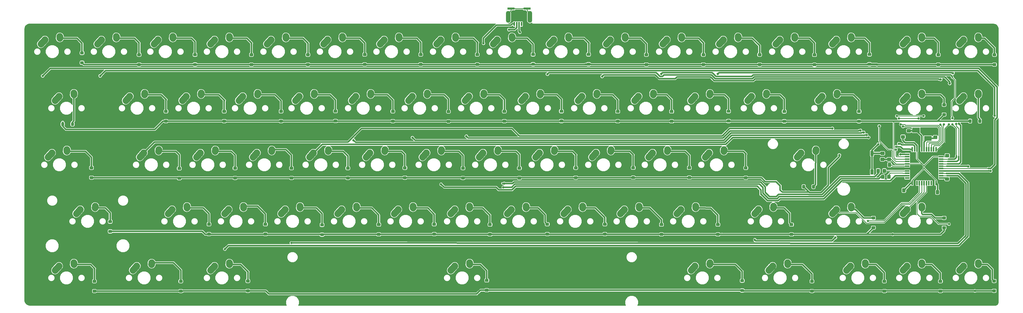
<source format=gbr>
G04 #@! TF.GenerationSoftware,KiCad,Pcbnew,(5.0.2)-1*
G04 #@! TF.CreationDate,2019-10-15T21:32:32+05:30*
G04 #@! TF.ProjectId,keyboard,6b657962-6f61-4726-942e-6b696361645f,rev?*
G04 #@! TF.SameCoordinates,Original*
G04 #@! TF.FileFunction,Copper,L2,Bot*
G04 #@! TF.FilePolarity,Positive*
%FSLAX46Y46*%
G04 Gerber Fmt 4.6, Leading zero omitted, Abs format (unit mm)*
G04 Created by KiCad (PCBNEW (5.0.2)-1) date 10/15/2019 9:32:32 PM*
%MOMM*%
%LPD*%
G01*
G04 APERTURE LIST*
G04 #@! TA.AperFunction,ViaPad*
%ADD10C,0.600000*%
G04 #@! TD*
G04 #@! TA.AperFunction,ComponentPad*
%ADD11C,2.250000*%
G04 #@! TD*
G04 #@! TA.AperFunction,Conductor*
%ADD12C,2.250000*%
G04 #@! TD*
G04 #@! TA.AperFunction,Conductor*
%ADD13C,0.100000*%
G04 #@! TD*
G04 #@! TA.AperFunction,SMDPad,CuDef*
%ADD14C,1.150000*%
G04 #@! TD*
G04 #@! TA.AperFunction,SMDPad,CuDef*
%ADD15R,1.000000X1.700000*%
G04 #@! TD*
G04 #@! TA.AperFunction,SMDPad,CuDef*
%ADD16R,1.500000X0.550000*%
G04 #@! TD*
G04 #@! TA.AperFunction,SMDPad,CuDef*
%ADD17R,0.550000X1.500000*%
G04 #@! TD*
G04 #@! TA.AperFunction,SMDPad,CuDef*
%ADD18C,1.000000*%
G04 #@! TD*
G04 #@! TA.AperFunction,SMDPad,CuDef*
%ADD19R,2.350000X0.800000*%
G04 #@! TD*
G04 #@! TA.AperFunction,SMDPad,CuDef*
%ADD20R,0.500000X1.400000*%
G04 #@! TD*
G04 #@! TA.AperFunction,ComponentPad*
%ADD21O,1.500000X4.000000*%
G04 #@! TD*
G04 #@! TA.AperFunction,SMDPad,CuDef*
%ADD22C,1.600000*%
G04 #@! TD*
G04 #@! TA.AperFunction,ViaPad*
%ADD23C,0.800000*%
G04 #@! TD*
G04 #@! TA.AperFunction,Conductor*
%ADD24C,0.508000*%
G04 #@! TD*
G04 #@! TA.AperFunction,Conductor*
%ADD25C,0.250000*%
G04 #@! TD*
G04 #@! TA.AperFunction,Conductor*
%ADD26C,0.130000*%
G04 #@! TD*
G04 APERTURE END LIST*
D10*
G04 #@! TO.N,GND*
G04 #@! TO.C,REF\002A\002A*
X175300000Y-76200000D03*
G04 #@! TD*
G04 #@! TO.N,GND*
G04 #@! TO.C,REF\002A\002A*
X364700000Y-74300000D03*
G04 #@! TD*
G04 #@! TO.N,GND*
G04 #@! TO.C,REF\002A\002A*
X352000000Y-75400000D03*
G04 #@! TD*
D11*
G04 #@! TO.P,K_C1,1*
G04 #@! TO.N,col4*
X145557500Y-100745000D03*
X144902501Y-101475000D03*
D12*
G04 #@! TD*
G04 #@! TO.N,col4*
G04 #@! TO.C,K_C1*
X144247500Y-102205000D02*
X145557502Y-100745000D01*
D11*
G04 #@! TO.P,K_C1,2*
G04 #@! TO.N,Net-(D_C1-Pad2)*
X150577500Y-99955000D03*
D12*
G04 #@! TD*
G04 #@! TO.N,Net-(D_C1-Pad2)*
G04 #@! TO.C,K_C1*
X150557500Y-100245000D02*
X150597500Y-99665000D01*
D11*
G04 #@! TO.P,K_C1,2*
G04 #@! TO.N,Net-(D_C1-Pad2)*
X150597500Y-99665000D03*
G04 #@! TD*
G04 #@! TO.P,K_N1,1*
G04 #@! TO.N,col7*
X202707500Y-100745000D03*
X202052501Y-101475000D03*
D12*
G04 #@! TD*
G04 #@! TO.N,col7*
G04 #@! TO.C,K_N1*
X201397500Y-102205000D02*
X202707502Y-100745000D01*
D11*
G04 #@! TO.P,K_N1,2*
G04 #@! TO.N,Net-(D_N1-Pad2)*
X207727500Y-99955000D03*
D12*
G04 #@! TD*
G04 #@! TO.N,Net-(D_N1-Pad2)*
G04 #@! TO.C,K_N1*
X207707500Y-100245000D02*
X207747500Y-99665000D01*
D11*
G04 #@! TO.P,K_N1,2*
G04 #@! TO.N,Net-(D_N1-Pad2)*
X207747500Y-99665000D03*
G04 #@! TD*
G04 #@! TO.P,K_H1,1*
G04 #@! TO.N,col7*
X193182500Y-81695000D03*
X192527501Y-82425000D03*
D12*
G04 #@! TD*
G04 #@! TO.N,col7*
G04 #@! TO.C,K_H1*
X191872500Y-83155000D02*
X193182502Y-81695000D01*
D11*
G04 #@! TO.P,K_H1,2*
G04 #@! TO.N,Net-(D_H1-Pad2)*
X198202500Y-80905000D03*
D12*
G04 #@! TD*
G04 #@! TO.N,Net-(D_H1-Pad2)*
G04 #@! TO.C,K_H1*
X198182500Y-81195000D02*
X198222500Y-80615000D01*
D11*
G04 #@! TO.P,K_H1,2*
G04 #@! TO.N,Net-(D_H1-Pad2)*
X198222500Y-80615000D03*
G04 #@! TD*
G04 #@! TO.P,K_M1,1*
G04 #@! TO.N,col8*
X221757500Y-100745000D03*
X221102501Y-101475000D03*
D12*
G04 #@! TD*
G04 #@! TO.N,col8*
G04 #@! TO.C,K_M1*
X220447500Y-102205000D02*
X221757502Y-100745000D01*
D11*
G04 #@! TO.P,K_M1,2*
G04 #@! TO.N,Net-(D_M1-Pad2)*
X226777500Y-99955000D03*
D12*
G04 #@! TD*
G04 #@! TO.N,Net-(D_M1-Pad2)*
G04 #@! TO.C,K_M1*
X226757500Y-100245000D02*
X226797500Y-99665000D01*
D11*
G04 #@! TO.P,K_M1,2*
G04 #@! TO.N,Net-(D_M1-Pad2)*
X226797500Y-99665000D03*
G04 #@! TD*
G04 #@! TO.P,K_K1,1*
G04 #@! TO.N,col9*
X231282500Y-81695000D03*
X230627501Y-82425000D03*
D12*
G04 #@! TD*
G04 #@! TO.N,col9*
G04 #@! TO.C,K_K1*
X229972500Y-83155000D02*
X231282502Y-81695000D01*
D11*
G04 #@! TO.P,K_K1,2*
G04 #@! TO.N,Net-(D_K1-Pad2)*
X236302500Y-80905000D03*
D12*
G04 #@! TD*
G04 #@! TO.N,Net-(D_K1-Pad2)*
G04 #@! TO.C,K_K1*
X236282500Y-81195000D02*
X236322500Y-80615000D01*
D11*
G04 #@! TO.P,K_K1,2*
G04 #@! TO.N,Net-(D_K1-Pad2)*
X236322500Y-80615000D03*
G04 #@! TD*
G04 #@! TO.P,K_O1,1*
G04 #@! TO.N,col10*
X245570000Y-62645000D03*
X244915001Y-63375000D03*
D12*
G04 #@! TD*
G04 #@! TO.N,col10*
G04 #@! TO.C,K_O1*
X244260000Y-64105000D02*
X245570002Y-62645000D01*
D11*
G04 #@! TO.P,K_O1,2*
G04 #@! TO.N,Net-(D_O1-Pad2)*
X250590000Y-61855000D03*
D12*
G04 #@! TD*
G04 #@! TO.N,Net-(D_O1-Pad2)*
G04 #@! TO.C,K_O1*
X250570000Y-62145000D02*
X250610000Y-61565000D01*
D11*
G04 #@! TO.P,K_O1,2*
G04 #@! TO.N,Net-(D_O1-Pad2)*
X250610000Y-61565000D03*
G04 #@! TD*
G04 #@! TO.P,K_2,1*
G04 #@! TO.N,col2*
X102695000Y-43595000D03*
X102040001Y-44325000D03*
D12*
G04 #@! TD*
G04 #@! TO.N,col2*
G04 #@! TO.C,K_2*
X101385000Y-45055000D02*
X102695002Y-43595000D01*
D11*
G04 #@! TO.P,K_2,2*
G04 #@! TO.N,Net-(D_2-Pad2)*
X107715000Y-42805000D03*
D12*
G04 #@! TD*
G04 #@! TO.N,Net-(D_2-Pad2)*
G04 #@! TO.C,K_2*
X107695000Y-43095000D02*
X107735000Y-42515000D01*
D11*
G04 #@! TO.P,K_2,2*
G04 #@! TO.N,Net-(D_2-Pad2)*
X107735000Y-42515000D03*
G04 #@! TD*
G04 #@! TO.P,K_D1,1*
G04 #@! TO.N,col4*
X136032500Y-81695000D03*
X135377501Y-82425000D03*
D12*
G04 #@! TD*
G04 #@! TO.N,col4*
G04 #@! TO.C,K_D1*
X134722500Y-83155000D02*
X136032502Y-81695000D01*
D11*
G04 #@! TO.P,K_D1,2*
G04 #@! TO.N,Net-(D_D1-Pad2)*
X141052500Y-80905000D03*
D12*
G04 #@! TD*
G04 #@! TO.N,Net-(D_D1-Pad2)*
G04 #@! TO.C,K_D1*
X141032500Y-81195000D02*
X141072500Y-80615000D01*
D11*
G04 #@! TO.P,K_D1,2*
G04 #@! TO.N,Net-(D_D1-Pad2)*
X141072500Y-80615000D03*
G04 #@! TD*
G04 #@! TO.P,K_&lt;I_E1,1*
G04 #@! TO.N,col0*
X64595000Y-43595000D03*
X63940001Y-44325000D03*
D12*
G04 #@! TD*
G04 #@! TO.N,col0*
G04 #@! TO.C,K_&lt;I_E1*
X63285000Y-45055000D02*
X64595002Y-43595000D01*
D11*
G04 #@! TO.P,K_&lt;I_E1,2*
G04 #@! TO.N,Net-(D_&lt;I_E1-Pad2)*
X69615000Y-42805000D03*
D12*
G04 #@! TD*
G04 #@! TO.N,Net-(D_&lt;I_E1-Pad2)*
G04 #@! TO.C,K_&lt;I_E1*
X69595000Y-43095000D02*
X69635000Y-42515000D01*
D11*
G04 #@! TO.P,K_&lt;I_E1,2*
G04 #@! TO.N,Net-(D_&lt;I_E1-Pad2)*
X69635000Y-42515000D03*
G04 #@! TD*
G04 #@! TO.P,K_1,1*
G04 #@! TO.N,col1*
X83645000Y-43595000D03*
X82990001Y-44325000D03*
D12*
G04 #@! TD*
G04 #@! TO.N,col1*
G04 #@! TO.C,K_1*
X82335000Y-45055000D02*
X83645002Y-43595000D01*
D11*
G04 #@! TO.P,K_1,2*
G04 #@! TO.N,Net-(D_1-Pad2)*
X88665000Y-42805000D03*
D12*
G04 #@! TD*
G04 #@! TO.N,Net-(D_1-Pad2)*
G04 #@! TO.C,K_1*
X88645000Y-43095000D02*
X88685000Y-42515000D01*
D11*
G04 #@! TO.P,K_1,2*
G04 #@! TO.N,Net-(D_1-Pad2)*
X88685000Y-42515000D03*
G04 #@! TD*
G04 #@! TO.P,K_3,1*
G04 #@! TO.N,col3*
X121745000Y-43595000D03*
X121090001Y-44325000D03*
D12*
G04 #@! TD*
G04 #@! TO.N,col3*
G04 #@! TO.C,K_3*
X120435000Y-45055000D02*
X121745002Y-43595000D01*
D11*
G04 #@! TO.P,K_3,2*
G04 #@! TO.N,Net-(D_3-Pad2)*
X126765000Y-42805000D03*
D12*
G04 #@! TD*
G04 #@! TO.N,Net-(D_3-Pad2)*
G04 #@! TO.C,K_3*
X126745000Y-43095000D02*
X126785000Y-42515000D01*
D11*
G04 #@! TO.P,K_3,2*
G04 #@! TO.N,Net-(D_3-Pad2)*
X126785000Y-42515000D03*
G04 #@! TD*
G04 #@! TO.P,K_4,1*
G04 #@! TO.N,col4*
X140795000Y-43595000D03*
X140140001Y-44325000D03*
D12*
G04 #@! TD*
G04 #@! TO.N,col4*
G04 #@! TO.C,K_4*
X139485000Y-45055000D02*
X140795002Y-43595000D01*
D11*
G04 #@! TO.P,K_4,2*
G04 #@! TO.N,Net-(D_4-Pad2)*
X145815000Y-42805000D03*
D12*
G04 #@! TD*
G04 #@! TO.N,Net-(D_4-Pad2)*
G04 #@! TO.C,K_4*
X145795000Y-43095000D02*
X145835000Y-42515000D01*
D11*
G04 #@! TO.P,K_4,2*
G04 #@! TO.N,Net-(D_4-Pad2)*
X145835000Y-42515000D03*
G04 #@! TD*
G04 #@! TO.P,K_5,1*
G04 #@! TO.N,col5*
X159845000Y-43595000D03*
X159190001Y-44325000D03*
D12*
G04 #@! TD*
G04 #@! TO.N,col5*
G04 #@! TO.C,K_5*
X158535000Y-45055000D02*
X159845002Y-43595000D01*
D11*
G04 #@! TO.P,K_5,2*
G04 #@! TO.N,Net-(D_5-Pad2)*
X164865000Y-42805000D03*
D12*
G04 #@! TD*
G04 #@! TO.N,Net-(D_5-Pad2)*
G04 #@! TO.C,K_5*
X164845000Y-43095000D02*
X164885000Y-42515000D01*
D11*
G04 #@! TO.P,K_5,2*
G04 #@! TO.N,Net-(D_5-Pad2)*
X164885000Y-42515000D03*
G04 #@! TD*
G04 #@! TO.P,K_6,1*
G04 #@! TO.N,col6*
X178895000Y-43595000D03*
X178240001Y-44325000D03*
D12*
G04 #@! TD*
G04 #@! TO.N,col6*
G04 #@! TO.C,K_6*
X177585000Y-45055000D02*
X178895002Y-43595000D01*
D11*
G04 #@! TO.P,K_6,2*
G04 #@! TO.N,Net-(D_6-Pad2)*
X183915000Y-42805000D03*
D12*
G04 #@! TD*
G04 #@! TO.N,Net-(D_6-Pad2)*
G04 #@! TO.C,K_6*
X183895000Y-43095000D02*
X183935000Y-42515000D01*
D11*
G04 #@! TO.P,K_6,2*
G04 #@! TO.N,Net-(D_6-Pad2)*
X183935000Y-42515000D03*
G04 #@! TD*
G04 #@! TO.P,K_7,1*
G04 #@! TO.N,col7*
X197945000Y-43595000D03*
X197290001Y-44325000D03*
D12*
G04 #@! TD*
G04 #@! TO.N,col7*
G04 #@! TO.C,K_7*
X196635000Y-45055000D02*
X197945002Y-43595000D01*
D11*
G04 #@! TO.P,K_7,2*
G04 #@! TO.N,Net-(D_7-Pad2)*
X202965000Y-42805000D03*
D12*
G04 #@! TD*
G04 #@! TO.N,Net-(D_7-Pad2)*
G04 #@! TO.C,K_7*
X202945000Y-43095000D02*
X202985000Y-42515000D01*
D11*
G04 #@! TO.P,K_7,2*
G04 #@! TO.N,Net-(D_7-Pad2)*
X202985000Y-42515000D03*
G04 #@! TD*
G04 #@! TO.P,K_8,1*
G04 #@! TO.N,col8*
X216995000Y-43595000D03*
X216340001Y-44325000D03*
D12*
G04 #@! TD*
G04 #@! TO.N,col8*
G04 #@! TO.C,K_8*
X215685000Y-45055000D02*
X216995002Y-43595000D01*
D11*
G04 #@! TO.P,K_8,2*
G04 #@! TO.N,Net-(D_8-Pad2)*
X222015000Y-42805000D03*
D12*
G04 #@! TD*
G04 #@! TO.N,Net-(D_8-Pad2)*
G04 #@! TO.C,K_8*
X221995000Y-43095000D02*
X222035000Y-42515000D01*
D11*
G04 #@! TO.P,K_8,2*
G04 #@! TO.N,Net-(D_8-Pad2)*
X222035000Y-42515000D03*
G04 #@! TD*
G04 #@! TO.P,K_9,1*
G04 #@! TO.N,col9*
X236045000Y-43595000D03*
X235390001Y-44325000D03*
D12*
G04 #@! TD*
G04 #@! TO.N,col9*
G04 #@! TO.C,K_9*
X234735000Y-45055000D02*
X236045002Y-43595000D01*
D11*
G04 #@! TO.P,K_9,2*
G04 #@! TO.N,Net-(D_9-Pad2)*
X241065000Y-42805000D03*
D12*
G04 #@! TD*
G04 #@! TO.N,Net-(D_9-Pad2)*
G04 #@! TO.C,K_9*
X241045000Y-43095000D02*
X241085000Y-42515000D01*
D11*
G04 #@! TO.P,K_9,2*
G04 #@! TO.N,Net-(D_9-Pad2)*
X241085000Y-42515000D03*
G04 #@! TD*
G04 #@! TO.P,K_0,1*
G04 #@! TO.N,col10*
X255095000Y-43595000D03*
X254440001Y-44325000D03*
D12*
G04 #@! TD*
G04 #@! TO.N,col10*
G04 #@! TO.C,K_0*
X253785000Y-45055000D02*
X255095002Y-43595000D01*
D11*
G04 #@! TO.P,K_0,2*
G04 #@! TO.N,Net-(D_0-Pad2)*
X260115000Y-42805000D03*
D12*
G04 #@! TD*
G04 #@! TO.N,Net-(D_0-Pad2)*
G04 #@! TO.C,K_0*
X260095000Y-43095000D02*
X260135000Y-42515000D01*
D11*
G04 #@! TO.P,K_0,2*
G04 #@! TO.N,Net-(D_0-Pad2)*
X260135000Y-42515000D03*
G04 #@! TD*
G04 #@! TO.P,K_MINUS1,1*
G04 #@! TO.N,col11*
X274145000Y-43595000D03*
X273490001Y-44325000D03*
D12*
G04 #@! TD*
G04 #@! TO.N,col11*
G04 #@! TO.C,K_MINUS1*
X272835000Y-45055000D02*
X274145002Y-43595000D01*
D11*
G04 #@! TO.P,K_MINUS1,2*
G04 #@! TO.N,Net-(D_MINUS1-Pad2)*
X279165000Y-42805000D03*
D12*
G04 #@! TD*
G04 #@! TO.N,Net-(D_MINUS1-Pad2)*
G04 #@! TO.C,K_MINUS1*
X279145000Y-43095000D02*
X279185000Y-42515000D01*
D11*
G04 #@! TO.P,K_MINUS1,2*
G04 #@! TO.N,Net-(D_MINUS1-Pad2)*
X279185000Y-42515000D03*
G04 #@! TD*
G04 #@! TO.P,K_EQUAL1,1*
G04 #@! TO.N,col12*
X293195000Y-43595000D03*
X292540001Y-44325000D03*
D12*
G04 #@! TD*
G04 #@! TO.N,col12*
G04 #@! TO.C,K_EQUAL1*
X291885000Y-45055000D02*
X293195002Y-43595000D01*
D11*
G04 #@! TO.P,K_EQUAL1,2*
G04 #@! TO.N,Net-(D_EQUAL1-Pad2)*
X298215000Y-42805000D03*
D12*
G04 #@! TD*
G04 #@! TO.N,Net-(D_EQUAL1-Pad2)*
G04 #@! TO.C,K_EQUAL1*
X298195000Y-43095000D02*
X298235000Y-42515000D01*
D11*
G04 #@! TO.P,K_EQUAL1,2*
G04 #@! TO.N,Net-(D_EQUAL1-Pad2)*
X298235000Y-42515000D03*
G04 #@! TD*
G04 #@! TO.P,K_BSLSH1,1*
G04 #@! TO.N,col13*
X312245000Y-43595000D03*
X311590001Y-44325000D03*
D12*
G04 #@! TD*
G04 #@! TO.N,col13*
G04 #@! TO.C,K_BSLSH1*
X310935000Y-45055000D02*
X312245002Y-43595000D01*
D11*
G04 #@! TO.P,K_BSLSH1,2*
G04 #@! TO.N,Net-(D_BSLSH1-Pad2)*
X317265000Y-42805000D03*
D12*
G04 #@! TD*
G04 #@! TO.N,Net-(D_BSLSH1-Pad2)*
G04 #@! TO.C,K_BSLSH1*
X317245000Y-43095000D02*
X317285000Y-42515000D01*
D11*
G04 #@! TO.P,K_BSLSH1,2*
G04 #@! TO.N,Net-(D_BSLSH1-Pad2)*
X317285000Y-42515000D03*
G04 #@! TD*
G04 #@! TO.P,K_`1,1*
G04 #@! TO.N,col14*
X331295000Y-43595000D03*
X330640001Y-44325000D03*
D12*
G04 #@! TD*
G04 #@! TO.N,col14*
G04 #@! TO.C,K_`1*
X329985000Y-45055000D02*
X331295002Y-43595000D01*
D11*
G04 #@! TO.P,K_`1,2*
G04 #@! TO.N,Net-(D_`1-Pad2)*
X336315000Y-42805000D03*
D12*
G04 #@! TD*
G04 #@! TO.N,Net-(D_`1-Pad2)*
G04 #@! TO.C,K_`1*
X336295000Y-43095000D02*
X336335000Y-42515000D01*
D11*
G04 #@! TO.P,K_`1,2*
G04 #@! TO.N,Net-(D_`1-Pad2)*
X336335000Y-42515000D03*
G04 #@! TD*
G04 #@! TO.P,K_INSERT1,1*
G04 #@! TO.N,col15*
X355107500Y-43595000D03*
X354452501Y-44325000D03*
D12*
G04 #@! TD*
G04 #@! TO.N,col15*
G04 #@! TO.C,K_INSERT1*
X353797500Y-45055000D02*
X355107502Y-43595000D01*
D11*
G04 #@! TO.P,K_INSERT1,2*
G04 #@! TO.N,Net-(D_INSERT1-Pad2)*
X360127500Y-42805000D03*
D12*
G04 #@! TD*
G04 #@! TO.N,Net-(D_INSERT1-Pad2)*
G04 #@! TO.C,K_INSERT1*
X360107500Y-43095000D02*
X360147500Y-42515000D01*
D11*
G04 #@! TO.P,K_INSERT1,2*
G04 #@! TO.N,Net-(D_INSERT1-Pad2)*
X360147500Y-42515000D03*
G04 #@! TD*
G04 #@! TO.P,K_HOME1,1*
G04 #@! TO.N,col16*
X374157500Y-43595000D03*
X373502501Y-44325000D03*
D12*
G04 #@! TD*
G04 #@! TO.N,col16*
G04 #@! TO.C,K_HOME1*
X372847500Y-45055000D02*
X374157502Y-43595000D01*
D11*
G04 #@! TO.P,K_HOME1,2*
G04 #@! TO.N,Net-(D_HOME1-Pad2)*
X379177500Y-42805000D03*
D12*
G04 #@! TD*
G04 #@! TO.N,Net-(D_HOME1-Pad2)*
G04 #@! TO.C,K_HOME1*
X379157500Y-43095000D02*
X379197500Y-42515000D01*
D11*
G04 #@! TO.P,K_HOME1,2*
G04 #@! TO.N,Net-(D_HOME1-Pad2)*
X379197500Y-42515000D03*
G04 #@! TD*
G04 #@! TO.P,K_TAB1,1*
G04 #@! TO.N,col0*
X69357500Y-62645000D03*
X68702501Y-63375000D03*
D12*
G04 #@! TD*
G04 #@! TO.N,col0*
G04 #@! TO.C,K_TAB1*
X68047500Y-64105000D02*
X69357502Y-62645000D01*
D11*
G04 #@! TO.P,K_TAB1,2*
G04 #@! TO.N,Net-(D_TAB1-Pad2)*
X74377500Y-61855000D03*
D12*
G04 #@! TD*
G04 #@! TO.N,Net-(D_TAB1-Pad2)*
G04 #@! TO.C,K_TAB1*
X74357500Y-62145000D02*
X74397500Y-61565000D01*
D11*
G04 #@! TO.P,K_TAB1,2*
G04 #@! TO.N,Net-(D_TAB1-Pad2)*
X74397500Y-61565000D03*
G04 #@! TD*
G04 #@! TO.P,K_Q1,1*
G04 #@! TO.N,col2*
X93170000Y-62645000D03*
X92515001Y-63375000D03*
D12*
G04 #@! TD*
G04 #@! TO.N,col2*
G04 #@! TO.C,K_Q1*
X91860000Y-64105000D02*
X93170002Y-62645000D01*
D11*
G04 #@! TO.P,K_Q1,2*
G04 #@! TO.N,Net-(D_Q1-Pad2)*
X98190000Y-61855000D03*
D12*
G04 #@! TD*
G04 #@! TO.N,Net-(D_Q1-Pad2)*
G04 #@! TO.C,K_Q1*
X98170000Y-62145000D02*
X98210000Y-61565000D01*
D11*
G04 #@! TO.P,K_Q1,2*
G04 #@! TO.N,Net-(D_Q1-Pad2)*
X98210000Y-61565000D03*
G04 #@! TD*
G04 #@! TO.P,K_W1,1*
G04 #@! TO.N,col3*
X112220000Y-62645000D03*
X111565001Y-63375000D03*
D12*
G04 #@! TD*
G04 #@! TO.N,col3*
G04 #@! TO.C,K_W1*
X110910000Y-64105000D02*
X112220002Y-62645000D01*
D11*
G04 #@! TO.P,K_W1,2*
G04 #@! TO.N,Net-(D_W1-Pad2)*
X117240000Y-61855000D03*
D12*
G04 #@! TD*
G04 #@! TO.N,Net-(D_W1-Pad2)*
G04 #@! TO.C,K_W1*
X117220000Y-62145000D02*
X117260000Y-61565000D01*
D11*
G04 #@! TO.P,K_W1,2*
G04 #@! TO.N,Net-(D_W1-Pad2)*
X117260000Y-61565000D03*
G04 #@! TD*
G04 #@! TO.P,K_E1,1*
G04 #@! TO.N,col4*
X131270000Y-62645000D03*
X130615001Y-63375000D03*
D12*
G04 #@! TD*
G04 #@! TO.N,col4*
G04 #@! TO.C,K_E1*
X129960000Y-64105000D02*
X131270002Y-62645000D01*
D11*
G04 #@! TO.P,K_E1,2*
G04 #@! TO.N,Net-(D_E1-Pad2)*
X136290000Y-61855000D03*
D12*
G04 #@! TD*
G04 #@! TO.N,Net-(D_E1-Pad2)*
G04 #@! TO.C,K_E1*
X136270000Y-62145000D02*
X136310000Y-61565000D01*
D11*
G04 #@! TO.P,K_E1,2*
G04 #@! TO.N,Net-(D_E1-Pad2)*
X136310000Y-61565000D03*
G04 #@! TD*
G04 #@! TO.P,K_R1,1*
G04 #@! TO.N,col5*
X150320000Y-62645000D03*
X149665001Y-63375000D03*
D12*
G04 #@! TD*
G04 #@! TO.N,col5*
G04 #@! TO.C,K_R1*
X149010000Y-64105000D02*
X150320002Y-62645000D01*
D11*
G04 #@! TO.P,K_R1,2*
G04 #@! TO.N,Net-(D_R1-Pad2)*
X155340000Y-61855000D03*
D12*
G04 #@! TD*
G04 #@! TO.N,Net-(D_R1-Pad2)*
G04 #@! TO.C,K_R1*
X155320000Y-62145000D02*
X155360000Y-61565000D01*
D11*
G04 #@! TO.P,K_R1,2*
G04 #@! TO.N,Net-(D_R1-Pad2)*
X155360000Y-61565000D03*
G04 #@! TD*
G04 #@! TO.P,K_T1,1*
G04 #@! TO.N,col6*
X169370000Y-62645000D03*
X168715001Y-63375000D03*
D12*
G04 #@! TD*
G04 #@! TO.N,col6*
G04 #@! TO.C,K_T1*
X168060000Y-64105000D02*
X169370002Y-62645000D01*
D11*
G04 #@! TO.P,K_T1,2*
G04 #@! TO.N,Net-(D_T1-Pad2)*
X174390000Y-61855000D03*
D12*
G04 #@! TD*
G04 #@! TO.N,Net-(D_T1-Pad2)*
G04 #@! TO.C,K_T1*
X174370000Y-62145000D02*
X174410000Y-61565000D01*
D11*
G04 #@! TO.P,K_T1,2*
G04 #@! TO.N,Net-(D_T1-Pad2)*
X174410000Y-61565000D03*
G04 #@! TD*
G04 #@! TO.P,K_Y1,1*
G04 #@! TO.N,col7*
X188420000Y-62645000D03*
X187765001Y-63375000D03*
D12*
G04 #@! TD*
G04 #@! TO.N,col7*
G04 #@! TO.C,K_Y1*
X187110000Y-64105000D02*
X188420002Y-62645000D01*
D11*
G04 #@! TO.P,K_Y1,2*
G04 #@! TO.N,Net-(D_Y1-Pad2)*
X193440000Y-61855000D03*
D12*
G04 #@! TD*
G04 #@! TO.N,Net-(D_Y1-Pad2)*
G04 #@! TO.C,K_Y1*
X193420000Y-62145000D02*
X193460000Y-61565000D01*
D11*
G04 #@! TO.P,K_Y1,2*
G04 #@! TO.N,Net-(D_Y1-Pad2)*
X193460000Y-61565000D03*
G04 #@! TD*
G04 #@! TO.P,K_U1,1*
G04 #@! TO.N,col8*
X207470000Y-62645000D03*
X206815001Y-63375000D03*
D12*
G04 #@! TD*
G04 #@! TO.N,col8*
G04 #@! TO.C,K_U1*
X206160000Y-64105000D02*
X207470002Y-62645000D01*
D11*
G04 #@! TO.P,K_U1,2*
G04 #@! TO.N,Net-(D_U1-Pad2)*
X212490000Y-61855000D03*
D12*
G04 #@! TD*
G04 #@! TO.N,Net-(D_U1-Pad2)*
G04 #@! TO.C,K_U1*
X212470000Y-62145000D02*
X212510000Y-61565000D01*
D11*
G04 #@! TO.P,K_U1,2*
G04 #@! TO.N,Net-(D_U1-Pad2)*
X212510000Y-61565000D03*
G04 #@! TD*
G04 #@! TO.P,K_I1,1*
G04 #@! TO.N,col9*
X226520000Y-62645000D03*
X225865001Y-63375000D03*
D12*
G04 #@! TD*
G04 #@! TO.N,col9*
G04 #@! TO.C,K_I1*
X225210000Y-64105000D02*
X226520002Y-62645000D01*
D11*
G04 #@! TO.P,K_I1,2*
G04 #@! TO.N,Net-(D_I1-Pad2)*
X231540000Y-61855000D03*
D12*
G04 #@! TD*
G04 #@! TO.N,Net-(D_I1-Pad2)*
G04 #@! TO.C,K_I1*
X231520000Y-62145000D02*
X231560000Y-61565000D01*
D11*
G04 #@! TO.P,K_I1,2*
G04 #@! TO.N,Net-(D_I1-Pad2)*
X231560000Y-61565000D03*
G04 #@! TD*
G04 #@! TO.P,K_P1,1*
G04 #@! TO.N,col11*
X264620000Y-62645000D03*
X263965001Y-63375000D03*
D12*
G04 #@! TD*
G04 #@! TO.N,col11*
G04 #@! TO.C,K_P1*
X263310000Y-64105000D02*
X264620002Y-62645000D01*
D11*
G04 #@! TO.P,K_P1,2*
G04 #@! TO.N,Net-(D_P1-Pad2)*
X269640000Y-61855000D03*
D12*
G04 #@! TD*
G04 #@! TO.N,Net-(D_P1-Pad2)*
G04 #@! TO.C,K_P1*
X269620000Y-62145000D02*
X269660000Y-61565000D01*
D11*
G04 #@! TO.P,K_P1,2*
G04 #@! TO.N,Net-(D_P1-Pad2)*
X269660000Y-61565000D03*
G04 #@! TD*
G04 #@! TO.P,K_CBRAC1,1*
G04 #@! TO.N,col12*
X283670000Y-62645000D03*
X283015001Y-63375000D03*
D12*
G04 #@! TD*
G04 #@! TO.N,col12*
G04 #@! TO.C,K_CBRAC1*
X282360000Y-64105000D02*
X283670002Y-62645000D01*
D11*
G04 #@! TO.P,K_CBRAC1,2*
G04 #@! TO.N,Net-(D_CBRAC1-Pad2)*
X288690000Y-61855000D03*
D12*
G04 #@! TD*
G04 #@! TO.N,Net-(D_CBRAC1-Pad2)*
G04 #@! TO.C,K_CBRAC1*
X288670000Y-62145000D02*
X288710000Y-61565000D01*
D11*
G04 #@! TO.P,K_CBRAC1,2*
G04 #@! TO.N,Net-(D_CBRAC1-Pad2)*
X288710000Y-61565000D03*
G04 #@! TD*
G04 #@! TO.P,K_OBRAC1,1*
G04 #@! TO.N,col13*
X302720000Y-62645000D03*
X302065001Y-63375000D03*
D12*
G04 #@! TD*
G04 #@! TO.N,col13*
G04 #@! TO.C,K_OBRAC1*
X301410000Y-64105000D02*
X302720002Y-62645000D01*
D11*
G04 #@! TO.P,K_OBRAC1,2*
G04 #@! TO.N,Net-(D_OBRAC1-Pad2)*
X307740000Y-61855000D03*
D12*
G04 #@! TD*
G04 #@! TO.N,Net-(D_OBRAC1-Pad2)*
G04 #@! TO.C,K_OBRAC1*
X307720000Y-62145000D02*
X307760000Y-61565000D01*
D11*
G04 #@! TO.P,K_OBRAC1,2*
G04 #@! TO.N,Net-(D_OBRAC1-Pad2)*
X307760000Y-61565000D03*
G04 #@! TD*
G04 #@! TO.P,K_&lt;I1,1*
G04 #@! TO.N,col14*
X326532500Y-62645000D03*
X325877501Y-63375000D03*
D12*
G04 #@! TD*
G04 #@! TO.N,col14*
G04 #@! TO.C,K_&lt;I1*
X325222500Y-64105000D02*
X326532502Y-62645000D01*
D11*
G04 #@! TO.P,K_&lt;I1,2*
G04 #@! TO.N,Net-(D_&lt;I1-Pad2)*
X331552500Y-61855000D03*
D12*
G04 #@! TD*
G04 #@! TO.N,Net-(D_&lt;I1-Pad2)*
G04 #@! TO.C,K_&lt;I1*
X331532500Y-62145000D02*
X331572500Y-61565000D01*
D11*
G04 #@! TO.P,K_&lt;I1,2*
G04 #@! TO.N,Net-(D_&lt;I1-Pad2)*
X331572500Y-61565000D03*
G04 #@! TD*
G04 #@! TO.P,K_DELETE1,1*
G04 #@! TO.N,col15*
X355107500Y-62645000D03*
X354452501Y-63375000D03*
D12*
G04 #@! TD*
G04 #@! TO.N,col15*
G04 #@! TO.C,K_DELETE1*
X353797500Y-64105000D02*
X355107502Y-62645000D01*
D11*
G04 #@! TO.P,K_DELETE1,2*
G04 #@! TO.N,Net-(D_DELETE1-Pad2)*
X360127500Y-61855000D03*
D12*
G04 #@! TD*
G04 #@! TO.N,Net-(D_DELETE1-Pad2)*
G04 #@! TO.C,K_DELETE1*
X360107500Y-62145000D02*
X360147500Y-61565000D01*
D11*
G04 #@! TO.P,K_DELETE1,2*
G04 #@! TO.N,Net-(D_DELETE1-Pad2)*
X360147500Y-61565000D03*
G04 #@! TD*
G04 #@! TO.P,K_END1,1*
G04 #@! TO.N,col16*
X374157500Y-62645000D03*
X373502501Y-63375000D03*
D12*
G04 #@! TD*
G04 #@! TO.N,col16*
G04 #@! TO.C,K_END1*
X372847500Y-64105000D02*
X374157502Y-62645000D01*
D11*
G04 #@! TO.P,K_END1,2*
G04 #@! TO.N,Net-(D_END1-Pad2)*
X379177500Y-61855000D03*
D12*
G04 #@! TD*
G04 #@! TO.N,Net-(D_END1-Pad2)*
G04 #@! TO.C,K_END1*
X379157500Y-62145000D02*
X379197500Y-61565000D01*
D11*
G04 #@! TO.P,K_END1,2*
G04 #@! TO.N,Net-(D_END1-Pad2)*
X379197500Y-61565000D03*
G04 #@! TD*
G04 #@! TO.P,K_CAPS1,1*
G04 #@! TO.N,col0*
X66976250Y-81695000D03*
X66321251Y-82425000D03*
D12*
G04 #@! TD*
G04 #@! TO.N,col0*
G04 #@! TO.C,K_CAPS1*
X65666250Y-83155000D02*
X66976252Y-81695000D01*
D11*
G04 #@! TO.P,K_CAPS1,2*
G04 #@! TO.N,Net-(D_CAPS1-Pad2)*
X71996250Y-80905000D03*
D12*
G04 #@! TD*
G04 #@! TO.N,Net-(D_CAPS1-Pad2)*
G04 #@! TO.C,K_CAPS1*
X71976250Y-81195000D02*
X72016250Y-80615000D01*
D11*
G04 #@! TO.P,K_CAPS1,2*
G04 #@! TO.N,Net-(D_CAPS1-Pad2)*
X72016250Y-80615000D03*
G04 #@! TD*
G04 #@! TO.P,K_A1,1*
G04 #@! TO.N,col2*
X97932500Y-81695000D03*
X97277501Y-82425000D03*
D12*
G04 #@! TD*
G04 #@! TO.N,col2*
G04 #@! TO.C,K_A1*
X96622500Y-83155000D02*
X97932502Y-81695000D01*
D11*
G04 #@! TO.P,K_A1,2*
G04 #@! TO.N,Net-(D_A1-Pad2)*
X102952500Y-80905000D03*
D12*
G04 #@! TD*
G04 #@! TO.N,Net-(D_A1-Pad2)*
G04 #@! TO.C,K_A1*
X102932500Y-81195000D02*
X102972500Y-80615000D01*
D11*
G04 #@! TO.P,K_A1,2*
G04 #@! TO.N,Net-(D_A1-Pad2)*
X102972500Y-80615000D03*
G04 #@! TD*
G04 #@! TO.P,K_S1,1*
G04 #@! TO.N,col3*
X116982500Y-81695000D03*
X116327501Y-82425000D03*
D12*
G04 #@! TD*
G04 #@! TO.N,col3*
G04 #@! TO.C,K_S1*
X115672500Y-83155000D02*
X116982502Y-81695000D01*
D11*
G04 #@! TO.P,K_S1,2*
G04 #@! TO.N,Net-(D_S1-Pad2)*
X122002500Y-80905000D03*
D12*
G04 #@! TD*
G04 #@! TO.N,Net-(D_S1-Pad2)*
G04 #@! TO.C,K_S1*
X121982500Y-81195000D02*
X122022500Y-80615000D01*
D11*
G04 #@! TO.P,K_S1,2*
G04 #@! TO.N,Net-(D_S1-Pad2)*
X122022500Y-80615000D03*
G04 #@! TD*
G04 #@! TO.P,K_F1,1*
G04 #@! TO.N,col5*
X155082500Y-81695000D03*
X154427501Y-82425000D03*
D12*
G04 #@! TD*
G04 #@! TO.N,col5*
G04 #@! TO.C,K_F1*
X153772500Y-83155000D02*
X155082502Y-81695000D01*
D11*
G04 #@! TO.P,K_F1,2*
G04 #@! TO.N,Net-(D_F1-Pad2)*
X160102500Y-80905000D03*
D12*
G04 #@! TD*
G04 #@! TO.N,Net-(D_F1-Pad2)*
G04 #@! TO.C,K_F1*
X160082500Y-81195000D02*
X160122500Y-80615000D01*
D11*
G04 #@! TO.P,K_F1,2*
G04 #@! TO.N,Net-(D_F1-Pad2)*
X160122500Y-80615000D03*
G04 #@! TD*
G04 #@! TO.P,K_G1,1*
G04 #@! TO.N,col6*
X174132500Y-81695000D03*
X173477501Y-82425000D03*
D12*
G04 #@! TD*
G04 #@! TO.N,col6*
G04 #@! TO.C,K_G1*
X172822500Y-83155000D02*
X174132502Y-81695000D01*
D11*
G04 #@! TO.P,K_G1,2*
G04 #@! TO.N,Net-(D_G1-Pad2)*
X179152500Y-80905000D03*
D12*
G04 #@! TD*
G04 #@! TO.N,Net-(D_G1-Pad2)*
G04 #@! TO.C,K_G1*
X179132500Y-81195000D02*
X179172500Y-80615000D01*
D11*
G04 #@! TO.P,K_G1,2*
G04 #@! TO.N,Net-(D_G1-Pad2)*
X179172500Y-80615000D03*
G04 #@! TD*
G04 #@! TO.P,K_J1,1*
G04 #@! TO.N,col8*
X212232500Y-81695000D03*
X211577501Y-82425000D03*
D12*
G04 #@! TD*
G04 #@! TO.N,col8*
G04 #@! TO.C,K_J1*
X210922500Y-83155000D02*
X212232502Y-81695000D01*
D11*
G04 #@! TO.P,K_J1,2*
G04 #@! TO.N,Net-(D_J1-Pad2)*
X217252500Y-80905000D03*
D12*
G04 #@! TD*
G04 #@! TO.N,Net-(D_J1-Pad2)*
G04 #@! TO.C,K_J1*
X217232500Y-81195000D02*
X217272500Y-80615000D01*
D11*
G04 #@! TO.P,K_J1,2*
G04 #@! TO.N,Net-(D_J1-Pad2)*
X217272500Y-80615000D03*
G04 #@! TD*
G04 #@! TO.P,K_L1,1*
G04 #@! TO.N,col10*
X250332500Y-81695000D03*
X249677501Y-82425000D03*
D12*
G04 #@! TD*
G04 #@! TO.N,col10*
G04 #@! TO.C,K_L1*
X249022500Y-83155000D02*
X250332502Y-81695000D01*
D11*
G04 #@! TO.P,K_L1,2*
G04 #@! TO.N,Net-(D_L1-Pad2)*
X255352500Y-80905000D03*
D12*
G04 #@! TD*
G04 #@! TO.N,Net-(D_L1-Pad2)*
G04 #@! TO.C,K_L1*
X255332500Y-81195000D02*
X255372500Y-80615000D01*
D11*
G04 #@! TO.P,K_L1,2*
G04 #@! TO.N,Net-(D_L1-Pad2)*
X255372500Y-80615000D03*
G04 #@! TD*
G04 #@! TO.P,K_SEMIC1,1*
G04 #@! TO.N,col11*
X269382500Y-81695000D03*
X268727501Y-82425000D03*
D12*
G04 #@! TD*
G04 #@! TO.N,col11*
G04 #@! TO.C,K_SEMIC1*
X268072500Y-83155000D02*
X269382502Y-81695000D01*
D11*
G04 #@! TO.P,K_SEMIC1,2*
G04 #@! TO.N,Net-(D_SEMIC1-Pad2)*
X274402500Y-80905000D03*
D12*
G04 #@! TD*
G04 #@! TO.N,Net-(D_SEMIC1-Pad2)*
G04 #@! TO.C,K_SEMIC1*
X274382500Y-81195000D02*
X274422500Y-80615000D01*
D11*
G04 #@! TO.P,K_SEMIC1,2*
G04 #@! TO.N,Net-(D_SEMIC1-Pad2)*
X274422500Y-80615000D03*
G04 #@! TD*
G04 #@! TO.P,K_QUOTE1,1*
G04 #@! TO.N,col12*
X288432500Y-81695000D03*
X287777501Y-82425000D03*
D12*
G04 #@! TD*
G04 #@! TO.N,col12*
G04 #@! TO.C,K_QUOTE1*
X287122500Y-83155000D02*
X288432502Y-81695000D01*
D11*
G04 #@! TO.P,K_QUOTE1,2*
G04 #@! TO.N,Net-(D_QUOTE1-Pad2)*
X293452500Y-80905000D03*
D12*
G04 #@! TD*
G04 #@! TO.N,Net-(D_QUOTE1-Pad2)*
G04 #@! TO.C,K_QUOTE1*
X293432500Y-81195000D02*
X293472500Y-80615000D01*
D11*
G04 #@! TO.P,K_QUOTE1,2*
G04 #@! TO.N,Net-(D_QUOTE1-Pad2)*
X293472500Y-80615000D03*
G04 #@! TD*
G04 #@! TO.P,K_ENTER1,1*
G04 #@! TO.N,col13*
X319388750Y-81695000D03*
X318733751Y-82425000D03*
D12*
G04 #@! TD*
G04 #@! TO.N,col13*
G04 #@! TO.C,K_ENTER1*
X318078750Y-83155000D02*
X319388752Y-81695000D01*
D11*
G04 #@! TO.P,K_ENTER1,2*
G04 #@! TO.N,Net-(D_ENTER1-Pad2)*
X324408750Y-80905000D03*
D12*
G04 #@! TD*
G04 #@! TO.N,Net-(D_ENTER1-Pad2)*
G04 #@! TO.C,K_ENTER1*
X324388750Y-81195000D02*
X324428750Y-80615000D01*
D11*
G04 #@! TO.P,K_ENTER1,2*
G04 #@! TO.N,Net-(D_ENTER1-Pad2)*
X324428750Y-80615000D03*
G04 #@! TD*
G04 #@! TO.P,K_SHIFT2,1*
G04 #@! TO.N,col1*
X76501250Y-100745000D03*
X75846251Y-101475000D03*
D12*
G04 #@! TD*
G04 #@! TO.N,col1*
G04 #@! TO.C,K_SHIFT2*
X75191250Y-102205000D02*
X76501252Y-100745000D01*
D11*
G04 #@! TO.P,K_SHIFT2,2*
G04 #@! TO.N,Net-(D_SHIFT2-Pad2)*
X81521250Y-99955000D03*
D12*
G04 #@! TD*
G04 #@! TO.N,Net-(D_SHIFT2-Pad2)*
G04 #@! TO.C,K_SHIFT2*
X81501250Y-100245000D02*
X81541250Y-99665000D01*
D11*
G04 #@! TO.P,K_SHIFT2,2*
G04 #@! TO.N,Net-(D_SHIFT2-Pad2)*
X81541250Y-99665000D03*
G04 #@! TD*
G04 #@! TO.P,K_Z1,1*
G04 #@! TO.N,col2*
X107457500Y-100745000D03*
X106802501Y-101475000D03*
D12*
G04 #@! TD*
G04 #@! TO.N,col2*
G04 #@! TO.C,K_Z1*
X106147500Y-102205000D02*
X107457502Y-100745000D01*
D11*
G04 #@! TO.P,K_Z1,2*
G04 #@! TO.N,Net-(D_Z1-Pad2)*
X112477500Y-99955000D03*
D12*
G04 #@! TD*
G04 #@! TO.N,Net-(D_Z1-Pad2)*
G04 #@! TO.C,K_Z1*
X112457500Y-100245000D02*
X112497500Y-99665000D01*
D11*
G04 #@! TO.P,K_Z1,2*
G04 #@! TO.N,Net-(D_Z1-Pad2)*
X112497500Y-99665000D03*
G04 #@! TD*
G04 #@! TO.P,K_X1,1*
G04 #@! TO.N,col3*
X126507500Y-100745000D03*
X125852501Y-101475000D03*
D12*
G04 #@! TD*
G04 #@! TO.N,col3*
G04 #@! TO.C,K_X1*
X125197500Y-102205000D02*
X126507502Y-100745000D01*
D11*
G04 #@! TO.P,K_X1,2*
G04 #@! TO.N,Net-(D_X1-Pad2)*
X131527500Y-99955000D03*
D12*
G04 #@! TD*
G04 #@! TO.N,Net-(D_X1-Pad2)*
G04 #@! TO.C,K_X1*
X131507500Y-100245000D02*
X131547500Y-99665000D01*
D11*
G04 #@! TO.P,K_X1,2*
G04 #@! TO.N,Net-(D_X1-Pad2)*
X131547500Y-99665000D03*
G04 #@! TD*
G04 #@! TO.P,K_V1,1*
G04 #@! TO.N,col5*
X164607500Y-100745000D03*
X163952501Y-101475000D03*
D12*
G04 #@! TD*
G04 #@! TO.N,col5*
G04 #@! TO.C,K_V1*
X163297500Y-102205000D02*
X164607502Y-100745000D01*
D11*
G04 #@! TO.P,K_V1,2*
G04 #@! TO.N,Net-(D_V1-Pad2)*
X169627500Y-99955000D03*
D12*
G04 #@! TD*
G04 #@! TO.N,Net-(D_V1-Pad2)*
G04 #@! TO.C,K_V1*
X169607500Y-100245000D02*
X169647500Y-99665000D01*
D11*
G04 #@! TO.P,K_V1,2*
G04 #@! TO.N,Net-(D_V1-Pad2)*
X169647500Y-99665000D03*
G04 #@! TD*
G04 #@! TO.P,K_B1,1*
G04 #@! TO.N,col6*
X183657500Y-100745000D03*
X183002501Y-101475000D03*
D12*
G04 #@! TD*
G04 #@! TO.N,col6*
G04 #@! TO.C,K_B1*
X182347500Y-102205000D02*
X183657502Y-100745000D01*
D11*
G04 #@! TO.P,K_B1,2*
G04 #@! TO.N,Net-(D_B1-Pad2)*
X188677500Y-99955000D03*
D12*
G04 #@! TD*
G04 #@! TO.N,Net-(D_B1-Pad2)*
G04 #@! TO.C,K_B1*
X188657500Y-100245000D02*
X188697500Y-99665000D01*
D11*
G04 #@! TO.P,K_B1,2*
G04 #@! TO.N,Net-(D_B1-Pad2)*
X188697500Y-99665000D03*
G04 #@! TD*
G04 #@! TO.P,K_COMMA1,1*
G04 #@! TO.N,col9*
X240807500Y-100745000D03*
X240152501Y-101475000D03*
D12*
G04 #@! TD*
G04 #@! TO.N,col9*
G04 #@! TO.C,K_COMMA1*
X239497500Y-102205000D02*
X240807502Y-100745000D01*
D11*
G04 #@! TO.P,K_COMMA1,2*
G04 #@! TO.N,Net-(D_COMMA1-Pad2)*
X245827500Y-99955000D03*
D12*
G04 #@! TD*
G04 #@! TO.N,Net-(D_COMMA1-Pad2)*
G04 #@! TO.C,K_COMMA1*
X245807500Y-100245000D02*
X245847500Y-99665000D01*
D11*
G04 #@! TO.P,K_COMMA1,2*
G04 #@! TO.N,Net-(D_COMMA1-Pad2)*
X245847500Y-99665000D03*
G04 #@! TD*
G04 #@! TO.P,K_DOT1,1*
G04 #@! TO.N,col10*
X259857500Y-100745000D03*
X259202501Y-101475000D03*
D12*
G04 #@! TD*
G04 #@! TO.N,col10*
G04 #@! TO.C,K_DOT1*
X258547500Y-102205000D02*
X259857502Y-100745000D01*
D11*
G04 #@! TO.P,K_DOT1,2*
G04 #@! TO.N,Net-(D_DOT1-Pad2)*
X264877500Y-99955000D03*
D12*
G04 #@! TD*
G04 #@! TO.N,Net-(D_DOT1-Pad2)*
G04 #@! TO.C,K_DOT1*
X264857500Y-100245000D02*
X264897500Y-99665000D01*
D11*
G04 #@! TO.P,K_DOT1,2*
G04 #@! TO.N,Net-(D_DOT1-Pad2)*
X264897500Y-99665000D03*
G04 #@! TD*
G04 #@! TO.P,K_SLASH1,1*
G04 #@! TO.N,col11*
X278907500Y-100745000D03*
X278252501Y-101475000D03*
D12*
G04 #@! TD*
G04 #@! TO.N,col11*
G04 #@! TO.C,K_SLASH1*
X277597500Y-102205000D02*
X278907502Y-100745000D01*
D11*
G04 #@! TO.P,K_SLASH1,2*
G04 #@! TO.N,Net-(D_SLASH1-Pad2)*
X283927500Y-99955000D03*
D12*
G04 #@! TD*
G04 #@! TO.N,Net-(D_SLASH1-Pad2)*
G04 #@! TO.C,K_SLASH1*
X283907500Y-100245000D02*
X283947500Y-99665000D01*
D11*
G04 #@! TO.P,K_SLASH1,2*
G04 #@! TO.N,Net-(D_SLASH1-Pad2)*
X283947500Y-99665000D03*
G04 #@! TD*
G04 #@! TO.P,K_SHIFT1,1*
G04 #@! TO.N,col13*
X305101250Y-100745000D03*
X304446251Y-101475000D03*
D12*
G04 #@! TD*
G04 #@! TO.N,col13*
G04 #@! TO.C,K_SHIFT1*
X303791250Y-102205000D02*
X305101252Y-100745000D01*
D11*
G04 #@! TO.P,K_SHIFT1,2*
G04 #@! TO.N,Net-(D_SHIFT1-Pad2)*
X310121250Y-99955000D03*
D12*
G04 #@! TD*
G04 #@! TO.N,Net-(D_SHIFT1-Pad2)*
G04 #@! TO.C,K_SHIFT1*
X310101250Y-100245000D02*
X310141250Y-99665000D01*
D11*
G04 #@! TO.P,K_SHIFT1,2*
G04 #@! TO.N,Net-(D_SHIFT1-Pad2)*
X310141250Y-99665000D03*
G04 #@! TD*
G04 #@! TO.P,K_FN1,1*
G04 #@! TO.N,col14*
X331295000Y-100745000D03*
X330640001Y-101475000D03*
D12*
G04 #@! TD*
G04 #@! TO.N,col14*
G04 #@! TO.C,K_FN1*
X329985000Y-102205000D02*
X331295002Y-100745000D01*
D11*
G04 #@! TO.P,K_FN1,2*
G04 #@! TO.N,Net-(D_FN1-Pad2)*
X336315000Y-99955000D03*
D12*
G04 #@! TD*
G04 #@! TO.N,Net-(D_FN1-Pad2)*
G04 #@! TO.C,K_FN1*
X336295000Y-100245000D02*
X336335000Y-99665000D01*
D11*
G04 #@! TO.P,K_FN1,2*
G04 #@! TO.N,Net-(D_FN1-Pad2)*
X336335000Y-99665000D03*
G04 #@! TD*
G04 #@! TO.P,K_UP1,1*
G04 #@! TO.N,col15*
X355107500Y-100745000D03*
X354452501Y-101475000D03*
D12*
G04 #@! TD*
G04 #@! TO.N,col15*
G04 #@! TO.C,K_UP1*
X353797500Y-102205000D02*
X355107502Y-100745000D01*
D11*
G04 #@! TO.P,K_UP1,2*
G04 #@! TO.N,Net-(D_UP1-Pad2)*
X360127500Y-99955000D03*
D12*
G04 #@! TD*
G04 #@! TO.N,Net-(D_UP1-Pad2)*
G04 #@! TO.C,K_UP1*
X360107500Y-100245000D02*
X360147500Y-99665000D01*
D11*
G04 #@! TO.P,K_UP1,2*
G04 #@! TO.N,Net-(D_UP1-Pad2)*
X360147500Y-99665000D03*
G04 #@! TD*
G04 #@! TO.P,K_CTRL1,1*
G04 #@! TO.N,col0*
X69357500Y-119795000D03*
X68702501Y-120525000D03*
D12*
G04 #@! TD*
G04 #@! TO.N,col0*
G04 #@! TO.C,K_CTRL1*
X68047500Y-121255000D02*
X69357502Y-119795000D01*
D11*
G04 #@! TO.P,K_CTRL1,2*
G04 #@! TO.N,Net-(D_CTRL1-Pad2)*
X74377500Y-119005000D03*
D12*
G04 #@! TD*
G04 #@! TO.N,Net-(D_CTRL1-Pad2)*
G04 #@! TO.C,K_CTRL1*
X74357500Y-119295000D02*
X74397500Y-118715000D01*
D11*
G04 #@! TO.P,K_CTRL1,2*
G04 #@! TO.N,Net-(D_CTRL1-Pad2)*
X74397500Y-118715000D03*
G04 #@! TD*
G04 #@! TO.P,K_WIN1,1*
G04 #@! TO.N,col2*
X95551250Y-119795000D03*
X94896251Y-120525000D03*
D12*
G04 #@! TD*
G04 #@! TO.N,col2*
G04 #@! TO.C,K_WIN1*
X94241250Y-121255000D02*
X95551252Y-119795000D01*
D11*
G04 #@! TO.P,K_WIN1,2*
G04 #@! TO.N,Net-(D_WIN1-Pad2)*
X100571250Y-119005000D03*
D12*
G04 #@! TD*
G04 #@! TO.N,Net-(D_WIN1-Pad2)*
G04 #@! TO.C,K_WIN1*
X100551250Y-119295000D02*
X100591250Y-118715000D01*
D11*
G04 #@! TO.P,K_WIN1,2*
G04 #@! TO.N,Net-(D_WIN1-Pad2)*
X100591250Y-118715000D03*
G04 #@! TD*
G04 #@! TO.P,K_&lt;I2,1*
G04 #@! TO.N,col3*
X121745000Y-119795000D03*
X121090001Y-120525000D03*
D12*
G04 #@! TD*
G04 #@! TO.N,col3*
G04 #@! TO.C,K_&lt;I2*
X120435000Y-121255000D02*
X121745002Y-119795000D01*
D11*
G04 #@! TO.P,K_&lt;I2,2*
G04 #@! TO.N,Net-(D_&lt;I2-Pad2)*
X126765000Y-119005000D03*
D12*
G04 #@! TD*
G04 #@! TO.N,Net-(D_&lt;I2-Pad2)*
G04 #@! TO.C,K_&lt;I2*
X126745000Y-119295000D02*
X126785000Y-118715000D01*
D11*
G04 #@! TO.P,K_&lt;I2,2*
G04 #@! TO.N,Net-(D_&lt;I2-Pad2)*
X126785000Y-118715000D03*
G04 #@! TD*
G04 #@! TO.P,K_SPACE1,1*
G04 #@! TO.N,col7*
X202707500Y-119795000D03*
X202052501Y-120525000D03*
D12*
G04 #@! TD*
G04 #@! TO.N,col7*
G04 #@! TO.C,K_SPACE1*
X201397500Y-121255000D02*
X202707502Y-119795000D01*
D11*
G04 #@! TO.P,K_SPACE1,2*
G04 #@! TO.N,Net-(D_SPACE1-Pad2)*
X207727500Y-119005000D03*
D12*
G04 #@! TD*
G04 #@! TO.N,Net-(D_SPACE1-Pad2)*
G04 #@! TO.C,K_SPACE1*
X207707500Y-119295000D02*
X207747500Y-118715000D01*
D11*
G04 #@! TO.P,K_SPACE1,2*
G04 #@! TO.N,Net-(D_SPACE1-Pad2)*
X207747500Y-118715000D03*
G04 #@! TD*
G04 #@! TO.P,K_&lt;I3,1*
G04 #@! TO.N,col12*
X283670000Y-119795000D03*
X283015001Y-120525000D03*
D12*
G04 #@! TD*
G04 #@! TO.N,col12*
G04 #@! TO.C,K_&lt;I3*
X282360000Y-121255000D02*
X283670002Y-119795000D01*
D11*
G04 #@! TO.P,K_&lt;I3,2*
G04 #@! TO.N,Net-(D_&lt;I3-Pad2)*
X288690000Y-119005000D03*
D12*
G04 #@! TD*
G04 #@! TO.N,Net-(D_&lt;I3-Pad2)*
G04 #@! TO.C,K_&lt;I3*
X288670000Y-119295000D02*
X288710000Y-118715000D01*
D11*
G04 #@! TO.P,K_&lt;I3,2*
G04 #@! TO.N,Net-(D_&lt;I3-Pad2)*
X288710000Y-118715000D03*
G04 #@! TD*
G04 #@! TO.P,K_ALT1,1*
G04 #@! TO.N,col13*
X309863750Y-119795000D03*
X309208751Y-120525000D03*
D12*
G04 #@! TD*
G04 #@! TO.N,col13*
G04 #@! TO.C,K_ALT1*
X308553750Y-121255000D02*
X309863752Y-119795000D01*
D11*
G04 #@! TO.P,K_ALT1,2*
G04 #@! TO.N,Net-(D_ALT1-Pad2)*
X314883750Y-119005000D03*
D12*
G04 #@! TD*
G04 #@! TO.N,Net-(D_ALT1-Pad2)*
G04 #@! TO.C,K_ALT1*
X314863750Y-119295000D02*
X314903750Y-118715000D01*
D11*
G04 #@! TO.P,K_ALT1,2*
G04 #@! TO.N,Net-(D_ALT1-Pad2)*
X314903750Y-118715000D03*
G04 #@! TD*
G04 #@! TO.P,K_LEFT1,1*
G04 #@! TO.N,col14*
X336057500Y-119795000D03*
X335402501Y-120525000D03*
D12*
G04 #@! TD*
G04 #@! TO.N,col14*
G04 #@! TO.C,K_LEFT1*
X334747500Y-121255000D02*
X336057502Y-119795000D01*
D11*
G04 #@! TO.P,K_LEFT1,2*
G04 #@! TO.N,Net-(D_LEFT1-Pad2)*
X341077500Y-119005000D03*
D12*
G04 #@! TD*
G04 #@! TO.N,Net-(D_LEFT1-Pad2)*
G04 #@! TO.C,K_LEFT1*
X341057500Y-119295000D02*
X341097500Y-118715000D01*
D11*
G04 #@! TO.P,K_LEFT1,2*
G04 #@! TO.N,Net-(D_LEFT1-Pad2)*
X341097500Y-118715000D03*
G04 #@! TD*
G04 #@! TO.P,K_DOWN1,1*
G04 #@! TO.N,col15*
X355107500Y-119795000D03*
X354452501Y-120525000D03*
D12*
G04 #@! TD*
G04 #@! TO.N,col15*
G04 #@! TO.C,K_DOWN1*
X353797500Y-121255000D02*
X355107502Y-119795000D01*
D11*
G04 #@! TO.P,K_DOWN1,2*
G04 #@! TO.N,Net-(D_DOWN1-Pad2)*
X360127500Y-119005000D03*
D12*
G04 #@! TD*
G04 #@! TO.N,Net-(D_DOWN1-Pad2)*
G04 #@! TO.C,K_DOWN1*
X360107500Y-119295000D02*
X360147500Y-118715000D01*
D11*
G04 #@! TO.P,K_DOWN1,2*
G04 #@! TO.N,Net-(D_DOWN1-Pad2)*
X360147500Y-118715000D03*
G04 #@! TD*
G04 #@! TO.P,K_RIGHT1,1*
G04 #@! TO.N,col16*
X374157500Y-119795000D03*
X373502501Y-120525000D03*
D12*
G04 #@! TD*
G04 #@! TO.N,col16*
G04 #@! TO.C,K_RIGHT1*
X372847500Y-121255000D02*
X374157502Y-119795000D01*
D11*
G04 #@! TO.P,K_RIGHT1,2*
G04 #@! TO.N,Net-(D_RIGHT1-Pad2)*
X379177500Y-119005000D03*
D12*
G04 #@! TD*
G04 #@! TO.N,Net-(D_RIGHT1-Pad2)*
G04 #@! TO.C,K_RIGHT1*
X379157500Y-119295000D02*
X379197500Y-118715000D01*
D11*
G04 #@! TO.P,K_RIGHT1,2*
G04 #@! TO.N,Net-(D_RIGHT1-Pad2)*
X379197500Y-118715000D03*
G04 #@! TD*
D13*
G04 #@! TO.N,Net-(C1-Pad1)*
G04 #@! TO.C,C1*
G36*
X356204505Y-73691204D02*
X356228773Y-73694804D01*
X356252572Y-73700765D01*
X356275671Y-73709030D01*
X356297850Y-73719520D01*
X356318893Y-73732132D01*
X356338599Y-73746747D01*
X356356777Y-73763223D01*
X356373253Y-73781401D01*
X356387868Y-73801107D01*
X356400480Y-73822150D01*
X356410970Y-73844329D01*
X356419235Y-73867428D01*
X356425196Y-73891227D01*
X356428796Y-73915495D01*
X356430000Y-73939999D01*
X356430000Y-74590001D01*
X356428796Y-74614505D01*
X356425196Y-74638773D01*
X356419235Y-74662572D01*
X356410970Y-74685671D01*
X356400480Y-74707850D01*
X356387868Y-74728893D01*
X356373253Y-74748599D01*
X356356777Y-74766777D01*
X356338599Y-74783253D01*
X356318893Y-74797868D01*
X356297850Y-74810480D01*
X356275671Y-74820970D01*
X356252572Y-74829235D01*
X356228773Y-74835196D01*
X356204505Y-74838796D01*
X356180001Y-74840000D01*
X355279999Y-74840000D01*
X355255495Y-74838796D01*
X355231227Y-74835196D01*
X355207428Y-74829235D01*
X355184329Y-74820970D01*
X355162150Y-74810480D01*
X355141107Y-74797868D01*
X355121401Y-74783253D01*
X355103223Y-74766777D01*
X355086747Y-74748599D01*
X355072132Y-74728893D01*
X355059520Y-74707850D01*
X355049030Y-74685671D01*
X355040765Y-74662572D01*
X355034804Y-74638773D01*
X355031204Y-74614505D01*
X355030000Y-74590001D01*
X355030000Y-73939999D01*
X355031204Y-73915495D01*
X355034804Y-73891227D01*
X355040765Y-73867428D01*
X355049030Y-73844329D01*
X355059520Y-73822150D01*
X355072132Y-73801107D01*
X355086747Y-73781401D01*
X355103223Y-73763223D01*
X355121401Y-73746747D01*
X355141107Y-73732132D01*
X355162150Y-73719520D01*
X355184329Y-73709030D01*
X355207428Y-73700765D01*
X355231227Y-73694804D01*
X355255495Y-73691204D01*
X355279999Y-73690000D01*
X356180001Y-73690000D01*
X356204505Y-73691204D01*
X356204505Y-73691204D01*
G37*
D14*
G04 #@! TD*
G04 #@! TO.P,C1,1*
G04 #@! TO.N,Net-(C1-Pad1)*
X355730000Y-74265000D03*
D13*
G04 #@! TO.N,GND*
G04 #@! TO.C,C1*
G36*
X356204505Y-75741204D02*
X356228773Y-75744804D01*
X356252572Y-75750765D01*
X356275671Y-75759030D01*
X356297850Y-75769520D01*
X356318893Y-75782132D01*
X356338599Y-75796747D01*
X356356777Y-75813223D01*
X356373253Y-75831401D01*
X356387868Y-75851107D01*
X356400480Y-75872150D01*
X356410970Y-75894329D01*
X356419235Y-75917428D01*
X356425196Y-75941227D01*
X356428796Y-75965495D01*
X356430000Y-75989999D01*
X356430000Y-76640001D01*
X356428796Y-76664505D01*
X356425196Y-76688773D01*
X356419235Y-76712572D01*
X356410970Y-76735671D01*
X356400480Y-76757850D01*
X356387868Y-76778893D01*
X356373253Y-76798599D01*
X356356777Y-76816777D01*
X356338599Y-76833253D01*
X356318893Y-76847868D01*
X356297850Y-76860480D01*
X356275671Y-76870970D01*
X356252572Y-76879235D01*
X356228773Y-76885196D01*
X356204505Y-76888796D01*
X356180001Y-76890000D01*
X355279999Y-76890000D01*
X355255495Y-76888796D01*
X355231227Y-76885196D01*
X355207428Y-76879235D01*
X355184329Y-76870970D01*
X355162150Y-76860480D01*
X355141107Y-76847868D01*
X355121401Y-76833253D01*
X355103223Y-76816777D01*
X355086747Y-76798599D01*
X355072132Y-76778893D01*
X355059520Y-76757850D01*
X355049030Y-76735671D01*
X355040765Y-76712572D01*
X355034804Y-76688773D01*
X355031204Y-76664505D01*
X355030000Y-76640001D01*
X355030000Y-75989999D01*
X355031204Y-75965495D01*
X355034804Y-75941227D01*
X355040765Y-75917428D01*
X355049030Y-75894329D01*
X355059520Y-75872150D01*
X355072132Y-75851107D01*
X355086747Y-75831401D01*
X355103223Y-75813223D01*
X355121401Y-75796747D01*
X355141107Y-75782132D01*
X355162150Y-75769520D01*
X355184329Y-75759030D01*
X355207428Y-75750765D01*
X355231227Y-75744804D01*
X355255495Y-75741204D01*
X355279999Y-75740000D01*
X356180001Y-75740000D01*
X356204505Y-75741204D01*
X356204505Y-75741204D01*
G37*
D14*
G04 #@! TD*
G04 #@! TO.P,C1,2*
G04 #@! TO.N,GND*
X355730000Y-76315000D03*
D13*
G04 #@! TO.N,Net-(C2-Pad1)*
G04 #@! TO.C,C2*
G36*
X365144505Y-75861204D02*
X365168773Y-75864804D01*
X365192572Y-75870765D01*
X365215671Y-75879030D01*
X365237850Y-75889520D01*
X365258893Y-75902132D01*
X365278599Y-75916747D01*
X365296777Y-75933223D01*
X365313253Y-75951401D01*
X365327868Y-75971107D01*
X365340480Y-75992150D01*
X365350970Y-76014329D01*
X365359235Y-76037428D01*
X365365196Y-76061227D01*
X365368796Y-76085495D01*
X365370000Y-76109999D01*
X365370000Y-76760001D01*
X365368796Y-76784505D01*
X365365196Y-76808773D01*
X365359235Y-76832572D01*
X365350970Y-76855671D01*
X365340480Y-76877850D01*
X365327868Y-76898893D01*
X365313253Y-76918599D01*
X365296777Y-76936777D01*
X365278599Y-76953253D01*
X365258893Y-76967868D01*
X365237850Y-76980480D01*
X365215671Y-76990970D01*
X365192572Y-76999235D01*
X365168773Y-77005196D01*
X365144505Y-77008796D01*
X365120001Y-77010000D01*
X364219999Y-77010000D01*
X364195495Y-77008796D01*
X364171227Y-77005196D01*
X364147428Y-76999235D01*
X364124329Y-76990970D01*
X364102150Y-76980480D01*
X364081107Y-76967868D01*
X364061401Y-76953253D01*
X364043223Y-76936777D01*
X364026747Y-76918599D01*
X364012132Y-76898893D01*
X363999520Y-76877850D01*
X363989030Y-76855671D01*
X363980765Y-76832572D01*
X363974804Y-76808773D01*
X363971204Y-76784505D01*
X363970000Y-76760001D01*
X363970000Y-76109999D01*
X363971204Y-76085495D01*
X363974804Y-76061227D01*
X363980765Y-76037428D01*
X363989030Y-76014329D01*
X363999520Y-75992150D01*
X364012132Y-75971107D01*
X364026747Y-75951401D01*
X364043223Y-75933223D01*
X364061401Y-75916747D01*
X364081107Y-75902132D01*
X364102150Y-75889520D01*
X364124329Y-75879030D01*
X364147428Y-75870765D01*
X364171227Y-75864804D01*
X364195495Y-75861204D01*
X364219999Y-75860000D01*
X365120001Y-75860000D01*
X365144505Y-75861204D01*
X365144505Y-75861204D01*
G37*
D14*
G04 #@! TD*
G04 #@! TO.P,C2,1*
G04 #@! TO.N,Net-(C2-Pad1)*
X364670000Y-76435000D03*
D13*
G04 #@! TO.N,GND*
G04 #@! TO.C,C2*
G36*
X365144505Y-73811204D02*
X365168773Y-73814804D01*
X365192572Y-73820765D01*
X365215671Y-73829030D01*
X365237850Y-73839520D01*
X365258893Y-73852132D01*
X365278599Y-73866747D01*
X365296777Y-73883223D01*
X365313253Y-73901401D01*
X365327868Y-73921107D01*
X365340480Y-73942150D01*
X365350970Y-73964329D01*
X365359235Y-73987428D01*
X365365196Y-74011227D01*
X365368796Y-74035495D01*
X365370000Y-74059999D01*
X365370000Y-74710001D01*
X365368796Y-74734505D01*
X365365196Y-74758773D01*
X365359235Y-74782572D01*
X365350970Y-74805671D01*
X365340480Y-74827850D01*
X365327868Y-74848893D01*
X365313253Y-74868599D01*
X365296777Y-74886777D01*
X365278599Y-74903253D01*
X365258893Y-74917868D01*
X365237850Y-74930480D01*
X365215671Y-74940970D01*
X365192572Y-74949235D01*
X365168773Y-74955196D01*
X365144505Y-74958796D01*
X365120001Y-74960000D01*
X364219999Y-74960000D01*
X364195495Y-74958796D01*
X364171227Y-74955196D01*
X364147428Y-74949235D01*
X364124329Y-74940970D01*
X364102150Y-74930480D01*
X364081107Y-74917868D01*
X364061401Y-74903253D01*
X364043223Y-74886777D01*
X364026747Y-74868599D01*
X364012132Y-74848893D01*
X363999520Y-74827850D01*
X363989030Y-74805671D01*
X363980765Y-74782572D01*
X363974804Y-74758773D01*
X363971204Y-74734505D01*
X363970000Y-74710001D01*
X363970000Y-74059999D01*
X363971204Y-74035495D01*
X363974804Y-74011227D01*
X363980765Y-73987428D01*
X363989030Y-73964329D01*
X363999520Y-73942150D01*
X364012132Y-73921107D01*
X364026747Y-73901401D01*
X364043223Y-73883223D01*
X364061401Y-73866747D01*
X364081107Y-73852132D01*
X364102150Y-73839520D01*
X364124329Y-73829030D01*
X364147428Y-73820765D01*
X364171227Y-73814804D01*
X364195495Y-73811204D01*
X364219999Y-73810000D01*
X365120001Y-73810000D01*
X365144505Y-73811204D01*
X365144505Y-73811204D01*
G37*
D14*
G04 #@! TD*
G04 #@! TO.P,C2,2*
G04 #@! TO.N,GND*
X364670000Y-74385000D03*
D13*
G04 #@! TO.N,Net-(R1-Pad1)*
G04 #@! TO.C,R1*
G36*
X347354505Y-81271204D02*
X347378773Y-81274804D01*
X347402572Y-81280765D01*
X347425671Y-81289030D01*
X347447850Y-81299520D01*
X347468893Y-81312132D01*
X347488599Y-81326747D01*
X347506777Y-81343223D01*
X347523253Y-81361401D01*
X347537868Y-81381107D01*
X347550480Y-81402150D01*
X347560970Y-81424329D01*
X347569235Y-81447428D01*
X347575196Y-81471227D01*
X347578796Y-81495495D01*
X347580000Y-81519999D01*
X347580000Y-82170001D01*
X347578796Y-82194505D01*
X347575196Y-82218773D01*
X347569235Y-82242572D01*
X347560970Y-82265671D01*
X347550480Y-82287850D01*
X347537868Y-82308893D01*
X347523253Y-82328599D01*
X347506777Y-82346777D01*
X347488599Y-82363253D01*
X347468893Y-82377868D01*
X347447850Y-82390480D01*
X347425671Y-82400970D01*
X347402572Y-82409235D01*
X347378773Y-82415196D01*
X347354505Y-82418796D01*
X347330001Y-82420000D01*
X346429999Y-82420000D01*
X346405495Y-82418796D01*
X346381227Y-82415196D01*
X346357428Y-82409235D01*
X346334329Y-82400970D01*
X346312150Y-82390480D01*
X346291107Y-82377868D01*
X346271401Y-82363253D01*
X346253223Y-82346777D01*
X346236747Y-82328599D01*
X346222132Y-82308893D01*
X346209520Y-82287850D01*
X346199030Y-82265671D01*
X346190765Y-82242572D01*
X346184804Y-82218773D01*
X346181204Y-82194505D01*
X346180000Y-82170001D01*
X346180000Y-81519999D01*
X346181204Y-81495495D01*
X346184804Y-81471227D01*
X346190765Y-81447428D01*
X346199030Y-81424329D01*
X346209520Y-81402150D01*
X346222132Y-81381107D01*
X346236747Y-81361401D01*
X346253223Y-81343223D01*
X346271401Y-81326747D01*
X346291107Y-81312132D01*
X346312150Y-81299520D01*
X346334329Y-81289030D01*
X346357428Y-81280765D01*
X346381227Y-81274804D01*
X346405495Y-81271204D01*
X346429999Y-81270000D01*
X347330001Y-81270000D01*
X347354505Y-81271204D01*
X347354505Y-81271204D01*
G37*
D14*
G04 #@! TD*
G04 #@! TO.P,R1,1*
G04 #@! TO.N,Net-(R1-Pad1)*
X346880000Y-81845000D03*
D13*
G04 #@! TO.N,/Vcc*
G04 #@! TO.C,R1*
G36*
X347354505Y-83321204D02*
X347378773Y-83324804D01*
X347402572Y-83330765D01*
X347425671Y-83339030D01*
X347447850Y-83349520D01*
X347468893Y-83362132D01*
X347488599Y-83376747D01*
X347506777Y-83393223D01*
X347523253Y-83411401D01*
X347537868Y-83431107D01*
X347550480Y-83452150D01*
X347560970Y-83474329D01*
X347569235Y-83497428D01*
X347575196Y-83521227D01*
X347578796Y-83545495D01*
X347580000Y-83569999D01*
X347580000Y-84220001D01*
X347578796Y-84244505D01*
X347575196Y-84268773D01*
X347569235Y-84292572D01*
X347560970Y-84315671D01*
X347550480Y-84337850D01*
X347537868Y-84358893D01*
X347523253Y-84378599D01*
X347506777Y-84396777D01*
X347488599Y-84413253D01*
X347468893Y-84427868D01*
X347447850Y-84440480D01*
X347425671Y-84450970D01*
X347402572Y-84459235D01*
X347378773Y-84465196D01*
X347354505Y-84468796D01*
X347330001Y-84470000D01*
X346429999Y-84470000D01*
X346405495Y-84468796D01*
X346381227Y-84465196D01*
X346357428Y-84459235D01*
X346334329Y-84450970D01*
X346312150Y-84440480D01*
X346291107Y-84427868D01*
X346271401Y-84413253D01*
X346253223Y-84396777D01*
X346236747Y-84378599D01*
X346222132Y-84358893D01*
X346209520Y-84337850D01*
X346199030Y-84315671D01*
X346190765Y-84292572D01*
X346184804Y-84268773D01*
X346181204Y-84244505D01*
X346180000Y-84220001D01*
X346180000Y-83569999D01*
X346181204Y-83545495D01*
X346184804Y-83521227D01*
X346190765Y-83497428D01*
X346199030Y-83474329D01*
X346209520Y-83452150D01*
X346222132Y-83431107D01*
X346236747Y-83411401D01*
X346253223Y-83393223D01*
X346271401Y-83376747D01*
X346291107Y-83362132D01*
X346312150Y-83349520D01*
X346334329Y-83339030D01*
X346357428Y-83330765D01*
X346381227Y-83324804D01*
X346405495Y-83321204D01*
X346429999Y-83320000D01*
X347330001Y-83320000D01*
X347354505Y-83321204D01*
X347354505Y-83321204D01*
G37*
D14*
G04 #@! TD*
G04 #@! TO.P,R1,2*
G04 #@! TO.N,/Vcc*
X346880000Y-83895000D03*
D15*
G04 #@! TO.P,RESET1,1*
G04 #@! TO.N,GND*
X339560000Y-81830000D03*
X339560000Y-88130000D03*
G04 #@! TO.P,RESET1,2*
G04 #@! TO.N,Net-(R1-Pad1)*
X343360000Y-81830000D03*
X343360000Y-88130000D03*
G04 #@! TD*
D13*
G04 #@! TO.N,GND*
G04 #@! TO.C,R2*
G36*
X369094505Y-91961204D02*
X369118773Y-91964804D01*
X369142572Y-91970765D01*
X369165671Y-91979030D01*
X369187850Y-91989520D01*
X369208893Y-92002132D01*
X369228599Y-92016747D01*
X369246777Y-92033223D01*
X369263253Y-92051401D01*
X369277868Y-92071107D01*
X369290480Y-92092150D01*
X369300970Y-92114329D01*
X369309235Y-92137428D01*
X369315196Y-92161227D01*
X369318796Y-92185495D01*
X369320000Y-92209999D01*
X369320000Y-92860001D01*
X369318796Y-92884505D01*
X369315196Y-92908773D01*
X369309235Y-92932572D01*
X369300970Y-92955671D01*
X369290480Y-92977850D01*
X369277868Y-92998893D01*
X369263253Y-93018599D01*
X369246777Y-93036777D01*
X369228599Y-93053253D01*
X369208893Y-93067868D01*
X369187850Y-93080480D01*
X369165671Y-93090970D01*
X369142572Y-93099235D01*
X369118773Y-93105196D01*
X369094505Y-93108796D01*
X369070001Y-93110000D01*
X368169999Y-93110000D01*
X368145495Y-93108796D01*
X368121227Y-93105196D01*
X368097428Y-93099235D01*
X368074329Y-93090970D01*
X368052150Y-93080480D01*
X368031107Y-93067868D01*
X368011401Y-93053253D01*
X367993223Y-93036777D01*
X367976747Y-93018599D01*
X367962132Y-92998893D01*
X367949520Y-92977850D01*
X367939030Y-92955671D01*
X367930765Y-92932572D01*
X367924804Y-92908773D01*
X367921204Y-92884505D01*
X367920000Y-92860001D01*
X367920000Y-92209999D01*
X367921204Y-92185495D01*
X367924804Y-92161227D01*
X367930765Y-92137428D01*
X367939030Y-92114329D01*
X367949520Y-92092150D01*
X367962132Y-92071107D01*
X367976747Y-92051401D01*
X367993223Y-92033223D01*
X368011401Y-92016747D01*
X368031107Y-92002132D01*
X368052150Y-91989520D01*
X368074329Y-91979030D01*
X368097428Y-91970765D01*
X368121227Y-91964804D01*
X368145495Y-91961204D01*
X368169999Y-91960000D01*
X369070001Y-91960000D01*
X369094505Y-91961204D01*
X369094505Y-91961204D01*
G37*
D14*
G04 #@! TD*
G04 #@! TO.P,R2,1*
G04 #@! TO.N,GND*
X368620000Y-92535000D03*
D13*
G04 #@! TO.N,Net-(R2-Pad2)*
G04 #@! TO.C,R2*
G36*
X369094505Y-89911204D02*
X369118773Y-89914804D01*
X369142572Y-89920765D01*
X369165671Y-89929030D01*
X369187850Y-89939520D01*
X369208893Y-89952132D01*
X369228599Y-89966747D01*
X369246777Y-89983223D01*
X369263253Y-90001401D01*
X369277868Y-90021107D01*
X369290480Y-90042150D01*
X369300970Y-90064329D01*
X369309235Y-90087428D01*
X369315196Y-90111227D01*
X369318796Y-90135495D01*
X369320000Y-90159999D01*
X369320000Y-90810001D01*
X369318796Y-90834505D01*
X369315196Y-90858773D01*
X369309235Y-90882572D01*
X369300970Y-90905671D01*
X369290480Y-90927850D01*
X369277868Y-90948893D01*
X369263253Y-90968599D01*
X369246777Y-90986777D01*
X369228599Y-91003253D01*
X369208893Y-91017868D01*
X369187850Y-91030480D01*
X369165671Y-91040970D01*
X369142572Y-91049235D01*
X369118773Y-91055196D01*
X369094505Y-91058796D01*
X369070001Y-91060000D01*
X368169999Y-91060000D01*
X368145495Y-91058796D01*
X368121227Y-91055196D01*
X368097428Y-91049235D01*
X368074329Y-91040970D01*
X368052150Y-91030480D01*
X368031107Y-91017868D01*
X368011401Y-91003253D01*
X367993223Y-90986777D01*
X367976747Y-90968599D01*
X367962132Y-90948893D01*
X367949520Y-90927850D01*
X367939030Y-90905671D01*
X367930765Y-90882572D01*
X367924804Y-90858773D01*
X367921204Y-90834505D01*
X367920000Y-90810001D01*
X367920000Y-90159999D01*
X367921204Y-90135495D01*
X367924804Y-90111227D01*
X367930765Y-90087428D01*
X367939030Y-90064329D01*
X367949520Y-90042150D01*
X367962132Y-90021107D01*
X367976747Y-90001401D01*
X367993223Y-89983223D01*
X368011401Y-89966747D01*
X368031107Y-89952132D01*
X368052150Y-89939520D01*
X368074329Y-89929030D01*
X368097428Y-89920765D01*
X368121227Y-89914804D01*
X368145495Y-89911204D01*
X368169999Y-89910000D01*
X369070001Y-89910000D01*
X369094505Y-89911204D01*
X369094505Y-89911204D01*
G37*
D14*
G04 #@! TD*
G04 #@! TO.P,R2,2*
G04 #@! TO.N,Net-(R2-Pad2)*
X368620000Y-90485000D03*
D13*
G04 #@! TO.N,Net-(R3-Pad1)*
G04 #@! TO.C,R3*
G36*
X349374505Y-89061204D02*
X349398773Y-89064804D01*
X349422572Y-89070765D01*
X349445671Y-89079030D01*
X349467850Y-89089520D01*
X349488893Y-89102132D01*
X349508599Y-89116747D01*
X349526777Y-89133223D01*
X349543253Y-89151401D01*
X349557868Y-89171107D01*
X349570480Y-89192150D01*
X349580970Y-89214329D01*
X349589235Y-89237428D01*
X349595196Y-89261227D01*
X349598796Y-89285495D01*
X349600000Y-89309999D01*
X349600000Y-90210001D01*
X349598796Y-90234505D01*
X349595196Y-90258773D01*
X349589235Y-90282572D01*
X349580970Y-90305671D01*
X349570480Y-90327850D01*
X349557868Y-90348893D01*
X349543253Y-90368599D01*
X349526777Y-90386777D01*
X349508599Y-90403253D01*
X349488893Y-90417868D01*
X349467850Y-90430480D01*
X349445671Y-90440970D01*
X349422572Y-90449235D01*
X349398773Y-90455196D01*
X349374505Y-90458796D01*
X349350001Y-90460000D01*
X348699999Y-90460000D01*
X348675495Y-90458796D01*
X348651227Y-90455196D01*
X348627428Y-90449235D01*
X348604329Y-90440970D01*
X348582150Y-90430480D01*
X348561107Y-90417868D01*
X348541401Y-90403253D01*
X348523223Y-90386777D01*
X348506747Y-90368599D01*
X348492132Y-90348893D01*
X348479520Y-90327850D01*
X348469030Y-90305671D01*
X348460765Y-90282572D01*
X348454804Y-90258773D01*
X348451204Y-90234505D01*
X348450000Y-90210001D01*
X348450000Y-89309999D01*
X348451204Y-89285495D01*
X348454804Y-89261227D01*
X348460765Y-89237428D01*
X348469030Y-89214329D01*
X348479520Y-89192150D01*
X348492132Y-89171107D01*
X348506747Y-89151401D01*
X348523223Y-89133223D01*
X348541401Y-89116747D01*
X348561107Y-89102132D01*
X348582150Y-89089520D01*
X348604329Y-89079030D01*
X348627428Y-89070765D01*
X348651227Y-89064804D01*
X348675495Y-89061204D01*
X348699999Y-89060000D01*
X349350001Y-89060000D01*
X349374505Y-89061204D01*
X349374505Y-89061204D01*
G37*
D14*
G04 #@! TD*
G04 #@! TO.P,R3,1*
G04 #@! TO.N,Net-(R3-Pad1)*
X349025000Y-89760000D03*
D13*
G04 #@! TO.N,Net-(J1-Pad2)*
G04 #@! TO.C,R3*
G36*
X347324505Y-89061204D02*
X347348773Y-89064804D01*
X347372572Y-89070765D01*
X347395671Y-89079030D01*
X347417850Y-89089520D01*
X347438893Y-89102132D01*
X347458599Y-89116747D01*
X347476777Y-89133223D01*
X347493253Y-89151401D01*
X347507868Y-89171107D01*
X347520480Y-89192150D01*
X347530970Y-89214329D01*
X347539235Y-89237428D01*
X347545196Y-89261227D01*
X347548796Y-89285495D01*
X347550000Y-89309999D01*
X347550000Y-90210001D01*
X347548796Y-90234505D01*
X347545196Y-90258773D01*
X347539235Y-90282572D01*
X347530970Y-90305671D01*
X347520480Y-90327850D01*
X347507868Y-90348893D01*
X347493253Y-90368599D01*
X347476777Y-90386777D01*
X347458599Y-90403253D01*
X347438893Y-90417868D01*
X347417850Y-90430480D01*
X347395671Y-90440970D01*
X347372572Y-90449235D01*
X347348773Y-90455196D01*
X347324505Y-90458796D01*
X347300001Y-90460000D01*
X346649999Y-90460000D01*
X346625495Y-90458796D01*
X346601227Y-90455196D01*
X346577428Y-90449235D01*
X346554329Y-90440970D01*
X346532150Y-90430480D01*
X346511107Y-90417868D01*
X346491401Y-90403253D01*
X346473223Y-90386777D01*
X346456747Y-90368599D01*
X346442132Y-90348893D01*
X346429520Y-90327850D01*
X346419030Y-90305671D01*
X346410765Y-90282572D01*
X346404804Y-90258773D01*
X346401204Y-90234505D01*
X346400000Y-90210001D01*
X346400000Y-89309999D01*
X346401204Y-89285495D01*
X346404804Y-89261227D01*
X346410765Y-89237428D01*
X346419030Y-89214329D01*
X346429520Y-89192150D01*
X346442132Y-89171107D01*
X346456747Y-89151401D01*
X346473223Y-89133223D01*
X346491401Y-89116747D01*
X346511107Y-89102132D01*
X346532150Y-89089520D01*
X346554329Y-89079030D01*
X346577428Y-89070765D01*
X346601227Y-89064804D01*
X346625495Y-89061204D01*
X346649999Y-89060000D01*
X347300001Y-89060000D01*
X347324505Y-89061204D01*
X347324505Y-89061204D01*
G37*
D14*
G04 #@! TD*
G04 #@! TO.P,R3,2*
G04 #@! TO.N,Net-(J1-Pad2)*
X346975000Y-89760000D03*
D13*
G04 #@! TO.N,Net-(R4-Pad1)*
G04 #@! TO.C,R4*
G36*
X347834505Y-87081204D02*
X347858773Y-87084804D01*
X347882572Y-87090765D01*
X347905671Y-87099030D01*
X347927850Y-87109520D01*
X347948893Y-87122132D01*
X347968599Y-87136747D01*
X347986777Y-87153223D01*
X348003253Y-87171401D01*
X348017868Y-87191107D01*
X348030480Y-87212150D01*
X348040970Y-87234329D01*
X348049235Y-87257428D01*
X348055196Y-87281227D01*
X348058796Y-87305495D01*
X348060000Y-87329999D01*
X348060000Y-88230001D01*
X348058796Y-88254505D01*
X348055196Y-88278773D01*
X348049235Y-88302572D01*
X348040970Y-88325671D01*
X348030480Y-88347850D01*
X348017868Y-88368893D01*
X348003253Y-88388599D01*
X347986777Y-88406777D01*
X347968599Y-88423253D01*
X347948893Y-88437868D01*
X347927850Y-88450480D01*
X347905671Y-88460970D01*
X347882572Y-88469235D01*
X347858773Y-88475196D01*
X347834505Y-88478796D01*
X347810001Y-88480000D01*
X347159999Y-88480000D01*
X347135495Y-88478796D01*
X347111227Y-88475196D01*
X347087428Y-88469235D01*
X347064329Y-88460970D01*
X347042150Y-88450480D01*
X347021107Y-88437868D01*
X347001401Y-88423253D01*
X346983223Y-88406777D01*
X346966747Y-88388599D01*
X346952132Y-88368893D01*
X346939520Y-88347850D01*
X346929030Y-88325671D01*
X346920765Y-88302572D01*
X346914804Y-88278773D01*
X346911204Y-88254505D01*
X346910000Y-88230001D01*
X346910000Y-87329999D01*
X346911204Y-87305495D01*
X346914804Y-87281227D01*
X346920765Y-87257428D01*
X346929030Y-87234329D01*
X346939520Y-87212150D01*
X346952132Y-87191107D01*
X346966747Y-87171401D01*
X346983223Y-87153223D01*
X347001401Y-87136747D01*
X347021107Y-87122132D01*
X347042150Y-87109520D01*
X347064329Y-87099030D01*
X347087428Y-87090765D01*
X347111227Y-87084804D01*
X347135495Y-87081204D01*
X347159999Y-87080000D01*
X347810001Y-87080000D01*
X347834505Y-87081204D01*
X347834505Y-87081204D01*
G37*
D14*
G04 #@! TD*
G04 #@! TO.P,R4,1*
G04 #@! TO.N,Net-(R4-Pad1)*
X347485000Y-87780000D03*
D13*
G04 #@! TO.N,Net-(J1-Pad3)*
G04 #@! TO.C,R4*
G36*
X345784505Y-87081204D02*
X345808773Y-87084804D01*
X345832572Y-87090765D01*
X345855671Y-87099030D01*
X345877850Y-87109520D01*
X345898893Y-87122132D01*
X345918599Y-87136747D01*
X345936777Y-87153223D01*
X345953253Y-87171401D01*
X345967868Y-87191107D01*
X345980480Y-87212150D01*
X345990970Y-87234329D01*
X345999235Y-87257428D01*
X346005196Y-87281227D01*
X346008796Y-87305495D01*
X346010000Y-87329999D01*
X346010000Y-88230001D01*
X346008796Y-88254505D01*
X346005196Y-88278773D01*
X345999235Y-88302572D01*
X345990970Y-88325671D01*
X345980480Y-88347850D01*
X345967868Y-88368893D01*
X345953253Y-88388599D01*
X345936777Y-88406777D01*
X345918599Y-88423253D01*
X345898893Y-88437868D01*
X345877850Y-88450480D01*
X345855671Y-88460970D01*
X345832572Y-88469235D01*
X345808773Y-88475196D01*
X345784505Y-88478796D01*
X345760001Y-88480000D01*
X345109999Y-88480000D01*
X345085495Y-88478796D01*
X345061227Y-88475196D01*
X345037428Y-88469235D01*
X345014329Y-88460970D01*
X344992150Y-88450480D01*
X344971107Y-88437868D01*
X344951401Y-88423253D01*
X344933223Y-88406777D01*
X344916747Y-88388599D01*
X344902132Y-88368893D01*
X344889520Y-88347850D01*
X344879030Y-88325671D01*
X344870765Y-88302572D01*
X344864804Y-88278773D01*
X344861204Y-88254505D01*
X344860000Y-88230001D01*
X344860000Y-87329999D01*
X344861204Y-87305495D01*
X344864804Y-87281227D01*
X344870765Y-87257428D01*
X344879030Y-87234329D01*
X344889520Y-87212150D01*
X344902132Y-87191107D01*
X344916747Y-87171401D01*
X344933223Y-87153223D01*
X344951401Y-87136747D01*
X344971107Y-87122132D01*
X344992150Y-87109520D01*
X345014329Y-87099030D01*
X345037428Y-87090765D01*
X345061227Y-87084804D01*
X345085495Y-87081204D01*
X345109999Y-87080000D01*
X345760001Y-87080000D01*
X345784505Y-87081204D01*
X345784505Y-87081204D01*
G37*
D14*
G04 #@! TD*
G04 #@! TO.P,R4,2*
G04 #@! TO.N,Net-(J1-Pad3)*
X345435000Y-87780000D03*
D13*
G04 #@! TO.N,/Vcc*
G04 #@! TO.C,C3*
G36*
X349574505Y-83321204D02*
X349598773Y-83324804D01*
X349622572Y-83330765D01*
X349645671Y-83339030D01*
X349667850Y-83349520D01*
X349688893Y-83362132D01*
X349708599Y-83376747D01*
X349726777Y-83393223D01*
X349743253Y-83411401D01*
X349757868Y-83431107D01*
X349770480Y-83452150D01*
X349780970Y-83474329D01*
X349789235Y-83497428D01*
X349795196Y-83521227D01*
X349798796Y-83545495D01*
X349800000Y-83569999D01*
X349800000Y-84220001D01*
X349798796Y-84244505D01*
X349795196Y-84268773D01*
X349789235Y-84292572D01*
X349780970Y-84315671D01*
X349770480Y-84337850D01*
X349757868Y-84358893D01*
X349743253Y-84378599D01*
X349726777Y-84396777D01*
X349708599Y-84413253D01*
X349688893Y-84427868D01*
X349667850Y-84440480D01*
X349645671Y-84450970D01*
X349622572Y-84459235D01*
X349598773Y-84465196D01*
X349574505Y-84468796D01*
X349550001Y-84470000D01*
X348649999Y-84470000D01*
X348625495Y-84468796D01*
X348601227Y-84465196D01*
X348577428Y-84459235D01*
X348554329Y-84450970D01*
X348532150Y-84440480D01*
X348511107Y-84427868D01*
X348491401Y-84413253D01*
X348473223Y-84396777D01*
X348456747Y-84378599D01*
X348442132Y-84358893D01*
X348429520Y-84337850D01*
X348419030Y-84315671D01*
X348410765Y-84292572D01*
X348404804Y-84268773D01*
X348401204Y-84244505D01*
X348400000Y-84220001D01*
X348400000Y-83569999D01*
X348401204Y-83545495D01*
X348404804Y-83521227D01*
X348410765Y-83497428D01*
X348419030Y-83474329D01*
X348429520Y-83452150D01*
X348442132Y-83431107D01*
X348456747Y-83411401D01*
X348473223Y-83393223D01*
X348491401Y-83376747D01*
X348511107Y-83362132D01*
X348532150Y-83349520D01*
X348554329Y-83339030D01*
X348577428Y-83330765D01*
X348601227Y-83324804D01*
X348625495Y-83321204D01*
X348649999Y-83320000D01*
X349550001Y-83320000D01*
X349574505Y-83321204D01*
X349574505Y-83321204D01*
G37*
D14*
G04 #@! TD*
G04 #@! TO.P,C3,1*
G04 #@! TO.N,/Vcc*
X349100000Y-83895000D03*
D13*
G04 #@! TO.N,GND*
G04 #@! TO.C,C3*
G36*
X349574505Y-81271204D02*
X349598773Y-81274804D01*
X349622572Y-81280765D01*
X349645671Y-81289030D01*
X349667850Y-81299520D01*
X349688893Y-81312132D01*
X349708599Y-81326747D01*
X349726777Y-81343223D01*
X349743253Y-81361401D01*
X349757868Y-81381107D01*
X349770480Y-81402150D01*
X349780970Y-81424329D01*
X349789235Y-81447428D01*
X349795196Y-81471227D01*
X349798796Y-81495495D01*
X349800000Y-81519999D01*
X349800000Y-82170001D01*
X349798796Y-82194505D01*
X349795196Y-82218773D01*
X349789235Y-82242572D01*
X349780970Y-82265671D01*
X349770480Y-82287850D01*
X349757868Y-82308893D01*
X349743253Y-82328599D01*
X349726777Y-82346777D01*
X349708599Y-82363253D01*
X349688893Y-82377868D01*
X349667850Y-82390480D01*
X349645671Y-82400970D01*
X349622572Y-82409235D01*
X349598773Y-82415196D01*
X349574505Y-82418796D01*
X349550001Y-82420000D01*
X348649999Y-82420000D01*
X348625495Y-82418796D01*
X348601227Y-82415196D01*
X348577428Y-82409235D01*
X348554329Y-82400970D01*
X348532150Y-82390480D01*
X348511107Y-82377868D01*
X348491401Y-82363253D01*
X348473223Y-82346777D01*
X348456747Y-82328599D01*
X348442132Y-82308893D01*
X348429520Y-82287850D01*
X348419030Y-82265671D01*
X348410765Y-82242572D01*
X348404804Y-82218773D01*
X348401204Y-82194505D01*
X348400000Y-82170001D01*
X348400000Y-81519999D01*
X348401204Y-81495495D01*
X348404804Y-81471227D01*
X348410765Y-81447428D01*
X348419030Y-81424329D01*
X348429520Y-81402150D01*
X348442132Y-81381107D01*
X348456747Y-81361401D01*
X348473223Y-81343223D01*
X348491401Y-81326747D01*
X348511107Y-81312132D01*
X348532150Y-81299520D01*
X348554329Y-81289030D01*
X348577428Y-81280765D01*
X348601227Y-81274804D01*
X348625495Y-81271204D01*
X348649999Y-81270000D01*
X349550001Y-81270000D01*
X349574505Y-81271204D01*
X349574505Y-81271204D01*
G37*
D14*
G04 #@! TD*
G04 #@! TO.P,C3,2*
G04 #@! TO.N,GND*
X349100000Y-81845000D03*
D16*
G04 #@! TO.P,U1,1*
G04 #@! TO.N,Net-(U1-Pad1)*
X355200000Y-90190000D03*
G04 #@! TO.P,U1,2*
G04 #@! TO.N,VCC*
X355200000Y-89390000D03*
G04 #@! TO.P,U1,3*
G04 #@! TO.N,Net-(R3-Pad1)*
X355200000Y-88590000D03*
G04 #@! TO.P,U1,4*
G04 #@! TO.N,Net-(R4-Pad1)*
X355200000Y-87790000D03*
G04 #@! TO.P,U1,5*
G04 #@! TO.N,GND*
X355200000Y-86990000D03*
G04 #@! TO.P,U1,6*
G04 #@! TO.N,Net-(C8-Pad1)*
X355200000Y-86190000D03*
G04 #@! TO.P,U1,7*
G04 #@! TO.N,/Vcc*
X355200000Y-85390000D03*
G04 #@! TO.P,U1,8*
G04 #@! TO.N,row0*
X355200000Y-84590000D03*
G04 #@! TO.P,U1,9*
G04 #@! TO.N,row1*
X355200000Y-83790000D03*
G04 #@! TO.P,U1,10*
G04 #@! TO.N,row2*
X355200000Y-82990000D03*
G04 #@! TO.P,U1,11*
G04 #@! TO.N,row3*
X355200000Y-82190000D03*
D17*
G04 #@! TO.P,U1,12*
G04 #@! TO.N,col2*
X356900000Y-80490000D03*
G04 #@! TO.P,U1,13*
G04 #@! TO.N,Net-(R1-Pad1)*
X357700000Y-80490000D03*
G04 #@! TO.P,U1,14*
G04 #@! TO.N,/Vcc*
X358500000Y-80490000D03*
G04 #@! TO.P,U1,15*
G04 #@! TO.N,GND*
X359300000Y-80490000D03*
G04 #@! TO.P,U1,16*
G04 #@! TO.N,Net-(C1-Pad1)*
X360100000Y-80490000D03*
G04 #@! TO.P,U1,17*
G04 #@! TO.N,Net-(C2-Pad1)*
X360900000Y-80490000D03*
G04 #@! TO.P,U1,18*
G04 #@! TO.N,col5*
X361700000Y-80490000D03*
G04 #@! TO.P,U1,19*
G04 #@! TO.N,col6*
X362500000Y-80490000D03*
G04 #@! TO.P,U1,20*
G04 #@! TO.N,col7*
X363300000Y-80490000D03*
G04 #@! TO.P,U1,21*
G04 #@! TO.N,col8*
X364100000Y-80490000D03*
G04 #@! TO.P,U1,22*
G04 #@! TO.N,col10*
X364900000Y-80490000D03*
D16*
G04 #@! TO.P,U1,23*
G04 #@! TO.N,GND*
X366600000Y-82190000D03*
G04 #@! TO.P,U1,24*
G04 #@! TO.N,/Vcc*
X366600000Y-82990000D03*
G04 #@! TO.P,U1,25*
G04 #@! TO.N,col9*
X366600000Y-83790000D03*
G04 #@! TO.P,U1,26*
G04 #@! TO.N,col11*
X366600000Y-84590000D03*
G04 #@! TO.P,U1,27*
G04 #@! TO.N,col12*
X366600000Y-85390000D03*
G04 #@! TO.P,U1,28*
G04 #@! TO.N,row4*
X366600000Y-86190000D03*
G04 #@! TO.P,U1,29*
G04 #@! TO.N,col0*
X366600000Y-86990000D03*
G04 #@! TO.P,U1,30*
G04 #@! TO.N,col1*
X366600000Y-87790000D03*
G04 #@! TO.P,U1,31*
G04 #@! TO.N,col3*
X366600000Y-88590000D03*
G04 #@! TO.P,U1,32*
G04 #@! TO.N,col4*
X366600000Y-89390000D03*
G04 #@! TO.P,U1,33*
G04 #@! TO.N,Net-(R2-Pad2)*
X366600000Y-90190000D03*
D17*
G04 #@! TO.P,U1,34*
G04 #@! TO.N,/Vcc*
X364900000Y-91890000D03*
G04 #@! TO.P,U1,35*
G04 #@! TO.N,GND*
X364100000Y-91890000D03*
G04 #@! TO.P,U1,36*
G04 #@! TO.N,Net-(U1-Pad36)*
X363300000Y-91890000D03*
G04 #@! TO.P,U1,37*
G04 #@! TO.N,Net-(U1-Pad37)*
X362500000Y-91890000D03*
G04 #@! TO.P,U1,38*
G04 #@! TO.N,col16*
X361700000Y-91890000D03*
G04 #@! TO.P,U1,39*
G04 #@! TO.N,col15*
X360900000Y-91890000D03*
G04 #@! TO.P,U1,40*
G04 #@! TO.N,col14*
X360100000Y-91890000D03*
G04 #@! TO.P,U1,41*
G04 #@! TO.N,col13*
X359300000Y-91890000D03*
G04 #@! TO.P,U1,42*
G04 #@! TO.N,Net-(U1-Pad42)*
X358500000Y-91890000D03*
G04 #@! TO.P,U1,43*
G04 #@! TO.N,GND*
X357700000Y-91890000D03*
G04 #@! TO.P,U1,44*
G04 #@! TO.N,/Vcc*
X356900000Y-91890000D03*
G04 #@! TD*
D13*
G04 #@! TO.N,/Vcc*
G04 #@! TO.C,C4*
G36*
X369144505Y-82056204D02*
X369168773Y-82059804D01*
X369192572Y-82065765D01*
X369215671Y-82074030D01*
X369237850Y-82084520D01*
X369258893Y-82097132D01*
X369278599Y-82111747D01*
X369296777Y-82128223D01*
X369313253Y-82146401D01*
X369327868Y-82166107D01*
X369340480Y-82187150D01*
X369350970Y-82209329D01*
X369359235Y-82232428D01*
X369365196Y-82256227D01*
X369368796Y-82280495D01*
X369370000Y-82304999D01*
X369370000Y-82955001D01*
X369368796Y-82979505D01*
X369365196Y-83003773D01*
X369359235Y-83027572D01*
X369350970Y-83050671D01*
X369340480Y-83072850D01*
X369327868Y-83093893D01*
X369313253Y-83113599D01*
X369296777Y-83131777D01*
X369278599Y-83148253D01*
X369258893Y-83162868D01*
X369237850Y-83175480D01*
X369215671Y-83185970D01*
X369192572Y-83194235D01*
X369168773Y-83200196D01*
X369144505Y-83203796D01*
X369120001Y-83205000D01*
X368219999Y-83205000D01*
X368195495Y-83203796D01*
X368171227Y-83200196D01*
X368147428Y-83194235D01*
X368124329Y-83185970D01*
X368102150Y-83175480D01*
X368081107Y-83162868D01*
X368061401Y-83148253D01*
X368043223Y-83131777D01*
X368026747Y-83113599D01*
X368012132Y-83093893D01*
X367999520Y-83072850D01*
X367989030Y-83050671D01*
X367980765Y-83027572D01*
X367974804Y-83003773D01*
X367971204Y-82979505D01*
X367970000Y-82955001D01*
X367970000Y-82304999D01*
X367971204Y-82280495D01*
X367974804Y-82256227D01*
X367980765Y-82232428D01*
X367989030Y-82209329D01*
X367999520Y-82187150D01*
X368012132Y-82166107D01*
X368026747Y-82146401D01*
X368043223Y-82128223D01*
X368061401Y-82111747D01*
X368081107Y-82097132D01*
X368102150Y-82084520D01*
X368124329Y-82074030D01*
X368147428Y-82065765D01*
X368171227Y-82059804D01*
X368195495Y-82056204D01*
X368219999Y-82055000D01*
X369120001Y-82055000D01*
X369144505Y-82056204D01*
X369144505Y-82056204D01*
G37*
D14*
G04 #@! TD*
G04 #@! TO.P,C4,1*
G04 #@! TO.N,/Vcc*
X368670000Y-82630000D03*
D13*
G04 #@! TO.N,GND*
G04 #@! TO.C,C4*
G36*
X369144505Y-80006204D02*
X369168773Y-80009804D01*
X369192572Y-80015765D01*
X369215671Y-80024030D01*
X369237850Y-80034520D01*
X369258893Y-80047132D01*
X369278599Y-80061747D01*
X369296777Y-80078223D01*
X369313253Y-80096401D01*
X369327868Y-80116107D01*
X369340480Y-80137150D01*
X369350970Y-80159329D01*
X369359235Y-80182428D01*
X369365196Y-80206227D01*
X369368796Y-80230495D01*
X369370000Y-80254999D01*
X369370000Y-80905001D01*
X369368796Y-80929505D01*
X369365196Y-80953773D01*
X369359235Y-80977572D01*
X369350970Y-81000671D01*
X369340480Y-81022850D01*
X369327868Y-81043893D01*
X369313253Y-81063599D01*
X369296777Y-81081777D01*
X369278599Y-81098253D01*
X369258893Y-81112868D01*
X369237850Y-81125480D01*
X369215671Y-81135970D01*
X369192572Y-81144235D01*
X369168773Y-81150196D01*
X369144505Y-81153796D01*
X369120001Y-81155000D01*
X368219999Y-81155000D01*
X368195495Y-81153796D01*
X368171227Y-81150196D01*
X368147428Y-81144235D01*
X368124329Y-81135970D01*
X368102150Y-81125480D01*
X368081107Y-81112868D01*
X368061401Y-81098253D01*
X368043223Y-81081777D01*
X368026747Y-81063599D01*
X368012132Y-81043893D01*
X367999520Y-81022850D01*
X367989030Y-81000671D01*
X367980765Y-80977572D01*
X367974804Y-80953773D01*
X367971204Y-80929505D01*
X367970000Y-80905001D01*
X367970000Y-80254999D01*
X367971204Y-80230495D01*
X367974804Y-80206227D01*
X367980765Y-80182428D01*
X367989030Y-80159329D01*
X367999520Y-80137150D01*
X368012132Y-80116107D01*
X368026747Y-80096401D01*
X368043223Y-80078223D01*
X368061401Y-80061747D01*
X368081107Y-80047132D01*
X368102150Y-80034520D01*
X368124329Y-80024030D01*
X368147428Y-80015765D01*
X368171227Y-80009804D01*
X368195495Y-80006204D01*
X368219999Y-80005000D01*
X369120001Y-80005000D01*
X369144505Y-80006204D01*
X369144505Y-80006204D01*
G37*
D14*
G04 #@! TD*
G04 #@! TO.P,C4,2*
G04 #@! TO.N,GND*
X368670000Y-80580000D03*
D13*
G04 #@! TO.N,/Vcc*
G04 #@! TO.C,C5*
G36*
X354424505Y-93601204D02*
X354448773Y-93604804D01*
X354472572Y-93610765D01*
X354495671Y-93619030D01*
X354517850Y-93629520D01*
X354538893Y-93642132D01*
X354558599Y-93656747D01*
X354576777Y-93673223D01*
X354593253Y-93691401D01*
X354607868Y-93711107D01*
X354620480Y-93732150D01*
X354630970Y-93754329D01*
X354639235Y-93777428D01*
X354645196Y-93801227D01*
X354648796Y-93825495D01*
X354650000Y-93849999D01*
X354650000Y-94750001D01*
X354648796Y-94774505D01*
X354645196Y-94798773D01*
X354639235Y-94822572D01*
X354630970Y-94845671D01*
X354620480Y-94867850D01*
X354607868Y-94888893D01*
X354593253Y-94908599D01*
X354576777Y-94926777D01*
X354558599Y-94943253D01*
X354538893Y-94957868D01*
X354517850Y-94970480D01*
X354495671Y-94980970D01*
X354472572Y-94989235D01*
X354448773Y-94995196D01*
X354424505Y-94998796D01*
X354400001Y-95000000D01*
X353749999Y-95000000D01*
X353725495Y-94998796D01*
X353701227Y-94995196D01*
X353677428Y-94989235D01*
X353654329Y-94980970D01*
X353632150Y-94970480D01*
X353611107Y-94957868D01*
X353591401Y-94943253D01*
X353573223Y-94926777D01*
X353556747Y-94908599D01*
X353542132Y-94888893D01*
X353529520Y-94867850D01*
X353519030Y-94845671D01*
X353510765Y-94822572D01*
X353504804Y-94798773D01*
X353501204Y-94774505D01*
X353500000Y-94750001D01*
X353500000Y-93849999D01*
X353501204Y-93825495D01*
X353504804Y-93801227D01*
X353510765Y-93777428D01*
X353519030Y-93754329D01*
X353529520Y-93732150D01*
X353542132Y-93711107D01*
X353556747Y-93691401D01*
X353573223Y-93673223D01*
X353591401Y-93656747D01*
X353611107Y-93642132D01*
X353632150Y-93629520D01*
X353654329Y-93619030D01*
X353677428Y-93610765D01*
X353701227Y-93604804D01*
X353725495Y-93601204D01*
X353749999Y-93600000D01*
X354400001Y-93600000D01*
X354424505Y-93601204D01*
X354424505Y-93601204D01*
G37*
D14*
G04 #@! TD*
G04 #@! TO.P,C5,1*
G04 #@! TO.N,/Vcc*
X354075000Y-94300000D03*
D13*
G04 #@! TO.N,GND*
G04 #@! TO.C,C5*
G36*
X356474505Y-93601204D02*
X356498773Y-93604804D01*
X356522572Y-93610765D01*
X356545671Y-93619030D01*
X356567850Y-93629520D01*
X356588893Y-93642132D01*
X356608599Y-93656747D01*
X356626777Y-93673223D01*
X356643253Y-93691401D01*
X356657868Y-93711107D01*
X356670480Y-93732150D01*
X356680970Y-93754329D01*
X356689235Y-93777428D01*
X356695196Y-93801227D01*
X356698796Y-93825495D01*
X356700000Y-93849999D01*
X356700000Y-94750001D01*
X356698796Y-94774505D01*
X356695196Y-94798773D01*
X356689235Y-94822572D01*
X356680970Y-94845671D01*
X356670480Y-94867850D01*
X356657868Y-94888893D01*
X356643253Y-94908599D01*
X356626777Y-94926777D01*
X356608599Y-94943253D01*
X356588893Y-94957868D01*
X356567850Y-94970480D01*
X356545671Y-94980970D01*
X356522572Y-94989235D01*
X356498773Y-94995196D01*
X356474505Y-94998796D01*
X356450001Y-95000000D01*
X355799999Y-95000000D01*
X355775495Y-94998796D01*
X355751227Y-94995196D01*
X355727428Y-94989235D01*
X355704329Y-94980970D01*
X355682150Y-94970480D01*
X355661107Y-94957868D01*
X355641401Y-94943253D01*
X355623223Y-94926777D01*
X355606747Y-94908599D01*
X355592132Y-94888893D01*
X355579520Y-94867850D01*
X355569030Y-94845671D01*
X355560765Y-94822572D01*
X355554804Y-94798773D01*
X355551204Y-94774505D01*
X355550000Y-94750001D01*
X355550000Y-93849999D01*
X355551204Y-93825495D01*
X355554804Y-93801227D01*
X355560765Y-93777428D01*
X355569030Y-93754329D01*
X355579520Y-93732150D01*
X355592132Y-93711107D01*
X355606747Y-93691401D01*
X355623223Y-93673223D01*
X355641401Y-93656747D01*
X355661107Y-93642132D01*
X355682150Y-93629520D01*
X355704329Y-93619030D01*
X355727428Y-93610765D01*
X355751227Y-93604804D01*
X355775495Y-93601204D01*
X355799999Y-93600000D01*
X356450001Y-93600000D01*
X356474505Y-93601204D01*
X356474505Y-93601204D01*
G37*
D14*
G04 #@! TD*
G04 #@! TO.P,C5,2*
G04 #@! TO.N,GND*
X356125000Y-94300000D03*
D13*
G04 #@! TO.N,/Vcc*
G04 #@! TO.C,C6*
G36*
X354254505Y-75741204D02*
X354278773Y-75744804D01*
X354302572Y-75750765D01*
X354325671Y-75759030D01*
X354347850Y-75769520D01*
X354368893Y-75782132D01*
X354388599Y-75796747D01*
X354406777Y-75813223D01*
X354423253Y-75831401D01*
X354437868Y-75851107D01*
X354450480Y-75872150D01*
X354460970Y-75894329D01*
X354469235Y-75917428D01*
X354475196Y-75941227D01*
X354478796Y-75965495D01*
X354480000Y-75989999D01*
X354480000Y-76640001D01*
X354478796Y-76664505D01*
X354475196Y-76688773D01*
X354469235Y-76712572D01*
X354460970Y-76735671D01*
X354450480Y-76757850D01*
X354437868Y-76778893D01*
X354423253Y-76798599D01*
X354406777Y-76816777D01*
X354388599Y-76833253D01*
X354368893Y-76847868D01*
X354347850Y-76860480D01*
X354325671Y-76870970D01*
X354302572Y-76879235D01*
X354278773Y-76885196D01*
X354254505Y-76888796D01*
X354230001Y-76890000D01*
X353329999Y-76890000D01*
X353305495Y-76888796D01*
X353281227Y-76885196D01*
X353257428Y-76879235D01*
X353234329Y-76870970D01*
X353212150Y-76860480D01*
X353191107Y-76847868D01*
X353171401Y-76833253D01*
X353153223Y-76816777D01*
X353136747Y-76798599D01*
X353122132Y-76778893D01*
X353109520Y-76757850D01*
X353099030Y-76735671D01*
X353090765Y-76712572D01*
X353084804Y-76688773D01*
X353081204Y-76664505D01*
X353080000Y-76640001D01*
X353080000Y-75989999D01*
X353081204Y-75965495D01*
X353084804Y-75941227D01*
X353090765Y-75917428D01*
X353099030Y-75894329D01*
X353109520Y-75872150D01*
X353122132Y-75851107D01*
X353136747Y-75831401D01*
X353153223Y-75813223D01*
X353171401Y-75796747D01*
X353191107Y-75782132D01*
X353212150Y-75769520D01*
X353234329Y-75759030D01*
X353257428Y-75750765D01*
X353281227Y-75744804D01*
X353305495Y-75741204D01*
X353329999Y-75740000D01*
X354230001Y-75740000D01*
X354254505Y-75741204D01*
X354254505Y-75741204D01*
G37*
D14*
G04 #@! TD*
G04 #@! TO.P,C6,1*
G04 #@! TO.N,/Vcc*
X353780000Y-76315000D03*
D13*
G04 #@! TO.N,GND*
G04 #@! TO.C,C6*
G36*
X354254505Y-73691204D02*
X354278773Y-73694804D01*
X354302572Y-73700765D01*
X354325671Y-73709030D01*
X354347850Y-73719520D01*
X354368893Y-73732132D01*
X354388599Y-73746747D01*
X354406777Y-73763223D01*
X354423253Y-73781401D01*
X354437868Y-73801107D01*
X354450480Y-73822150D01*
X354460970Y-73844329D01*
X354469235Y-73867428D01*
X354475196Y-73891227D01*
X354478796Y-73915495D01*
X354480000Y-73939999D01*
X354480000Y-74590001D01*
X354478796Y-74614505D01*
X354475196Y-74638773D01*
X354469235Y-74662572D01*
X354460970Y-74685671D01*
X354450480Y-74707850D01*
X354437868Y-74728893D01*
X354423253Y-74748599D01*
X354406777Y-74766777D01*
X354388599Y-74783253D01*
X354368893Y-74797868D01*
X354347850Y-74810480D01*
X354325671Y-74820970D01*
X354302572Y-74829235D01*
X354278773Y-74835196D01*
X354254505Y-74838796D01*
X354230001Y-74840000D01*
X353329999Y-74840000D01*
X353305495Y-74838796D01*
X353281227Y-74835196D01*
X353257428Y-74829235D01*
X353234329Y-74820970D01*
X353212150Y-74810480D01*
X353191107Y-74797868D01*
X353171401Y-74783253D01*
X353153223Y-74766777D01*
X353136747Y-74748599D01*
X353122132Y-74728893D01*
X353109520Y-74707850D01*
X353099030Y-74685671D01*
X353090765Y-74662572D01*
X353084804Y-74638773D01*
X353081204Y-74614505D01*
X353080000Y-74590001D01*
X353080000Y-73939999D01*
X353081204Y-73915495D01*
X353084804Y-73891227D01*
X353090765Y-73867428D01*
X353099030Y-73844329D01*
X353109520Y-73822150D01*
X353122132Y-73801107D01*
X353136747Y-73781401D01*
X353153223Y-73763223D01*
X353171401Y-73746747D01*
X353191107Y-73732132D01*
X353212150Y-73719520D01*
X353234329Y-73709030D01*
X353257428Y-73700765D01*
X353281227Y-73694804D01*
X353305495Y-73691204D01*
X353329999Y-73690000D01*
X354230001Y-73690000D01*
X354254505Y-73691204D01*
X354254505Y-73691204D01*
G37*
D14*
G04 #@! TD*
G04 #@! TO.P,C6,2*
G04 #@! TO.N,GND*
X353780000Y-74265000D03*
D13*
G04 #@! TO.N,/Vcc*
G04 #@! TO.C,C7*
G36*
X365754505Y-94231204D02*
X365778773Y-94234804D01*
X365802572Y-94240765D01*
X365825671Y-94249030D01*
X365847850Y-94259520D01*
X365868893Y-94272132D01*
X365888599Y-94286747D01*
X365906777Y-94303223D01*
X365923253Y-94321401D01*
X365937868Y-94341107D01*
X365950480Y-94362150D01*
X365960970Y-94384329D01*
X365969235Y-94407428D01*
X365975196Y-94431227D01*
X365978796Y-94455495D01*
X365980000Y-94479999D01*
X365980000Y-95380001D01*
X365978796Y-95404505D01*
X365975196Y-95428773D01*
X365969235Y-95452572D01*
X365960970Y-95475671D01*
X365950480Y-95497850D01*
X365937868Y-95518893D01*
X365923253Y-95538599D01*
X365906777Y-95556777D01*
X365888599Y-95573253D01*
X365868893Y-95587868D01*
X365847850Y-95600480D01*
X365825671Y-95610970D01*
X365802572Y-95619235D01*
X365778773Y-95625196D01*
X365754505Y-95628796D01*
X365730001Y-95630000D01*
X365079999Y-95630000D01*
X365055495Y-95628796D01*
X365031227Y-95625196D01*
X365007428Y-95619235D01*
X364984329Y-95610970D01*
X364962150Y-95600480D01*
X364941107Y-95587868D01*
X364921401Y-95573253D01*
X364903223Y-95556777D01*
X364886747Y-95538599D01*
X364872132Y-95518893D01*
X364859520Y-95497850D01*
X364849030Y-95475671D01*
X364840765Y-95452572D01*
X364834804Y-95428773D01*
X364831204Y-95404505D01*
X364830000Y-95380001D01*
X364830000Y-94479999D01*
X364831204Y-94455495D01*
X364834804Y-94431227D01*
X364840765Y-94407428D01*
X364849030Y-94384329D01*
X364859520Y-94362150D01*
X364872132Y-94341107D01*
X364886747Y-94321401D01*
X364903223Y-94303223D01*
X364921401Y-94286747D01*
X364941107Y-94272132D01*
X364962150Y-94259520D01*
X364984329Y-94249030D01*
X365007428Y-94240765D01*
X365031227Y-94234804D01*
X365055495Y-94231204D01*
X365079999Y-94230000D01*
X365730001Y-94230000D01*
X365754505Y-94231204D01*
X365754505Y-94231204D01*
G37*
D14*
G04 #@! TD*
G04 #@! TO.P,C7,1*
G04 #@! TO.N,/Vcc*
X365405000Y-94930000D03*
D13*
G04 #@! TO.N,GND*
G04 #@! TO.C,C7*
G36*
X363704505Y-94231204D02*
X363728773Y-94234804D01*
X363752572Y-94240765D01*
X363775671Y-94249030D01*
X363797850Y-94259520D01*
X363818893Y-94272132D01*
X363838599Y-94286747D01*
X363856777Y-94303223D01*
X363873253Y-94321401D01*
X363887868Y-94341107D01*
X363900480Y-94362150D01*
X363910970Y-94384329D01*
X363919235Y-94407428D01*
X363925196Y-94431227D01*
X363928796Y-94455495D01*
X363930000Y-94479999D01*
X363930000Y-95380001D01*
X363928796Y-95404505D01*
X363925196Y-95428773D01*
X363919235Y-95452572D01*
X363910970Y-95475671D01*
X363900480Y-95497850D01*
X363887868Y-95518893D01*
X363873253Y-95538599D01*
X363856777Y-95556777D01*
X363838599Y-95573253D01*
X363818893Y-95587868D01*
X363797850Y-95600480D01*
X363775671Y-95610970D01*
X363752572Y-95619235D01*
X363728773Y-95625196D01*
X363704505Y-95628796D01*
X363680001Y-95630000D01*
X363029999Y-95630000D01*
X363005495Y-95628796D01*
X362981227Y-95625196D01*
X362957428Y-95619235D01*
X362934329Y-95610970D01*
X362912150Y-95600480D01*
X362891107Y-95587868D01*
X362871401Y-95573253D01*
X362853223Y-95556777D01*
X362836747Y-95538599D01*
X362822132Y-95518893D01*
X362809520Y-95497850D01*
X362799030Y-95475671D01*
X362790765Y-95452572D01*
X362784804Y-95428773D01*
X362781204Y-95404505D01*
X362780000Y-95380001D01*
X362780000Y-94479999D01*
X362781204Y-94455495D01*
X362784804Y-94431227D01*
X362790765Y-94407428D01*
X362799030Y-94384329D01*
X362809520Y-94362150D01*
X362822132Y-94341107D01*
X362836747Y-94321401D01*
X362853223Y-94303223D01*
X362871401Y-94286747D01*
X362891107Y-94272132D01*
X362912150Y-94259520D01*
X362934329Y-94249030D01*
X362957428Y-94240765D01*
X362981227Y-94234804D01*
X363005495Y-94231204D01*
X363029999Y-94230000D01*
X363680001Y-94230000D01*
X363704505Y-94231204D01*
X363704505Y-94231204D01*
G37*
D14*
G04 #@! TD*
G04 #@! TO.P,C7,2*
G04 #@! TO.N,GND*
X363355000Y-94930000D03*
D13*
G04 #@! TO.N,Net-(C8-Pad1)*
G04 #@! TO.C,C8*
G36*
X349584505Y-85031204D02*
X349608773Y-85034804D01*
X349632572Y-85040765D01*
X349655671Y-85049030D01*
X349677850Y-85059520D01*
X349698893Y-85072132D01*
X349718599Y-85086747D01*
X349736777Y-85103223D01*
X349753253Y-85121401D01*
X349767868Y-85141107D01*
X349780480Y-85162150D01*
X349790970Y-85184329D01*
X349799235Y-85207428D01*
X349805196Y-85231227D01*
X349808796Y-85255495D01*
X349810000Y-85279999D01*
X349810000Y-86180001D01*
X349808796Y-86204505D01*
X349805196Y-86228773D01*
X349799235Y-86252572D01*
X349790970Y-86275671D01*
X349780480Y-86297850D01*
X349767868Y-86318893D01*
X349753253Y-86338599D01*
X349736777Y-86356777D01*
X349718599Y-86373253D01*
X349698893Y-86387868D01*
X349677850Y-86400480D01*
X349655671Y-86410970D01*
X349632572Y-86419235D01*
X349608773Y-86425196D01*
X349584505Y-86428796D01*
X349560001Y-86430000D01*
X348909999Y-86430000D01*
X348885495Y-86428796D01*
X348861227Y-86425196D01*
X348837428Y-86419235D01*
X348814329Y-86410970D01*
X348792150Y-86400480D01*
X348771107Y-86387868D01*
X348751401Y-86373253D01*
X348733223Y-86356777D01*
X348716747Y-86338599D01*
X348702132Y-86318893D01*
X348689520Y-86297850D01*
X348679030Y-86275671D01*
X348670765Y-86252572D01*
X348664804Y-86228773D01*
X348661204Y-86204505D01*
X348660000Y-86180001D01*
X348660000Y-85279999D01*
X348661204Y-85255495D01*
X348664804Y-85231227D01*
X348670765Y-85207428D01*
X348679030Y-85184329D01*
X348689520Y-85162150D01*
X348702132Y-85141107D01*
X348716747Y-85121401D01*
X348733223Y-85103223D01*
X348751401Y-85086747D01*
X348771107Y-85072132D01*
X348792150Y-85059520D01*
X348814329Y-85049030D01*
X348837428Y-85040765D01*
X348861227Y-85034804D01*
X348885495Y-85031204D01*
X348909999Y-85030000D01*
X349560001Y-85030000D01*
X349584505Y-85031204D01*
X349584505Y-85031204D01*
G37*
D14*
G04 #@! TD*
G04 #@! TO.P,C8,1*
G04 #@! TO.N,Net-(C8-Pad1)*
X349235000Y-85730000D03*
D13*
G04 #@! TO.N,GND*
G04 #@! TO.C,C8*
G36*
X347534505Y-85031204D02*
X347558773Y-85034804D01*
X347582572Y-85040765D01*
X347605671Y-85049030D01*
X347627850Y-85059520D01*
X347648893Y-85072132D01*
X347668599Y-85086747D01*
X347686777Y-85103223D01*
X347703253Y-85121401D01*
X347717868Y-85141107D01*
X347730480Y-85162150D01*
X347740970Y-85184329D01*
X347749235Y-85207428D01*
X347755196Y-85231227D01*
X347758796Y-85255495D01*
X347760000Y-85279999D01*
X347760000Y-86180001D01*
X347758796Y-86204505D01*
X347755196Y-86228773D01*
X347749235Y-86252572D01*
X347740970Y-86275671D01*
X347730480Y-86297850D01*
X347717868Y-86318893D01*
X347703253Y-86338599D01*
X347686777Y-86356777D01*
X347668599Y-86373253D01*
X347648893Y-86387868D01*
X347627850Y-86400480D01*
X347605671Y-86410970D01*
X347582572Y-86419235D01*
X347558773Y-86425196D01*
X347534505Y-86428796D01*
X347510001Y-86430000D01*
X346859999Y-86430000D01*
X346835495Y-86428796D01*
X346811227Y-86425196D01*
X346787428Y-86419235D01*
X346764329Y-86410970D01*
X346742150Y-86400480D01*
X346721107Y-86387868D01*
X346701401Y-86373253D01*
X346683223Y-86356777D01*
X346666747Y-86338599D01*
X346652132Y-86318893D01*
X346639520Y-86297850D01*
X346629030Y-86275671D01*
X346620765Y-86252572D01*
X346614804Y-86228773D01*
X346611204Y-86204505D01*
X346610000Y-86180001D01*
X346610000Y-85279999D01*
X346611204Y-85255495D01*
X346614804Y-85231227D01*
X346620765Y-85207428D01*
X346629030Y-85184329D01*
X346639520Y-85162150D01*
X346652132Y-85141107D01*
X346666747Y-85121401D01*
X346683223Y-85103223D01*
X346701401Y-85086747D01*
X346721107Y-85072132D01*
X346742150Y-85059520D01*
X346764329Y-85049030D01*
X346787428Y-85040765D01*
X346811227Y-85034804D01*
X346835495Y-85031204D01*
X346859999Y-85030000D01*
X347510001Y-85030000D01*
X347534505Y-85031204D01*
X347534505Y-85031204D01*
G37*
D14*
G04 #@! TD*
G04 #@! TO.P,C8,2*
G04 #@! TO.N,GND*
X347185000Y-85730000D03*
D13*
G04 #@! TO.N,row0*
G04 #@! TO.C,D_0*
G36*
X267674504Y-51461204D02*
X267698773Y-51464804D01*
X267722571Y-51470765D01*
X267745671Y-51479030D01*
X267767849Y-51489520D01*
X267788893Y-51502133D01*
X267808598Y-51516747D01*
X267826777Y-51533223D01*
X267843253Y-51551402D01*
X267857867Y-51571107D01*
X267870480Y-51592151D01*
X267880970Y-51614329D01*
X267889235Y-51637429D01*
X267895196Y-51661227D01*
X267898796Y-51685496D01*
X267900000Y-51710000D01*
X267900000Y-52210000D01*
X267898796Y-52234504D01*
X267895196Y-52258773D01*
X267889235Y-52282571D01*
X267880970Y-52305671D01*
X267870480Y-52327849D01*
X267857867Y-52348893D01*
X267843253Y-52368598D01*
X267826777Y-52386777D01*
X267808598Y-52403253D01*
X267788893Y-52417867D01*
X267767849Y-52430480D01*
X267745671Y-52440970D01*
X267722571Y-52449235D01*
X267698773Y-52455196D01*
X267674504Y-52458796D01*
X267650000Y-52460000D01*
X266950000Y-52460000D01*
X266925496Y-52458796D01*
X266901227Y-52455196D01*
X266877429Y-52449235D01*
X266854329Y-52440970D01*
X266832151Y-52430480D01*
X266811107Y-52417867D01*
X266791402Y-52403253D01*
X266773223Y-52386777D01*
X266756747Y-52368598D01*
X266742133Y-52348893D01*
X266729520Y-52327849D01*
X266719030Y-52305671D01*
X266710765Y-52282571D01*
X266704804Y-52258773D01*
X266701204Y-52234504D01*
X266700000Y-52210000D01*
X266700000Y-51710000D01*
X266701204Y-51685496D01*
X266704804Y-51661227D01*
X266710765Y-51637429D01*
X266719030Y-51614329D01*
X266729520Y-51592151D01*
X266742133Y-51571107D01*
X266756747Y-51551402D01*
X266773223Y-51533223D01*
X266791402Y-51516747D01*
X266811107Y-51502133D01*
X266832151Y-51489520D01*
X266854329Y-51479030D01*
X266877429Y-51470765D01*
X266901227Y-51464804D01*
X266925496Y-51461204D01*
X266950000Y-51460000D01*
X267650000Y-51460000D01*
X267674504Y-51461204D01*
X267674504Y-51461204D01*
G37*
D18*
G04 #@! TD*
G04 #@! TO.P,D_0,1*
G04 #@! TO.N,row0*
X267300000Y-51960000D03*
D13*
G04 #@! TO.N,Net-(D_0-Pad2)*
G04 #@! TO.C,D_0*
G36*
X267674504Y-48161204D02*
X267698773Y-48164804D01*
X267722571Y-48170765D01*
X267745671Y-48179030D01*
X267767849Y-48189520D01*
X267788893Y-48202133D01*
X267808598Y-48216747D01*
X267826777Y-48233223D01*
X267843253Y-48251402D01*
X267857867Y-48271107D01*
X267870480Y-48292151D01*
X267880970Y-48314329D01*
X267889235Y-48337429D01*
X267895196Y-48361227D01*
X267898796Y-48385496D01*
X267900000Y-48410000D01*
X267900000Y-48910000D01*
X267898796Y-48934504D01*
X267895196Y-48958773D01*
X267889235Y-48982571D01*
X267880970Y-49005671D01*
X267870480Y-49027849D01*
X267857867Y-49048893D01*
X267843253Y-49068598D01*
X267826777Y-49086777D01*
X267808598Y-49103253D01*
X267788893Y-49117867D01*
X267767849Y-49130480D01*
X267745671Y-49140970D01*
X267722571Y-49149235D01*
X267698773Y-49155196D01*
X267674504Y-49158796D01*
X267650000Y-49160000D01*
X266950000Y-49160000D01*
X266925496Y-49158796D01*
X266901227Y-49155196D01*
X266877429Y-49149235D01*
X266854329Y-49140970D01*
X266832151Y-49130480D01*
X266811107Y-49117867D01*
X266791402Y-49103253D01*
X266773223Y-49086777D01*
X266756747Y-49068598D01*
X266742133Y-49048893D01*
X266729520Y-49027849D01*
X266719030Y-49005671D01*
X266710765Y-48982571D01*
X266704804Y-48958773D01*
X266701204Y-48934504D01*
X266700000Y-48910000D01*
X266700000Y-48410000D01*
X266701204Y-48385496D01*
X266704804Y-48361227D01*
X266710765Y-48337429D01*
X266719030Y-48314329D01*
X266729520Y-48292151D01*
X266742133Y-48271107D01*
X266756747Y-48251402D01*
X266773223Y-48233223D01*
X266791402Y-48216747D01*
X266811107Y-48202133D01*
X266832151Y-48189520D01*
X266854329Y-48179030D01*
X266877429Y-48170765D01*
X266901227Y-48164804D01*
X266925496Y-48161204D01*
X266950000Y-48160000D01*
X267650000Y-48160000D01*
X267674504Y-48161204D01*
X267674504Y-48161204D01*
G37*
D18*
G04 #@! TD*
G04 #@! TO.P,D_0,2*
G04 #@! TO.N,Net-(D_0-Pad2)*
X267300000Y-48660000D03*
D13*
G04 #@! TO.N,row0*
G04 #@! TO.C,D_1*
G36*
X96704504Y-51461204D02*
X96728773Y-51464804D01*
X96752571Y-51470765D01*
X96775671Y-51479030D01*
X96797849Y-51489520D01*
X96818893Y-51502133D01*
X96838598Y-51516747D01*
X96856777Y-51533223D01*
X96873253Y-51551402D01*
X96887867Y-51571107D01*
X96900480Y-51592151D01*
X96910970Y-51614329D01*
X96919235Y-51637429D01*
X96925196Y-51661227D01*
X96928796Y-51685496D01*
X96930000Y-51710000D01*
X96930000Y-52210000D01*
X96928796Y-52234504D01*
X96925196Y-52258773D01*
X96919235Y-52282571D01*
X96910970Y-52305671D01*
X96900480Y-52327849D01*
X96887867Y-52348893D01*
X96873253Y-52368598D01*
X96856777Y-52386777D01*
X96838598Y-52403253D01*
X96818893Y-52417867D01*
X96797849Y-52430480D01*
X96775671Y-52440970D01*
X96752571Y-52449235D01*
X96728773Y-52455196D01*
X96704504Y-52458796D01*
X96680000Y-52460000D01*
X95980000Y-52460000D01*
X95955496Y-52458796D01*
X95931227Y-52455196D01*
X95907429Y-52449235D01*
X95884329Y-52440970D01*
X95862151Y-52430480D01*
X95841107Y-52417867D01*
X95821402Y-52403253D01*
X95803223Y-52386777D01*
X95786747Y-52368598D01*
X95772133Y-52348893D01*
X95759520Y-52327849D01*
X95749030Y-52305671D01*
X95740765Y-52282571D01*
X95734804Y-52258773D01*
X95731204Y-52234504D01*
X95730000Y-52210000D01*
X95730000Y-51710000D01*
X95731204Y-51685496D01*
X95734804Y-51661227D01*
X95740765Y-51637429D01*
X95749030Y-51614329D01*
X95759520Y-51592151D01*
X95772133Y-51571107D01*
X95786747Y-51551402D01*
X95803223Y-51533223D01*
X95821402Y-51516747D01*
X95841107Y-51502133D01*
X95862151Y-51489520D01*
X95884329Y-51479030D01*
X95907429Y-51470765D01*
X95931227Y-51464804D01*
X95955496Y-51461204D01*
X95980000Y-51460000D01*
X96680000Y-51460000D01*
X96704504Y-51461204D01*
X96704504Y-51461204D01*
G37*
D18*
G04 #@! TD*
G04 #@! TO.P,D_1,1*
G04 #@! TO.N,row0*
X96330000Y-51960000D03*
D13*
G04 #@! TO.N,Net-(D_1-Pad2)*
G04 #@! TO.C,D_1*
G36*
X96704504Y-48161204D02*
X96728773Y-48164804D01*
X96752571Y-48170765D01*
X96775671Y-48179030D01*
X96797849Y-48189520D01*
X96818893Y-48202133D01*
X96838598Y-48216747D01*
X96856777Y-48233223D01*
X96873253Y-48251402D01*
X96887867Y-48271107D01*
X96900480Y-48292151D01*
X96910970Y-48314329D01*
X96919235Y-48337429D01*
X96925196Y-48361227D01*
X96928796Y-48385496D01*
X96930000Y-48410000D01*
X96930000Y-48910000D01*
X96928796Y-48934504D01*
X96925196Y-48958773D01*
X96919235Y-48982571D01*
X96910970Y-49005671D01*
X96900480Y-49027849D01*
X96887867Y-49048893D01*
X96873253Y-49068598D01*
X96856777Y-49086777D01*
X96838598Y-49103253D01*
X96818893Y-49117867D01*
X96797849Y-49130480D01*
X96775671Y-49140970D01*
X96752571Y-49149235D01*
X96728773Y-49155196D01*
X96704504Y-49158796D01*
X96680000Y-49160000D01*
X95980000Y-49160000D01*
X95955496Y-49158796D01*
X95931227Y-49155196D01*
X95907429Y-49149235D01*
X95884329Y-49140970D01*
X95862151Y-49130480D01*
X95841107Y-49117867D01*
X95821402Y-49103253D01*
X95803223Y-49086777D01*
X95786747Y-49068598D01*
X95772133Y-49048893D01*
X95759520Y-49027849D01*
X95749030Y-49005671D01*
X95740765Y-48982571D01*
X95734804Y-48958773D01*
X95731204Y-48934504D01*
X95730000Y-48910000D01*
X95730000Y-48410000D01*
X95731204Y-48385496D01*
X95734804Y-48361227D01*
X95740765Y-48337429D01*
X95749030Y-48314329D01*
X95759520Y-48292151D01*
X95772133Y-48271107D01*
X95786747Y-48251402D01*
X95803223Y-48233223D01*
X95821402Y-48216747D01*
X95841107Y-48202133D01*
X95862151Y-48189520D01*
X95884329Y-48179030D01*
X95907429Y-48170765D01*
X95931227Y-48164804D01*
X95955496Y-48161204D01*
X95980000Y-48160000D01*
X96680000Y-48160000D01*
X96704504Y-48161204D01*
X96704504Y-48161204D01*
G37*
D18*
G04 #@! TD*
G04 #@! TO.P,D_1,2*
G04 #@! TO.N,Net-(D_1-Pad2)*
X96330000Y-48660000D03*
D13*
G04 #@! TO.N,row0*
G04 #@! TO.C,D_2*
G36*
X115554504Y-51441204D02*
X115578773Y-51444804D01*
X115602571Y-51450765D01*
X115625671Y-51459030D01*
X115647849Y-51469520D01*
X115668893Y-51482133D01*
X115688598Y-51496747D01*
X115706777Y-51513223D01*
X115723253Y-51531402D01*
X115737867Y-51551107D01*
X115750480Y-51572151D01*
X115760970Y-51594329D01*
X115769235Y-51617429D01*
X115775196Y-51641227D01*
X115778796Y-51665496D01*
X115780000Y-51690000D01*
X115780000Y-52190000D01*
X115778796Y-52214504D01*
X115775196Y-52238773D01*
X115769235Y-52262571D01*
X115760970Y-52285671D01*
X115750480Y-52307849D01*
X115737867Y-52328893D01*
X115723253Y-52348598D01*
X115706777Y-52366777D01*
X115688598Y-52383253D01*
X115668893Y-52397867D01*
X115647849Y-52410480D01*
X115625671Y-52420970D01*
X115602571Y-52429235D01*
X115578773Y-52435196D01*
X115554504Y-52438796D01*
X115530000Y-52440000D01*
X114830000Y-52440000D01*
X114805496Y-52438796D01*
X114781227Y-52435196D01*
X114757429Y-52429235D01*
X114734329Y-52420970D01*
X114712151Y-52410480D01*
X114691107Y-52397867D01*
X114671402Y-52383253D01*
X114653223Y-52366777D01*
X114636747Y-52348598D01*
X114622133Y-52328893D01*
X114609520Y-52307849D01*
X114599030Y-52285671D01*
X114590765Y-52262571D01*
X114584804Y-52238773D01*
X114581204Y-52214504D01*
X114580000Y-52190000D01*
X114580000Y-51690000D01*
X114581204Y-51665496D01*
X114584804Y-51641227D01*
X114590765Y-51617429D01*
X114599030Y-51594329D01*
X114609520Y-51572151D01*
X114622133Y-51551107D01*
X114636747Y-51531402D01*
X114653223Y-51513223D01*
X114671402Y-51496747D01*
X114691107Y-51482133D01*
X114712151Y-51469520D01*
X114734329Y-51459030D01*
X114757429Y-51450765D01*
X114781227Y-51444804D01*
X114805496Y-51441204D01*
X114830000Y-51440000D01*
X115530000Y-51440000D01*
X115554504Y-51441204D01*
X115554504Y-51441204D01*
G37*
D18*
G04 #@! TD*
G04 #@! TO.P,D_2,1*
G04 #@! TO.N,row0*
X115180000Y-51940000D03*
D13*
G04 #@! TO.N,Net-(D_2-Pad2)*
G04 #@! TO.C,D_2*
G36*
X115554504Y-48141204D02*
X115578773Y-48144804D01*
X115602571Y-48150765D01*
X115625671Y-48159030D01*
X115647849Y-48169520D01*
X115668893Y-48182133D01*
X115688598Y-48196747D01*
X115706777Y-48213223D01*
X115723253Y-48231402D01*
X115737867Y-48251107D01*
X115750480Y-48272151D01*
X115760970Y-48294329D01*
X115769235Y-48317429D01*
X115775196Y-48341227D01*
X115778796Y-48365496D01*
X115780000Y-48390000D01*
X115780000Y-48890000D01*
X115778796Y-48914504D01*
X115775196Y-48938773D01*
X115769235Y-48962571D01*
X115760970Y-48985671D01*
X115750480Y-49007849D01*
X115737867Y-49028893D01*
X115723253Y-49048598D01*
X115706777Y-49066777D01*
X115688598Y-49083253D01*
X115668893Y-49097867D01*
X115647849Y-49110480D01*
X115625671Y-49120970D01*
X115602571Y-49129235D01*
X115578773Y-49135196D01*
X115554504Y-49138796D01*
X115530000Y-49140000D01*
X114830000Y-49140000D01*
X114805496Y-49138796D01*
X114781227Y-49135196D01*
X114757429Y-49129235D01*
X114734329Y-49120970D01*
X114712151Y-49110480D01*
X114691107Y-49097867D01*
X114671402Y-49083253D01*
X114653223Y-49066777D01*
X114636747Y-49048598D01*
X114622133Y-49028893D01*
X114609520Y-49007849D01*
X114599030Y-48985671D01*
X114590765Y-48962571D01*
X114584804Y-48938773D01*
X114581204Y-48914504D01*
X114580000Y-48890000D01*
X114580000Y-48390000D01*
X114581204Y-48365496D01*
X114584804Y-48341227D01*
X114590765Y-48317429D01*
X114599030Y-48294329D01*
X114609520Y-48272151D01*
X114622133Y-48251107D01*
X114636747Y-48231402D01*
X114653223Y-48213223D01*
X114671402Y-48196747D01*
X114691107Y-48182133D01*
X114712151Y-48169520D01*
X114734329Y-48159030D01*
X114757429Y-48150765D01*
X114781227Y-48144804D01*
X114805496Y-48141204D01*
X114830000Y-48140000D01*
X115530000Y-48140000D01*
X115554504Y-48141204D01*
X115554504Y-48141204D01*
G37*
D18*
G04 #@! TD*
G04 #@! TO.P,D_2,2*
G04 #@! TO.N,Net-(D_2-Pad2)*
X115180000Y-48640000D03*
D13*
G04 #@! TO.N,Net-(D_3-Pad2)*
G04 #@! TO.C,D_3*
G36*
X134594504Y-48171204D02*
X134618773Y-48174804D01*
X134642571Y-48180765D01*
X134665671Y-48189030D01*
X134687849Y-48199520D01*
X134708893Y-48212133D01*
X134728598Y-48226747D01*
X134746777Y-48243223D01*
X134763253Y-48261402D01*
X134777867Y-48281107D01*
X134790480Y-48302151D01*
X134800970Y-48324329D01*
X134809235Y-48347429D01*
X134815196Y-48371227D01*
X134818796Y-48395496D01*
X134820000Y-48420000D01*
X134820000Y-48920000D01*
X134818796Y-48944504D01*
X134815196Y-48968773D01*
X134809235Y-48992571D01*
X134800970Y-49015671D01*
X134790480Y-49037849D01*
X134777867Y-49058893D01*
X134763253Y-49078598D01*
X134746777Y-49096777D01*
X134728598Y-49113253D01*
X134708893Y-49127867D01*
X134687849Y-49140480D01*
X134665671Y-49150970D01*
X134642571Y-49159235D01*
X134618773Y-49165196D01*
X134594504Y-49168796D01*
X134570000Y-49170000D01*
X133870000Y-49170000D01*
X133845496Y-49168796D01*
X133821227Y-49165196D01*
X133797429Y-49159235D01*
X133774329Y-49150970D01*
X133752151Y-49140480D01*
X133731107Y-49127867D01*
X133711402Y-49113253D01*
X133693223Y-49096777D01*
X133676747Y-49078598D01*
X133662133Y-49058893D01*
X133649520Y-49037849D01*
X133639030Y-49015671D01*
X133630765Y-48992571D01*
X133624804Y-48968773D01*
X133621204Y-48944504D01*
X133620000Y-48920000D01*
X133620000Y-48420000D01*
X133621204Y-48395496D01*
X133624804Y-48371227D01*
X133630765Y-48347429D01*
X133639030Y-48324329D01*
X133649520Y-48302151D01*
X133662133Y-48281107D01*
X133676747Y-48261402D01*
X133693223Y-48243223D01*
X133711402Y-48226747D01*
X133731107Y-48212133D01*
X133752151Y-48199520D01*
X133774329Y-48189030D01*
X133797429Y-48180765D01*
X133821227Y-48174804D01*
X133845496Y-48171204D01*
X133870000Y-48170000D01*
X134570000Y-48170000D01*
X134594504Y-48171204D01*
X134594504Y-48171204D01*
G37*
D18*
G04 #@! TD*
G04 #@! TO.P,D_3,2*
G04 #@! TO.N,Net-(D_3-Pad2)*
X134220000Y-48670000D03*
D13*
G04 #@! TO.N,row0*
G04 #@! TO.C,D_3*
G36*
X134594504Y-51471204D02*
X134618773Y-51474804D01*
X134642571Y-51480765D01*
X134665671Y-51489030D01*
X134687849Y-51499520D01*
X134708893Y-51512133D01*
X134728598Y-51526747D01*
X134746777Y-51543223D01*
X134763253Y-51561402D01*
X134777867Y-51581107D01*
X134790480Y-51602151D01*
X134800970Y-51624329D01*
X134809235Y-51647429D01*
X134815196Y-51671227D01*
X134818796Y-51695496D01*
X134820000Y-51720000D01*
X134820000Y-52220000D01*
X134818796Y-52244504D01*
X134815196Y-52268773D01*
X134809235Y-52292571D01*
X134800970Y-52315671D01*
X134790480Y-52337849D01*
X134777867Y-52358893D01*
X134763253Y-52378598D01*
X134746777Y-52396777D01*
X134728598Y-52413253D01*
X134708893Y-52427867D01*
X134687849Y-52440480D01*
X134665671Y-52450970D01*
X134642571Y-52459235D01*
X134618773Y-52465196D01*
X134594504Y-52468796D01*
X134570000Y-52470000D01*
X133870000Y-52470000D01*
X133845496Y-52468796D01*
X133821227Y-52465196D01*
X133797429Y-52459235D01*
X133774329Y-52450970D01*
X133752151Y-52440480D01*
X133731107Y-52427867D01*
X133711402Y-52413253D01*
X133693223Y-52396777D01*
X133676747Y-52378598D01*
X133662133Y-52358893D01*
X133649520Y-52337849D01*
X133639030Y-52315671D01*
X133630765Y-52292571D01*
X133624804Y-52268773D01*
X133621204Y-52244504D01*
X133620000Y-52220000D01*
X133620000Y-51720000D01*
X133621204Y-51695496D01*
X133624804Y-51671227D01*
X133630765Y-51647429D01*
X133639030Y-51624329D01*
X133649520Y-51602151D01*
X133662133Y-51581107D01*
X133676747Y-51561402D01*
X133693223Y-51543223D01*
X133711402Y-51526747D01*
X133731107Y-51512133D01*
X133752151Y-51499520D01*
X133774329Y-51489030D01*
X133797429Y-51480765D01*
X133821227Y-51474804D01*
X133845496Y-51471204D01*
X133870000Y-51470000D01*
X134570000Y-51470000D01*
X134594504Y-51471204D01*
X134594504Y-51471204D01*
G37*
D18*
G04 #@! TD*
G04 #@! TO.P,D_3,1*
G04 #@! TO.N,row0*
X134220000Y-51970000D03*
D13*
G04 #@! TO.N,row0*
G04 #@! TO.C,D_4*
G36*
X153604504Y-51451204D02*
X153628773Y-51454804D01*
X153652571Y-51460765D01*
X153675671Y-51469030D01*
X153697849Y-51479520D01*
X153718893Y-51492133D01*
X153738598Y-51506747D01*
X153756777Y-51523223D01*
X153773253Y-51541402D01*
X153787867Y-51561107D01*
X153800480Y-51582151D01*
X153810970Y-51604329D01*
X153819235Y-51627429D01*
X153825196Y-51651227D01*
X153828796Y-51675496D01*
X153830000Y-51700000D01*
X153830000Y-52200000D01*
X153828796Y-52224504D01*
X153825196Y-52248773D01*
X153819235Y-52272571D01*
X153810970Y-52295671D01*
X153800480Y-52317849D01*
X153787867Y-52338893D01*
X153773253Y-52358598D01*
X153756777Y-52376777D01*
X153738598Y-52393253D01*
X153718893Y-52407867D01*
X153697849Y-52420480D01*
X153675671Y-52430970D01*
X153652571Y-52439235D01*
X153628773Y-52445196D01*
X153604504Y-52448796D01*
X153580000Y-52450000D01*
X152880000Y-52450000D01*
X152855496Y-52448796D01*
X152831227Y-52445196D01*
X152807429Y-52439235D01*
X152784329Y-52430970D01*
X152762151Y-52420480D01*
X152741107Y-52407867D01*
X152721402Y-52393253D01*
X152703223Y-52376777D01*
X152686747Y-52358598D01*
X152672133Y-52338893D01*
X152659520Y-52317849D01*
X152649030Y-52295671D01*
X152640765Y-52272571D01*
X152634804Y-52248773D01*
X152631204Y-52224504D01*
X152630000Y-52200000D01*
X152630000Y-51700000D01*
X152631204Y-51675496D01*
X152634804Y-51651227D01*
X152640765Y-51627429D01*
X152649030Y-51604329D01*
X152659520Y-51582151D01*
X152672133Y-51561107D01*
X152686747Y-51541402D01*
X152703223Y-51523223D01*
X152721402Y-51506747D01*
X152741107Y-51492133D01*
X152762151Y-51479520D01*
X152784329Y-51469030D01*
X152807429Y-51460765D01*
X152831227Y-51454804D01*
X152855496Y-51451204D01*
X152880000Y-51450000D01*
X153580000Y-51450000D01*
X153604504Y-51451204D01*
X153604504Y-51451204D01*
G37*
D18*
G04 #@! TD*
G04 #@! TO.P,D_4,1*
G04 #@! TO.N,row0*
X153230000Y-51950000D03*
D13*
G04 #@! TO.N,Net-(D_4-Pad2)*
G04 #@! TO.C,D_4*
G36*
X153604504Y-48151204D02*
X153628773Y-48154804D01*
X153652571Y-48160765D01*
X153675671Y-48169030D01*
X153697849Y-48179520D01*
X153718893Y-48192133D01*
X153738598Y-48206747D01*
X153756777Y-48223223D01*
X153773253Y-48241402D01*
X153787867Y-48261107D01*
X153800480Y-48282151D01*
X153810970Y-48304329D01*
X153819235Y-48327429D01*
X153825196Y-48351227D01*
X153828796Y-48375496D01*
X153830000Y-48400000D01*
X153830000Y-48900000D01*
X153828796Y-48924504D01*
X153825196Y-48948773D01*
X153819235Y-48972571D01*
X153810970Y-48995671D01*
X153800480Y-49017849D01*
X153787867Y-49038893D01*
X153773253Y-49058598D01*
X153756777Y-49076777D01*
X153738598Y-49093253D01*
X153718893Y-49107867D01*
X153697849Y-49120480D01*
X153675671Y-49130970D01*
X153652571Y-49139235D01*
X153628773Y-49145196D01*
X153604504Y-49148796D01*
X153580000Y-49150000D01*
X152880000Y-49150000D01*
X152855496Y-49148796D01*
X152831227Y-49145196D01*
X152807429Y-49139235D01*
X152784329Y-49130970D01*
X152762151Y-49120480D01*
X152741107Y-49107867D01*
X152721402Y-49093253D01*
X152703223Y-49076777D01*
X152686747Y-49058598D01*
X152672133Y-49038893D01*
X152659520Y-49017849D01*
X152649030Y-48995671D01*
X152640765Y-48972571D01*
X152634804Y-48948773D01*
X152631204Y-48924504D01*
X152630000Y-48900000D01*
X152630000Y-48400000D01*
X152631204Y-48375496D01*
X152634804Y-48351227D01*
X152640765Y-48327429D01*
X152649030Y-48304329D01*
X152659520Y-48282151D01*
X152672133Y-48261107D01*
X152686747Y-48241402D01*
X152703223Y-48223223D01*
X152721402Y-48206747D01*
X152741107Y-48192133D01*
X152762151Y-48179520D01*
X152784329Y-48169030D01*
X152807429Y-48160765D01*
X152831227Y-48154804D01*
X152855496Y-48151204D01*
X152880000Y-48150000D01*
X153580000Y-48150000D01*
X153604504Y-48151204D01*
X153604504Y-48151204D01*
G37*
D18*
G04 #@! TD*
G04 #@! TO.P,D_4,2*
G04 #@! TO.N,Net-(D_4-Pad2)*
X153230000Y-48650000D03*
D13*
G04 #@! TO.N,Net-(D_5-Pad2)*
G04 #@! TO.C,D_5*
G36*
X172774504Y-48091204D02*
X172798773Y-48094804D01*
X172822571Y-48100765D01*
X172845671Y-48109030D01*
X172867849Y-48119520D01*
X172888893Y-48132133D01*
X172908598Y-48146747D01*
X172926777Y-48163223D01*
X172943253Y-48181402D01*
X172957867Y-48201107D01*
X172970480Y-48222151D01*
X172980970Y-48244329D01*
X172989235Y-48267429D01*
X172995196Y-48291227D01*
X172998796Y-48315496D01*
X173000000Y-48340000D01*
X173000000Y-48840000D01*
X172998796Y-48864504D01*
X172995196Y-48888773D01*
X172989235Y-48912571D01*
X172980970Y-48935671D01*
X172970480Y-48957849D01*
X172957867Y-48978893D01*
X172943253Y-48998598D01*
X172926777Y-49016777D01*
X172908598Y-49033253D01*
X172888893Y-49047867D01*
X172867849Y-49060480D01*
X172845671Y-49070970D01*
X172822571Y-49079235D01*
X172798773Y-49085196D01*
X172774504Y-49088796D01*
X172750000Y-49090000D01*
X172050000Y-49090000D01*
X172025496Y-49088796D01*
X172001227Y-49085196D01*
X171977429Y-49079235D01*
X171954329Y-49070970D01*
X171932151Y-49060480D01*
X171911107Y-49047867D01*
X171891402Y-49033253D01*
X171873223Y-49016777D01*
X171856747Y-48998598D01*
X171842133Y-48978893D01*
X171829520Y-48957849D01*
X171819030Y-48935671D01*
X171810765Y-48912571D01*
X171804804Y-48888773D01*
X171801204Y-48864504D01*
X171800000Y-48840000D01*
X171800000Y-48340000D01*
X171801204Y-48315496D01*
X171804804Y-48291227D01*
X171810765Y-48267429D01*
X171819030Y-48244329D01*
X171829520Y-48222151D01*
X171842133Y-48201107D01*
X171856747Y-48181402D01*
X171873223Y-48163223D01*
X171891402Y-48146747D01*
X171911107Y-48132133D01*
X171932151Y-48119520D01*
X171954329Y-48109030D01*
X171977429Y-48100765D01*
X172001227Y-48094804D01*
X172025496Y-48091204D01*
X172050000Y-48090000D01*
X172750000Y-48090000D01*
X172774504Y-48091204D01*
X172774504Y-48091204D01*
G37*
D18*
G04 #@! TD*
G04 #@! TO.P,D_5,2*
G04 #@! TO.N,Net-(D_5-Pad2)*
X172400000Y-48590000D03*
D13*
G04 #@! TO.N,row0*
G04 #@! TO.C,D_5*
G36*
X172774504Y-51391204D02*
X172798773Y-51394804D01*
X172822571Y-51400765D01*
X172845671Y-51409030D01*
X172867849Y-51419520D01*
X172888893Y-51432133D01*
X172908598Y-51446747D01*
X172926777Y-51463223D01*
X172943253Y-51481402D01*
X172957867Y-51501107D01*
X172970480Y-51522151D01*
X172980970Y-51544329D01*
X172989235Y-51567429D01*
X172995196Y-51591227D01*
X172998796Y-51615496D01*
X173000000Y-51640000D01*
X173000000Y-52140000D01*
X172998796Y-52164504D01*
X172995196Y-52188773D01*
X172989235Y-52212571D01*
X172980970Y-52235671D01*
X172970480Y-52257849D01*
X172957867Y-52278893D01*
X172943253Y-52298598D01*
X172926777Y-52316777D01*
X172908598Y-52333253D01*
X172888893Y-52347867D01*
X172867849Y-52360480D01*
X172845671Y-52370970D01*
X172822571Y-52379235D01*
X172798773Y-52385196D01*
X172774504Y-52388796D01*
X172750000Y-52390000D01*
X172050000Y-52390000D01*
X172025496Y-52388796D01*
X172001227Y-52385196D01*
X171977429Y-52379235D01*
X171954329Y-52370970D01*
X171932151Y-52360480D01*
X171911107Y-52347867D01*
X171891402Y-52333253D01*
X171873223Y-52316777D01*
X171856747Y-52298598D01*
X171842133Y-52278893D01*
X171829520Y-52257849D01*
X171819030Y-52235671D01*
X171810765Y-52212571D01*
X171804804Y-52188773D01*
X171801204Y-52164504D01*
X171800000Y-52140000D01*
X171800000Y-51640000D01*
X171801204Y-51615496D01*
X171804804Y-51591227D01*
X171810765Y-51567429D01*
X171819030Y-51544329D01*
X171829520Y-51522151D01*
X171842133Y-51501107D01*
X171856747Y-51481402D01*
X171873223Y-51463223D01*
X171891402Y-51446747D01*
X171911107Y-51432133D01*
X171932151Y-51419520D01*
X171954329Y-51409030D01*
X171977429Y-51400765D01*
X172001227Y-51394804D01*
X172025496Y-51391204D01*
X172050000Y-51390000D01*
X172750000Y-51390000D01*
X172774504Y-51391204D01*
X172774504Y-51391204D01*
G37*
D18*
G04 #@! TD*
G04 #@! TO.P,D_5,1*
G04 #@! TO.N,row0*
X172400000Y-51890000D03*
D13*
G04 #@! TO.N,row0*
G04 #@! TO.C,D_6*
G36*
X191644504Y-51391204D02*
X191668773Y-51394804D01*
X191692571Y-51400765D01*
X191715671Y-51409030D01*
X191737849Y-51419520D01*
X191758893Y-51432133D01*
X191778598Y-51446747D01*
X191796777Y-51463223D01*
X191813253Y-51481402D01*
X191827867Y-51501107D01*
X191840480Y-51522151D01*
X191850970Y-51544329D01*
X191859235Y-51567429D01*
X191865196Y-51591227D01*
X191868796Y-51615496D01*
X191870000Y-51640000D01*
X191870000Y-52140000D01*
X191868796Y-52164504D01*
X191865196Y-52188773D01*
X191859235Y-52212571D01*
X191850970Y-52235671D01*
X191840480Y-52257849D01*
X191827867Y-52278893D01*
X191813253Y-52298598D01*
X191796777Y-52316777D01*
X191778598Y-52333253D01*
X191758893Y-52347867D01*
X191737849Y-52360480D01*
X191715671Y-52370970D01*
X191692571Y-52379235D01*
X191668773Y-52385196D01*
X191644504Y-52388796D01*
X191620000Y-52390000D01*
X190920000Y-52390000D01*
X190895496Y-52388796D01*
X190871227Y-52385196D01*
X190847429Y-52379235D01*
X190824329Y-52370970D01*
X190802151Y-52360480D01*
X190781107Y-52347867D01*
X190761402Y-52333253D01*
X190743223Y-52316777D01*
X190726747Y-52298598D01*
X190712133Y-52278893D01*
X190699520Y-52257849D01*
X190689030Y-52235671D01*
X190680765Y-52212571D01*
X190674804Y-52188773D01*
X190671204Y-52164504D01*
X190670000Y-52140000D01*
X190670000Y-51640000D01*
X190671204Y-51615496D01*
X190674804Y-51591227D01*
X190680765Y-51567429D01*
X190689030Y-51544329D01*
X190699520Y-51522151D01*
X190712133Y-51501107D01*
X190726747Y-51481402D01*
X190743223Y-51463223D01*
X190761402Y-51446747D01*
X190781107Y-51432133D01*
X190802151Y-51419520D01*
X190824329Y-51409030D01*
X190847429Y-51400765D01*
X190871227Y-51394804D01*
X190895496Y-51391204D01*
X190920000Y-51390000D01*
X191620000Y-51390000D01*
X191644504Y-51391204D01*
X191644504Y-51391204D01*
G37*
D18*
G04 #@! TD*
G04 #@! TO.P,D_6,1*
G04 #@! TO.N,row0*
X191270000Y-51890000D03*
D13*
G04 #@! TO.N,Net-(D_6-Pad2)*
G04 #@! TO.C,D_6*
G36*
X191644504Y-48091204D02*
X191668773Y-48094804D01*
X191692571Y-48100765D01*
X191715671Y-48109030D01*
X191737849Y-48119520D01*
X191758893Y-48132133D01*
X191778598Y-48146747D01*
X191796777Y-48163223D01*
X191813253Y-48181402D01*
X191827867Y-48201107D01*
X191840480Y-48222151D01*
X191850970Y-48244329D01*
X191859235Y-48267429D01*
X191865196Y-48291227D01*
X191868796Y-48315496D01*
X191870000Y-48340000D01*
X191870000Y-48840000D01*
X191868796Y-48864504D01*
X191865196Y-48888773D01*
X191859235Y-48912571D01*
X191850970Y-48935671D01*
X191840480Y-48957849D01*
X191827867Y-48978893D01*
X191813253Y-48998598D01*
X191796777Y-49016777D01*
X191778598Y-49033253D01*
X191758893Y-49047867D01*
X191737849Y-49060480D01*
X191715671Y-49070970D01*
X191692571Y-49079235D01*
X191668773Y-49085196D01*
X191644504Y-49088796D01*
X191620000Y-49090000D01*
X190920000Y-49090000D01*
X190895496Y-49088796D01*
X190871227Y-49085196D01*
X190847429Y-49079235D01*
X190824329Y-49070970D01*
X190802151Y-49060480D01*
X190781107Y-49047867D01*
X190761402Y-49033253D01*
X190743223Y-49016777D01*
X190726747Y-48998598D01*
X190712133Y-48978893D01*
X190699520Y-48957849D01*
X190689030Y-48935671D01*
X190680765Y-48912571D01*
X190674804Y-48888773D01*
X190671204Y-48864504D01*
X190670000Y-48840000D01*
X190670000Y-48340000D01*
X190671204Y-48315496D01*
X190674804Y-48291227D01*
X190680765Y-48267429D01*
X190689030Y-48244329D01*
X190699520Y-48222151D01*
X190712133Y-48201107D01*
X190726747Y-48181402D01*
X190743223Y-48163223D01*
X190761402Y-48146747D01*
X190781107Y-48132133D01*
X190802151Y-48119520D01*
X190824329Y-48109030D01*
X190847429Y-48100765D01*
X190871227Y-48094804D01*
X190895496Y-48091204D01*
X190920000Y-48090000D01*
X191620000Y-48090000D01*
X191644504Y-48091204D01*
X191644504Y-48091204D01*
G37*
D18*
G04 #@! TD*
G04 #@! TO.P,D_6,2*
G04 #@! TO.N,Net-(D_6-Pad2)*
X191270000Y-48590000D03*
D13*
G04 #@! TO.N,Net-(D_7-Pad2)*
G04 #@! TO.C,D_7*
G36*
X210694504Y-48111204D02*
X210718773Y-48114804D01*
X210742571Y-48120765D01*
X210765671Y-48129030D01*
X210787849Y-48139520D01*
X210808893Y-48152133D01*
X210828598Y-48166747D01*
X210846777Y-48183223D01*
X210863253Y-48201402D01*
X210877867Y-48221107D01*
X210890480Y-48242151D01*
X210900970Y-48264329D01*
X210909235Y-48287429D01*
X210915196Y-48311227D01*
X210918796Y-48335496D01*
X210920000Y-48360000D01*
X210920000Y-48860000D01*
X210918796Y-48884504D01*
X210915196Y-48908773D01*
X210909235Y-48932571D01*
X210900970Y-48955671D01*
X210890480Y-48977849D01*
X210877867Y-48998893D01*
X210863253Y-49018598D01*
X210846777Y-49036777D01*
X210828598Y-49053253D01*
X210808893Y-49067867D01*
X210787849Y-49080480D01*
X210765671Y-49090970D01*
X210742571Y-49099235D01*
X210718773Y-49105196D01*
X210694504Y-49108796D01*
X210670000Y-49110000D01*
X209970000Y-49110000D01*
X209945496Y-49108796D01*
X209921227Y-49105196D01*
X209897429Y-49099235D01*
X209874329Y-49090970D01*
X209852151Y-49080480D01*
X209831107Y-49067867D01*
X209811402Y-49053253D01*
X209793223Y-49036777D01*
X209776747Y-49018598D01*
X209762133Y-48998893D01*
X209749520Y-48977849D01*
X209739030Y-48955671D01*
X209730765Y-48932571D01*
X209724804Y-48908773D01*
X209721204Y-48884504D01*
X209720000Y-48860000D01*
X209720000Y-48360000D01*
X209721204Y-48335496D01*
X209724804Y-48311227D01*
X209730765Y-48287429D01*
X209739030Y-48264329D01*
X209749520Y-48242151D01*
X209762133Y-48221107D01*
X209776747Y-48201402D01*
X209793223Y-48183223D01*
X209811402Y-48166747D01*
X209831107Y-48152133D01*
X209852151Y-48139520D01*
X209874329Y-48129030D01*
X209897429Y-48120765D01*
X209921227Y-48114804D01*
X209945496Y-48111204D01*
X209970000Y-48110000D01*
X210670000Y-48110000D01*
X210694504Y-48111204D01*
X210694504Y-48111204D01*
G37*
D18*
G04 #@! TD*
G04 #@! TO.P,D_7,2*
G04 #@! TO.N,Net-(D_7-Pad2)*
X210320000Y-48610000D03*
D13*
G04 #@! TO.N,row0*
G04 #@! TO.C,D_7*
G36*
X210694504Y-51411204D02*
X210718773Y-51414804D01*
X210742571Y-51420765D01*
X210765671Y-51429030D01*
X210787849Y-51439520D01*
X210808893Y-51452133D01*
X210828598Y-51466747D01*
X210846777Y-51483223D01*
X210863253Y-51501402D01*
X210877867Y-51521107D01*
X210890480Y-51542151D01*
X210900970Y-51564329D01*
X210909235Y-51587429D01*
X210915196Y-51611227D01*
X210918796Y-51635496D01*
X210920000Y-51660000D01*
X210920000Y-52160000D01*
X210918796Y-52184504D01*
X210915196Y-52208773D01*
X210909235Y-52232571D01*
X210900970Y-52255671D01*
X210890480Y-52277849D01*
X210877867Y-52298893D01*
X210863253Y-52318598D01*
X210846777Y-52336777D01*
X210828598Y-52353253D01*
X210808893Y-52367867D01*
X210787849Y-52380480D01*
X210765671Y-52390970D01*
X210742571Y-52399235D01*
X210718773Y-52405196D01*
X210694504Y-52408796D01*
X210670000Y-52410000D01*
X209970000Y-52410000D01*
X209945496Y-52408796D01*
X209921227Y-52405196D01*
X209897429Y-52399235D01*
X209874329Y-52390970D01*
X209852151Y-52380480D01*
X209831107Y-52367867D01*
X209811402Y-52353253D01*
X209793223Y-52336777D01*
X209776747Y-52318598D01*
X209762133Y-52298893D01*
X209749520Y-52277849D01*
X209739030Y-52255671D01*
X209730765Y-52232571D01*
X209724804Y-52208773D01*
X209721204Y-52184504D01*
X209720000Y-52160000D01*
X209720000Y-51660000D01*
X209721204Y-51635496D01*
X209724804Y-51611227D01*
X209730765Y-51587429D01*
X209739030Y-51564329D01*
X209749520Y-51542151D01*
X209762133Y-51521107D01*
X209776747Y-51501402D01*
X209793223Y-51483223D01*
X209811402Y-51466747D01*
X209831107Y-51452133D01*
X209852151Y-51439520D01*
X209874329Y-51429030D01*
X209897429Y-51420765D01*
X209921227Y-51414804D01*
X209945496Y-51411204D01*
X209970000Y-51410000D01*
X210670000Y-51410000D01*
X210694504Y-51411204D01*
X210694504Y-51411204D01*
G37*
D18*
G04 #@! TD*
G04 #@! TO.P,D_7,1*
G04 #@! TO.N,row0*
X210320000Y-51910000D03*
D13*
G04 #@! TO.N,row0*
G04 #@! TO.C,D_8*
G36*
X229504504Y-51351204D02*
X229528773Y-51354804D01*
X229552571Y-51360765D01*
X229575671Y-51369030D01*
X229597849Y-51379520D01*
X229618893Y-51392133D01*
X229638598Y-51406747D01*
X229656777Y-51423223D01*
X229673253Y-51441402D01*
X229687867Y-51461107D01*
X229700480Y-51482151D01*
X229710970Y-51504329D01*
X229719235Y-51527429D01*
X229725196Y-51551227D01*
X229728796Y-51575496D01*
X229730000Y-51600000D01*
X229730000Y-52100000D01*
X229728796Y-52124504D01*
X229725196Y-52148773D01*
X229719235Y-52172571D01*
X229710970Y-52195671D01*
X229700480Y-52217849D01*
X229687867Y-52238893D01*
X229673253Y-52258598D01*
X229656777Y-52276777D01*
X229638598Y-52293253D01*
X229618893Y-52307867D01*
X229597849Y-52320480D01*
X229575671Y-52330970D01*
X229552571Y-52339235D01*
X229528773Y-52345196D01*
X229504504Y-52348796D01*
X229480000Y-52350000D01*
X228780000Y-52350000D01*
X228755496Y-52348796D01*
X228731227Y-52345196D01*
X228707429Y-52339235D01*
X228684329Y-52330970D01*
X228662151Y-52320480D01*
X228641107Y-52307867D01*
X228621402Y-52293253D01*
X228603223Y-52276777D01*
X228586747Y-52258598D01*
X228572133Y-52238893D01*
X228559520Y-52217849D01*
X228549030Y-52195671D01*
X228540765Y-52172571D01*
X228534804Y-52148773D01*
X228531204Y-52124504D01*
X228530000Y-52100000D01*
X228530000Y-51600000D01*
X228531204Y-51575496D01*
X228534804Y-51551227D01*
X228540765Y-51527429D01*
X228549030Y-51504329D01*
X228559520Y-51482151D01*
X228572133Y-51461107D01*
X228586747Y-51441402D01*
X228603223Y-51423223D01*
X228621402Y-51406747D01*
X228641107Y-51392133D01*
X228662151Y-51379520D01*
X228684329Y-51369030D01*
X228707429Y-51360765D01*
X228731227Y-51354804D01*
X228755496Y-51351204D01*
X228780000Y-51350000D01*
X229480000Y-51350000D01*
X229504504Y-51351204D01*
X229504504Y-51351204D01*
G37*
D18*
G04 #@! TD*
G04 #@! TO.P,D_8,1*
G04 #@! TO.N,row0*
X229130000Y-51850000D03*
D13*
G04 #@! TO.N,Net-(D_8-Pad2)*
G04 #@! TO.C,D_8*
G36*
X229504504Y-48051204D02*
X229528773Y-48054804D01*
X229552571Y-48060765D01*
X229575671Y-48069030D01*
X229597849Y-48079520D01*
X229618893Y-48092133D01*
X229638598Y-48106747D01*
X229656777Y-48123223D01*
X229673253Y-48141402D01*
X229687867Y-48161107D01*
X229700480Y-48182151D01*
X229710970Y-48204329D01*
X229719235Y-48227429D01*
X229725196Y-48251227D01*
X229728796Y-48275496D01*
X229730000Y-48300000D01*
X229730000Y-48800000D01*
X229728796Y-48824504D01*
X229725196Y-48848773D01*
X229719235Y-48872571D01*
X229710970Y-48895671D01*
X229700480Y-48917849D01*
X229687867Y-48938893D01*
X229673253Y-48958598D01*
X229656777Y-48976777D01*
X229638598Y-48993253D01*
X229618893Y-49007867D01*
X229597849Y-49020480D01*
X229575671Y-49030970D01*
X229552571Y-49039235D01*
X229528773Y-49045196D01*
X229504504Y-49048796D01*
X229480000Y-49050000D01*
X228780000Y-49050000D01*
X228755496Y-49048796D01*
X228731227Y-49045196D01*
X228707429Y-49039235D01*
X228684329Y-49030970D01*
X228662151Y-49020480D01*
X228641107Y-49007867D01*
X228621402Y-48993253D01*
X228603223Y-48976777D01*
X228586747Y-48958598D01*
X228572133Y-48938893D01*
X228559520Y-48917849D01*
X228549030Y-48895671D01*
X228540765Y-48872571D01*
X228534804Y-48848773D01*
X228531204Y-48824504D01*
X228530000Y-48800000D01*
X228530000Y-48300000D01*
X228531204Y-48275496D01*
X228534804Y-48251227D01*
X228540765Y-48227429D01*
X228549030Y-48204329D01*
X228559520Y-48182151D01*
X228572133Y-48161107D01*
X228586747Y-48141402D01*
X228603223Y-48123223D01*
X228621402Y-48106747D01*
X228641107Y-48092133D01*
X228662151Y-48079520D01*
X228684329Y-48069030D01*
X228707429Y-48060765D01*
X228731227Y-48054804D01*
X228755496Y-48051204D01*
X228780000Y-48050000D01*
X229480000Y-48050000D01*
X229504504Y-48051204D01*
X229504504Y-48051204D01*
G37*
D18*
G04 #@! TD*
G04 #@! TO.P,D_8,2*
G04 #@! TO.N,Net-(D_8-Pad2)*
X229130000Y-48550000D03*
D13*
G04 #@! TO.N,Net-(D_9-Pad2)*
G04 #@! TO.C,D_9*
G36*
X248174504Y-48051204D02*
X248198773Y-48054804D01*
X248222571Y-48060765D01*
X248245671Y-48069030D01*
X248267849Y-48079520D01*
X248288893Y-48092133D01*
X248308598Y-48106747D01*
X248326777Y-48123223D01*
X248343253Y-48141402D01*
X248357867Y-48161107D01*
X248370480Y-48182151D01*
X248380970Y-48204329D01*
X248389235Y-48227429D01*
X248395196Y-48251227D01*
X248398796Y-48275496D01*
X248400000Y-48300000D01*
X248400000Y-48800000D01*
X248398796Y-48824504D01*
X248395196Y-48848773D01*
X248389235Y-48872571D01*
X248380970Y-48895671D01*
X248370480Y-48917849D01*
X248357867Y-48938893D01*
X248343253Y-48958598D01*
X248326777Y-48976777D01*
X248308598Y-48993253D01*
X248288893Y-49007867D01*
X248267849Y-49020480D01*
X248245671Y-49030970D01*
X248222571Y-49039235D01*
X248198773Y-49045196D01*
X248174504Y-49048796D01*
X248150000Y-49050000D01*
X247450000Y-49050000D01*
X247425496Y-49048796D01*
X247401227Y-49045196D01*
X247377429Y-49039235D01*
X247354329Y-49030970D01*
X247332151Y-49020480D01*
X247311107Y-49007867D01*
X247291402Y-48993253D01*
X247273223Y-48976777D01*
X247256747Y-48958598D01*
X247242133Y-48938893D01*
X247229520Y-48917849D01*
X247219030Y-48895671D01*
X247210765Y-48872571D01*
X247204804Y-48848773D01*
X247201204Y-48824504D01*
X247200000Y-48800000D01*
X247200000Y-48300000D01*
X247201204Y-48275496D01*
X247204804Y-48251227D01*
X247210765Y-48227429D01*
X247219030Y-48204329D01*
X247229520Y-48182151D01*
X247242133Y-48161107D01*
X247256747Y-48141402D01*
X247273223Y-48123223D01*
X247291402Y-48106747D01*
X247311107Y-48092133D01*
X247332151Y-48079520D01*
X247354329Y-48069030D01*
X247377429Y-48060765D01*
X247401227Y-48054804D01*
X247425496Y-48051204D01*
X247450000Y-48050000D01*
X248150000Y-48050000D01*
X248174504Y-48051204D01*
X248174504Y-48051204D01*
G37*
D18*
G04 #@! TD*
G04 #@! TO.P,D_9,2*
G04 #@! TO.N,Net-(D_9-Pad2)*
X247800000Y-48550000D03*
D13*
G04 #@! TO.N,row0*
G04 #@! TO.C,D_9*
G36*
X248174504Y-51351204D02*
X248198773Y-51354804D01*
X248222571Y-51360765D01*
X248245671Y-51369030D01*
X248267849Y-51379520D01*
X248288893Y-51392133D01*
X248308598Y-51406747D01*
X248326777Y-51423223D01*
X248343253Y-51441402D01*
X248357867Y-51461107D01*
X248370480Y-51482151D01*
X248380970Y-51504329D01*
X248389235Y-51527429D01*
X248395196Y-51551227D01*
X248398796Y-51575496D01*
X248400000Y-51600000D01*
X248400000Y-52100000D01*
X248398796Y-52124504D01*
X248395196Y-52148773D01*
X248389235Y-52172571D01*
X248380970Y-52195671D01*
X248370480Y-52217849D01*
X248357867Y-52238893D01*
X248343253Y-52258598D01*
X248326777Y-52276777D01*
X248308598Y-52293253D01*
X248288893Y-52307867D01*
X248267849Y-52320480D01*
X248245671Y-52330970D01*
X248222571Y-52339235D01*
X248198773Y-52345196D01*
X248174504Y-52348796D01*
X248150000Y-52350000D01*
X247450000Y-52350000D01*
X247425496Y-52348796D01*
X247401227Y-52345196D01*
X247377429Y-52339235D01*
X247354329Y-52330970D01*
X247332151Y-52320480D01*
X247311107Y-52307867D01*
X247291402Y-52293253D01*
X247273223Y-52276777D01*
X247256747Y-52258598D01*
X247242133Y-52238893D01*
X247229520Y-52217849D01*
X247219030Y-52195671D01*
X247210765Y-52172571D01*
X247204804Y-52148773D01*
X247201204Y-52124504D01*
X247200000Y-52100000D01*
X247200000Y-51600000D01*
X247201204Y-51575496D01*
X247204804Y-51551227D01*
X247210765Y-51527429D01*
X247219030Y-51504329D01*
X247229520Y-51482151D01*
X247242133Y-51461107D01*
X247256747Y-51441402D01*
X247273223Y-51423223D01*
X247291402Y-51406747D01*
X247311107Y-51392133D01*
X247332151Y-51379520D01*
X247354329Y-51369030D01*
X247377429Y-51360765D01*
X247401227Y-51354804D01*
X247425496Y-51351204D01*
X247450000Y-51350000D01*
X248150000Y-51350000D01*
X248174504Y-51351204D01*
X248174504Y-51351204D01*
G37*
D18*
G04 #@! TD*
G04 #@! TO.P,D_9,1*
G04 #@! TO.N,row0*
X247800000Y-51850000D03*
D13*
G04 #@! TO.N,Net-(D_&lt;I1-Pad2)*
G04 #@! TO.C,D_&lt;I1*
G36*
X339344504Y-67271204D02*
X339368773Y-67274804D01*
X339392571Y-67280765D01*
X339415671Y-67289030D01*
X339437849Y-67299520D01*
X339458893Y-67312133D01*
X339478598Y-67326747D01*
X339496777Y-67343223D01*
X339513253Y-67361402D01*
X339527867Y-67381107D01*
X339540480Y-67402151D01*
X339550970Y-67424329D01*
X339559235Y-67447429D01*
X339565196Y-67471227D01*
X339568796Y-67495496D01*
X339570000Y-67520000D01*
X339570000Y-68020000D01*
X339568796Y-68044504D01*
X339565196Y-68068773D01*
X339559235Y-68092571D01*
X339550970Y-68115671D01*
X339540480Y-68137849D01*
X339527867Y-68158893D01*
X339513253Y-68178598D01*
X339496777Y-68196777D01*
X339478598Y-68213253D01*
X339458893Y-68227867D01*
X339437849Y-68240480D01*
X339415671Y-68250970D01*
X339392571Y-68259235D01*
X339368773Y-68265196D01*
X339344504Y-68268796D01*
X339320000Y-68270000D01*
X338620000Y-68270000D01*
X338595496Y-68268796D01*
X338571227Y-68265196D01*
X338547429Y-68259235D01*
X338524329Y-68250970D01*
X338502151Y-68240480D01*
X338481107Y-68227867D01*
X338461402Y-68213253D01*
X338443223Y-68196777D01*
X338426747Y-68178598D01*
X338412133Y-68158893D01*
X338399520Y-68137849D01*
X338389030Y-68115671D01*
X338380765Y-68092571D01*
X338374804Y-68068773D01*
X338371204Y-68044504D01*
X338370000Y-68020000D01*
X338370000Y-67520000D01*
X338371204Y-67495496D01*
X338374804Y-67471227D01*
X338380765Y-67447429D01*
X338389030Y-67424329D01*
X338399520Y-67402151D01*
X338412133Y-67381107D01*
X338426747Y-67361402D01*
X338443223Y-67343223D01*
X338461402Y-67326747D01*
X338481107Y-67312133D01*
X338502151Y-67299520D01*
X338524329Y-67289030D01*
X338547429Y-67280765D01*
X338571227Y-67274804D01*
X338595496Y-67271204D01*
X338620000Y-67270000D01*
X339320000Y-67270000D01*
X339344504Y-67271204D01*
X339344504Y-67271204D01*
G37*
D18*
G04 #@! TD*
G04 #@! TO.P,D_&lt;I1,2*
G04 #@! TO.N,Net-(D_&lt;I1-Pad2)*
X338970000Y-67770000D03*
D13*
G04 #@! TO.N,row1*
G04 #@! TO.C,D_&lt;I1*
G36*
X339344504Y-70571204D02*
X339368773Y-70574804D01*
X339392571Y-70580765D01*
X339415671Y-70589030D01*
X339437849Y-70599520D01*
X339458893Y-70612133D01*
X339478598Y-70626747D01*
X339496777Y-70643223D01*
X339513253Y-70661402D01*
X339527867Y-70681107D01*
X339540480Y-70702151D01*
X339550970Y-70724329D01*
X339559235Y-70747429D01*
X339565196Y-70771227D01*
X339568796Y-70795496D01*
X339570000Y-70820000D01*
X339570000Y-71320000D01*
X339568796Y-71344504D01*
X339565196Y-71368773D01*
X339559235Y-71392571D01*
X339550970Y-71415671D01*
X339540480Y-71437849D01*
X339527867Y-71458893D01*
X339513253Y-71478598D01*
X339496777Y-71496777D01*
X339478598Y-71513253D01*
X339458893Y-71527867D01*
X339437849Y-71540480D01*
X339415671Y-71550970D01*
X339392571Y-71559235D01*
X339368773Y-71565196D01*
X339344504Y-71568796D01*
X339320000Y-71570000D01*
X338620000Y-71570000D01*
X338595496Y-71568796D01*
X338571227Y-71565196D01*
X338547429Y-71559235D01*
X338524329Y-71550970D01*
X338502151Y-71540480D01*
X338481107Y-71527867D01*
X338461402Y-71513253D01*
X338443223Y-71496777D01*
X338426747Y-71478598D01*
X338412133Y-71458893D01*
X338399520Y-71437849D01*
X338389030Y-71415671D01*
X338380765Y-71392571D01*
X338374804Y-71368773D01*
X338371204Y-71344504D01*
X338370000Y-71320000D01*
X338370000Y-70820000D01*
X338371204Y-70795496D01*
X338374804Y-70771227D01*
X338380765Y-70747429D01*
X338389030Y-70724329D01*
X338399520Y-70702151D01*
X338412133Y-70681107D01*
X338426747Y-70661402D01*
X338443223Y-70643223D01*
X338461402Y-70626747D01*
X338481107Y-70612133D01*
X338502151Y-70599520D01*
X338524329Y-70589030D01*
X338547429Y-70580765D01*
X338571227Y-70574804D01*
X338595496Y-70571204D01*
X338620000Y-70570000D01*
X339320000Y-70570000D01*
X339344504Y-70571204D01*
X339344504Y-70571204D01*
G37*
D18*
G04 #@! TD*
G04 #@! TO.P,D_&lt;I1,1*
G04 #@! TO.N,row1*
X338970000Y-71070000D03*
D13*
G04 #@! TO.N,Net-(D_&lt;I2-Pad2)*
G04 #@! TO.C,D_&lt;I2*
G36*
X133374504Y-124351204D02*
X133398773Y-124354804D01*
X133422571Y-124360765D01*
X133445671Y-124369030D01*
X133467849Y-124379520D01*
X133488893Y-124392133D01*
X133508598Y-124406747D01*
X133526777Y-124423223D01*
X133543253Y-124441402D01*
X133557867Y-124461107D01*
X133570480Y-124482151D01*
X133580970Y-124504329D01*
X133589235Y-124527429D01*
X133595196Y-124551227D01*
X133598796Y-124575496D01*
X133600000Y-124600000D01*
X133600000Y-125100000D01*
X133598796Y-125124504D01*
X133595196Y-125148773D01*
X133589235Y-125172571D01*
X133580970Y-125195671D01*
X133570480Y-125217849D01*
X133557867Y-125238893D01*
X133543253Y-125258598D01*
X133526777Y-125276777D01*
X133508598Y-125293253D01*
X133488893Y-125307867D01*
X133467849Y-125320480D01*
X133445671Y-125330970D01*
X133422571Y-125339235D01*
X133398773Y-125345196D01*
X133374504Y-125348796D01*
X133350000Y-125350000D01*
X132650000Y-125350000D01*
X132625496Y-125348796D01*
X132601227Y-125345196D01*
X132577429Y-125339235D01*
X132554329Y-125330970D01*
X132532151Y-125320480D01*
X132511107Y-125307867D01*
X132491402Y-125293253D01*
X132473223Y-125276777D01*
X132456747Y-125258598D01*
X132442133Y-125238893D01*
X132429520Y-125217849D01*
X132419030Y-125195671D01*
X132410765Y-125172571D01*
X132404804Y-125148773D01*
X132401204Y-125124504D01*
X132400000Y-125100000D01*
X132400000Y-124600000D01*
X132401204Y-124575496D01*
X132404804Y-124551227D01*
X132410765Y-124527429D01*
X132419030Y-124504329D01*
X132429520Y-124482151D01*
X132442133Y-124461107D01*
X132456747Y-124441402D01*
X132473223Y-124423223D01*
X132491402Y-124406747D01*
X132511107Y-124392133D01*
X132532151Y-124379520D01*
X132554329Y-124369030D01*
X132577429Y-124360765D01*
X132601227Y-124354804D01*
X132625496Y-124351204D01*
X132650000Y-124350000D01*
X133350000Y-124350000D01*
X133374504Y-124351204D01*
X133374504Y-124351204D01*
G37*
D18*
G04 #@! TD*
G04 #@! TO.P,D_&lt;I2,2*
G04 #@! TO.N,Net-(D_&lt;I2-Pad2)*
X133000000Y-124850000D03*
D13*
G04 #@! TO.N,row4*
G04 #@! TO.C,D_&lt;I2*
G36*
X133374504Y-127651204D02*
X133398773Y-127654804D01*
X133422571Y-127660765D01*
X133445671Y-127669030D01*
X133467849Y-127679520D01*
X133488893Y-127692133D01*
X133508598Y-127706747D01*
X133526777Y-127723223D01*
X133543253Y-127741402D01*
X133557867Y-127761107D01*
X133570480Y-127782151D01*
X133580970Y-127804329D01*
X133589235Y-127827429D01*
X133595196Y-127851227D01*
X133598796Y-127875496D01*
X133600000Y-127900000D01*
X133600000Y-128400000D01*
X133598796Y-128424504D01*
X133595196Y-128448773D01*
X133589235Y-128472571D01*
X133580970Y-128495671D01*
X133570480Y-128517849D01*
X133557867Y-128538893D01*
X133543253Y-128558598D01*
X133526777Y-128576777D01*
X133508598Y-128593253D01*
X133488893Y-128607867D01*
X133467849Y-128620480D01*
X133445671Y-128630970D01*
X133422571Y-128639235D01*
X133398773Y-128645196D01*
X133374504Y-128648796D01*
X133350000Y-128650000D01*
X132650000Y-128650000D01*
X132625496Y-128648796D01*
X132601227Y-128645196D01*
X132577429Y-128639235D01*
X132554329Y-128630970D01*
X132532151Y-128620480D01*
X132511107Y-128607867D01*
X132491402Y-128593253D01*
X132473223Y-128576777D01*
X132456747Y-128558598D01*
X132442133Y-128538893D01*
X132429520Y-128517849D01*
X132419030Y-128495671D01*
X132410765Y-128472571D01*
X132404804Y-128448773D01*
X132401204Y-128424504D01*
X132400000Y-128400000D01*
X132400000Y-127900000D01*
X132401204Y-127875496D01*
X132404804Y-127851227D01*
X132410765Y-127827429D01*
X132419030Y-127804329D01*
X132429520Y-127782151D01*
X132442133Y-127761107D01*
X132456747Y-127741402D01*
X132473223Y-127723223D01*
X132491402Y-127706747D01*
X132511107Y-127692133D01*
X132532151Y-127679520D01*
X132554329Y-127669030D01*
X132577429Y-127660765D01*
X132601227Y-127654804D01*
X132625496Y-127651204D01*
X132650000Y-127650000D01*
X133350000Y-127650000D01*
X133374504Y-127651204D01*
X133374504Y-127651204D01*
G37*
D18*
G04 #@! TD*
G04 #@! TO.P,D_&lt;I2,1*
G04 #@! TO.N,row4*
X133000000Y-128150000D03*
D13*
G04 #@! TO.N,Net-(D_&lt;I3-Pad2)*
G04 #@! TO.C,D_&lt;I3*
G36*
X299974504Y-124251204D02*
X299998773Y-124254804D01*
X300022571Y-124260765D01*
X300045671Y-124269030D01*
X300067849Y-124279520D01*
X300088893Y-124292133D01*
X300108598Y-124306747D01*
X300126777Y-124323223D01*
X300143253Y-124341402D01*
X300157867Y-124361107D01*
X300170480Y-124382151D01*
X300180970Y-124404329D01*
X300189235Y-124427429D01*
X300195196Y-124451227D01*
X300198796Y-124475496D01*
X300200000Y-124500000D01*
X300200000Y-125000000D01*
X300198796Y-125024504D01*
X300195196Y-125048773D01*
X300189235Y-125072571D01*
X300180970Y-125095671D01*
X300170480Y-125117849D01*
X300157867Y-125138893D01*
X300143253Y-125158598D01*
X300126777Y-125176777D01*
X300108598Y-125193253D01*
X300088893Y-125207867D01*
X300067849Y-125220480D01*
X300045671Y-125230970D01*
X300022571Y-125239235D01*
X299998773Y-125245196D01*
X299974504Y-125248796D01*
X299950000Y-125250000D01*
X299250000Y-125250000D01*
X299225496Y-125248796D01*
X299201227Y-125245196D01*
X299177429Y-125239235D01*
X299154329Y-125230970D01*
X299132151Y-125220480D01*
X299111107Y-125207867D01*
X299091402Y-125193253D01*
X299073223Y-125176777D01*
X299056747Y-125158598D01*
X299042133Y-125138893D01*
X299029520Y-125117849D01*
X299019030Y-125095671D01*
X299010765Y-125072571D01*
X299004804Y-125048773D01*
X299001204Y-125024504D01*
X299000000Y-125000000D01*
X299000000Y-124500000D01*
X299001204Y-124475496D01*
X299004804Y-124451227D01*
X299010765Y-124427429D01*
X299019030Y-124404329D01*
X299029520Y-124382151D01*
X299042133Y-124361107D01*
X299056747Y-124341402D01*
X299073223Y-124323223D01*
X299091402Y-124306747D01*
X299111107Y-124292133D01*
X299132151Y-124279520D01*
X299154329Y-124269030D01*
X299177429Y-124260765D01*
X299201227Y-124254804D01*
X299225496Y-124251204D01*
X299250000Y-124250000D01*
X299950000Y-124250000D01*
X299974504Y-124251204D01*
X299974504Y-124251204D01*
G37*
D18*
G04 #@! TD*
G04 #@! TO.P,D_&lt;I3,2*
G04 #@! TO.N,Net-(D_&lt;I3-Pad2)*
X299600000Y-124750000D03*
D13*
G04 #@! TO.N,row4*
G04 #@! TO.C,D_&lt;I3*
G36*
X299974504Y-127551204D02*
X299998773Y-127554804D01*
X300022571Y-127560765D01*
X300045671Y-127569030D01*
X300067849Y-127579520D01*
X300088893Y-127592133D01*
X300108598Y-127606747D01*
X300126777Y-127623223D01*
X300143253Y-127641402D01*
X300157867Y-127661107D01*
X300170480Y-127682151D01*
X300180970Y-127704329D01*
X300189235Y-127727429D01*
X300195196Y-127751227D01*
X300198796Y-127775496D01*
X300200000Y-127800000D01*
X300200000Y-128300000D01*
X300198796Y-128324504D01*
X300195196Y-128348773D01*
X300189235Y-128372571D01*
X300180970Y-128395671D01*
X300170480Y-128417849D01*
X300157867Y-128438893D01*
X300143253Y-128458598D01*
X300126777Y-128476777D01*
X300108598Y-128493253D01*
X300088893Y-128507867D01*
X300067849Y-128520480D01*
X300045671Y-128530970D01*
X300022571Y-128539235D01*
X299998773Y-128545196D01*
X299974504Y-128548796D01*
X299950000Y-128550000D01*
X299250000Y-128550000D01*
X299225496Y-128548796D01*
X299201227Y-128545196D01*
X299177429Y-128539235D01*
X299154329Y-128530970D01*
X299132151Y-128520480D01*
X299111107Y-128507867D01*
X299091402Y-128493253D01*
X299073223Y-128476777D01*
X299056747Y-128458598D01*
X299042133Y-128438893D01*
X299029520Y-128417849D01*
X299019030Y-128395671D01*
X299010765Y-128372571D01*
X299004804Y-128348773D01*
X299001204Y-128324504D01*
X299000000Y-128300000D01*
X299000000Y-127800000D01*
X299001204Y-127775496D01*
X299004804Y-127751227D01*
X299010765Y-127727429D01*
X299019030Y-127704329D01*
X299029520Y-127682151D01*
X299042133Y-127661107D01*
X299056747Y-127641402D01*
X299073223Y-127623223D01*
X299091402Y-127606747D01*
X299111107Y-127592133D01*
X299132151Y-127579520D01*
X299154329Y-127569030D01*
X299177429Y-127560765D01*
X299201227Y-127554804D01*
X299225496Y-127551204D01*
X299250000Y-127550000D01*
X299950000Y-127550000D01*
X299974504Y-127551204D01*
X299974504Y-127551204D01*
G37*
D18*
G04 #@! TD*
G04 #@! TO.P,D_&lt;I3,1*
G04 #@! TO.N,row4*
X299600000Y-128050000D03*
D13*
G04 #@! TO.N,Net-(D_&lt;I_E1-Pad2)*
G04 #@! TO.C,D_&lt;I_E1*
G36*
X77474504Y-47551204D02*
X77498773Y-47554804D01*
X77522571Y-47560765D01*
X77545671Y-47569030D01*
X77567849Y-47579520D01*
X77588893Y-47592133D01*
X77608598Y-47606747D01*
X77626777Y-47623223D01*
X77643253Y-47641402D01*
X77657867Y-47661107D01*
X77670480Y-47682151D01*
X77680970Y-47704329D01*
X77689235Y-47727429D01*
X77695196Y-47751227D01*
X77698796Y-47775496D01*
X77700000Y-47800000D01*
X77700000Y-48300000D01*
X77698796Y-48324504D01*
X77695196Y-48348773D01*
X77689235Y-48372571D01*
X77680970Y-48395671D01*
X77670480Y-48417849D01*
X77657867Y-48438893D01*
X77643253Y-48458598D01*
X77626777Y-48476777D01*
X77608598Y-48493253D01*
X77588893Y-48507867D01*
X77567849Y-48520480D01*
X77545671Y-48530970D01*
X77522571Y-48539235D01*
X77498773Y-48545196D01*
X77474504Y-48548796D01*
X77450000Y-48550000D01*
X76750000Y-48550000D01*
X76725496Y-48548796D01*
X76701227Y-48545196D01*
X76677429Y-48539235D01*
X76654329Y-48530970D01*
X76632151Y-48520480D01*
X76611107Y-48507867D01*
X76591402Y-48493253D01*
X76573223Y-48476777D01*
X76556747Y-48458598D01*
X76542133Y-48438893D01*
X76529520Y-48417849D01*
X76519030Y-48395671D01*
X76510765Y-48372571D01*
X76504804Y-48348773D01*
X76501204Y-48324504D01*
X76500000Y-48300000D01*
X76500000Y-47800000D01*
X76501204Y-47775496D01*
X76504804Y-47751227D01*
X76510765Y-47727429D01*
X76519030Y-47704329D01*
X76529520Y-47682151D01*
X76542133Y-47661107D01*
X76556747Y-47641402D01*
X76573223Y-47623223D01*
X76591402Y-47606747D01*
X76611107Y-47592133D01*
X76632151Y-47579520D01*
X76654329Y-47569030D01*
X76677429Y-47560765D01*
X76701227Y-47554804D01*
X76725496Y-47551204D01*
X76750000Y-47550000D01*
X77450000Y-47550000D01*
X77474504Y-47551204D01*
X77474504Y-47551204D01*
G37*
D18*
G04 #@! TD*
G04 #@! TO.P,D_&lt;I_E1,2*
G04 #@! TO.N,Net-(D_&lt;I_E1-Pad2)*
X77100000Y-48050000D03*
D13*
G04 #@! TO.N,row0*
G04 #@! TO.C,D_&lt;I_E1*
G36*
X77474504Y-50851204D02*
X77498773Y-50854804D01*
X77522571Y-50860765D01*
X77545671Y-50869030D01*
X77567849Y-50879520D01*
X77588893Y-50892133D01*
X77608598Y-50906747D01*
X77626777Y-50923223D01*
X77643253Y-50941402D01*
X77657867Y-50961107D01*
X77670480Y-50982151D01*
X77680970Y-51004329D01*
X77689235Y-51027429D01*
X77695196Y-51051227D01*
X77698796Y-51075496D01*
X77700000Y-51100000D01*
X77700000Y-51600000D01*
X77698796Y-51624504D01*
X77695196Y-51648773D01*
X77689235Y-51672571D01*
X77680970Y-51695671D01*
X77670480Y-51717849D01*
X77657867Y-51738893D01*
X77643253Y-51758598D01*
X77626777Y-51776777D01*
X77608598Y-51793253D01*
X77588893Y-51807867D01*
X77567849Y-51820480D01*
X77545671Y-51830970D01*
X77522571Y-51839235D01*
X77498773Y-51845196D01*
X77474504Y-51848796D01*
X77450000Y-51850000D01*
X76750000Y-51850000D01*
X76725496Y-51848796D01*
X76701227Y-51845196D01*
X76677429Y-51839235D01*
X76654329Y-51830970D01*
X76632151Y-51820480D01*
X76611107Y-51807867D01*
X76591402Y-51793253D01*
X76573223Y-51776777D01*
X76556747Y-51758598D01*
X76542133Y-51738893D01*
X76529520Y-51717849D01*
X76519030Y-51695671D01*
X76510765Y-51672571D01*
X76504804Y-51648773D01*
X76501204Y-51624504D01*
X76500000Y-51600000D01*
X76500000Y-51100000D01*
X76501204Y-51075496D01*
X76504804Y-51051227D01*
X76510765Y-51027429D01*
X76519030Y-51004329D01*
X76529520Y-50982151D01*
X76542133Y-50961107D01*
X76556747Y-50941402D01*
X76573223Y-50923223D01*
X76591402Y-50906747D01*
X76611107Y-50892133D01*
X76632151Y-50879520D01*
X76654329Y-50869030D01*
X76677429Y-50860765D01*
X76701227Y-50854804D01*
X76725496Y-50851204D01*
X76750000Y-50850000D01*
X77450000Y-50850000D01*
X77474504Y-50851204D01*
X77474504Y-50851204D01*
G37*
D18*
G04 #@! TD*
G04 #@! TO.P,D_&lt;I_E1,1*
G04 #@! TO.N,row0*
X77100000Y-51350000D03*
D13*
G04 #@! TO.N,row0*
G04 #@! TO.C,D_`1*
G36*
X342874504Y-51351204D02*
X342898773Y-51354804D01*
X342922571Y-51360765D01*
X342945671Y-51369030D01*
X342967849Y-51379520D01*
X342988893Y-51392133D01*
X343008598Y-51406747D01*
X343026777Y-51423223D01*
X343043253Y-51441402D01*
X343057867Y-51461107D01*
X343070480Y-51482151D01*
X343080970Y-51504329D01*
X343089235Y-51527429D01*
X343095196Y-51551227D01*
X343098796Y-51575496D01*
X343100000Y-51600000D01*
X343100000Y-52100000D01*
X343098796Y-52124504D01*
X343095196Y-52148773D01*
X343089235Y-52172571D01*
X343080970Y-52195671D01*
X343070480Y-52217849D01*
X343057867Y-52238893D01*
X343043253Y-52258598D01*
X343026777Y-52276777D01*
X343008598Y-52293253D01*
X342988893Y-52307867D01*
X342967849Y-52320480D01*
X342945671Y-52330970D01*
X342922571Y-52339235D01*
X342898773Y-52345196D01*
X342874504Y-52348796D01*
X342850000Y-52350000D01*
X342150000Y-52350000D01*
X342125496Y-52348796D01*
X342101227Y-52345196D01*
X342077429Y-52339235D01*
X342054329Y-52330970D01*
X342032151Y-52320480D01*
X342011107Y-52307867D01*
X341991402Y-52293253D01*
X341973223Y-52276777D01*
X341956747Y-52258598D01*
X341942133Y-52238893D01*
X341929520Y-52217849D01*
X341919030Y-52195671D01*
X341910765Y-52172571D01*
X341904804Y-52148773D01*
X341901204Y-52124504D01*
X341900000Y-52100000D01*
X341900000Y-51600000D01*
X341901204Y-51575496D01*
X341904804Y-51551227D01*
X341910765Y-51527429D01*
X341919030Y-51504329D01*
X341929520Y-51482151D01*
X341942133Y-51461107D01*
X341956747Y-51441402D01*
X341973223Y-51423223D01*
X341991402Y-51406747D01*
X342011107Y-51392133D01*
X342032151Y-51379520D01*
X342054329Y-51369030D01*
X342077429Y-51360765D01*
X342101227Y-51354804D01*
X342125496Y-51351204D01*
X342150000Y-51350000D01*
X342850000Y-51350000D01*
X342874504Y-51351204D01*
X342874504Y-51351204D01*
G37*
D18*
G04 #@! TD*
G04 #@! TO.P,D_`1,1*
G04 #@! TO.N,row0*
X342500000Y-51850000D03*
D13*
G04 #@! TO.N,Net-(D_`1-Pad2)*
G04 #@! TO.C,D_`1*
G36*
X342874504Y-48051204D02*
X342898773Y-48054804D01*
X342922571Y-48060765D01*
X342945671Y-48069030D01*
X342967849Y-48079520D01*
X342988893Y-48092133D01*
X343008598Y-48106747D01*
X343026777Y-48123223D01*
X343043253Y-48141402D01*
X343057867Y-48161107D01*
X343070480Y-48182151D01*
X343080970Y-48204329D01*
X343089235Y-48227429D01*
X343095196Y-48251227D01*
X343098796Y-48275496D01*
X343100000Y-48300000D01*
X343100000Y-48800000D01*
X343098796Y-48824504D01*
X343095196Y-48848773D01*
X343089235Y-48872571D01*
X343080970Y-48895671D01*
X343070480Y-48917849D01*
X343057867Y-48938893D01*
X343043253Y-48958598D01*
X343026777Y-48976777D01*
X343008598Y-48993253D01*
X342988893Y-49007867D01*
X342967849Y-49020480D01*
X342945671Y-49030970D01*
X342922571Y-49039235D01*
X342898773Y-49045196D01*
X342874504Y-49048796D01*
X342850000Y-49050000D01*
X342150000Y-49050000D01*
X342125496Y-49048796D01*
X342101227Y-49045196D01*
X342077429Y-49039235D01*
X342054329Y-49030970D01*
X342032151Y-49020480D01*
X342011107Y-49007867D01*
X341991402Y-48993253D01*
X341973223Y-48976777D01*
X341956747Y-48958598D01*
X341942133Y-48938893D01*
X341929520Y-48917849D01*
X341919030Y-48895671D01*
X341910765Y-48872571D01*
X341904804Y-48848773D01*
X341901204Y-48824504D01*
X341900000Y-48800000D01*
X341900000Y-48300000D01*
X341901204Y-48275496D01*
X341904804Y-48251227D01*
X341910765Y-48227429D01*
X341919030Y-48204329D01*
X341929520Y-48182151D01*
X341942133Y-48161107D01*
X341956747Y-48141402D01*
X341973223Y-48123223D01*
X341991402Y-48106747D01*
X342011107Y-48092133D01*
X342032151Y-48079520D01*
X342054329Y-48069030D01*
X342077429Y-48060765D01*
X342101227Y-48054804D01*
X342125496Y-48051204D01*
X342150000Y-48050000D01*
X342850000Y-48050000D01*
X342874504Y-48051204D01*
X342874504Y-48051204D01*
G37*
D18*
G04 #@! TD*
G04 #@! TO.P,D_`1,2*
G04 #@! TO.N,Net-(D_`1-Pad2)*
X342500000Y-48550000D03*
D13*
G04 #@! TO.N,Net-(D_A1-Pad2)*
G04 #@! TO.C,D_A1*
G36*
X110274504Y-86451204D02*
X110298773Y-86454804D01*
X110322571Y-86460765D01*
X110345671Y-86469030D01*
X110367849Y-86479520D01*
X110388893Y-86492133D01*
X110408598Y-86506747D01*
X110426777Y-86523223D01*
X110443253Y-86541402D01*
X110457867Y-86561107D01*
X110470480Y-86582151D01*
X110480970Y-86604329D01*
X110489235Y-86627429D01*
X110495196Y-86651227D01*
X110498796Y-86675496D01*
X110500000Y-86700000D01*
X110500000Y-87200000D01*
X110498796Y-87224504D01*
X110495196Y-87248773D01*
X110489235Y-87272571D01*
X110480970Y-87295671D01*
X110470480Y-87317849D01*
X110457867Y-87338893D01*
X110443253Y-87358598D01*
X110426777Y-87376777D01*
X110408598Y-87393253D01*
X110388893Y-87407867D01*
X110367849Y-87420480D01*
X110345671Y-87430970D01*
X110322571Y-87439235D01*
X110298773Y-87445196D01*
X110274504Y-87448796D01*
X110250000Y-87450000D01*
X109550000Y-87450000D01*
X109525496Y-87448796D01*
X109501227Y-87445196D01*
X109477429Y-87439235D01*
X109454329Y-87430970D01*
X109432151Y-87420480D01*
X109411107Y-87407867D01*
X109391402Y-87393253D01*
X109373223Y-87376777D01*
X109356747Y-87358598D01*
X109342133Y-87338893D01*
X109329520Y-87317849D01*
X109319030Y-87295671D01*
X109310765Y-87272571D01*
X109304804Y-87248773D01*
X109301204Y-87224504D01*
X109300000Y-87200000D01*
X109300000Y-86700000D01*
X109301204Y-86675496D01*
X109304804Y-86651227D01*
X109310765Y-86627429D01*
X109319030Y-86604329D01*
X109329520Y-86582151D01*
X109342133Y-86561107D01*
X109356747Y-86541402D01*
X109373223Y-86523223D01*
X109391402Y-86506747D01*
X109411107Y-86492133D01*
X109432151Y-86479520D01*
X109454329Y-86469030D01*
X109477429Y-86460765D01*
X109501227Y-86454804D01*
X109525496Y-86451204D01*
X109550000Y-86450000D01*
X110250000Y-86450000D01*
X110274504Y-86451204D01*
X110274504Y-86451204D01*
G37*
D18*
G04 #@! TD*
G04 #@! TO.P,D_A1,2*
G04 #@! TO.N,Net-(D_A1-Pad2)*
X109900000Y-86950000D03*
D13*
G04 #@! TO.N,row2*
G04 #@! TO.C,D_A1*
G36*
X110274504Y-89751204D02*
X110298773Y-89754804D01*
X110322571Y-89760765D01*
X110345671Y-89769030D01*
X110367849Y-89779520D01*
X110388893Y-89792133D01*
X110408598Y-89806747D01*
X110426777Y-89823223D01*
X110443253Y-89841402D01*
X110457867Y-89861107D01*
X110470480Y-89882151D01*
X110480970Y-89904329D01*
X110489235Y-89927429D01*
X110495196Y-89951227D01*
X110498796Y-89975496D01*
X110500000Y-90000000D01*
X110500000Y-90500000D01*
X110498796Y-90524504D01*
X110495196Y-90548773D01*
X110489235Y-90572571D01*
X110480970Y-90595671D01*
X110470480Y-90617849D01*
X110457867Y-90638893D01*
X110443253Y-90658598D01*
X110426777Y-90676777D01*
X110408598Y-90693253D01*
X110388893Y-90707867D01*
X110367849Y-90720480D01*
X110345671Y-90730970D01*
X110322571Y-90739235D01*
X110298773Y-90745196D01*
X110274504Y-90748796D01*
X110250000Y-90750000D01*
X109550000Y-90750000D01*
X109525496Y-90748796D01*
X109501227Y-90745196D01*
X109477429Y-90739235D01*
X109454329Y-90730970D01*
X109432151Y-90720480D01*
X109411107Y-90707867D01*
X109391402Y-90693253D01*
X109373223Y-90676777D01*
X109356747Y-90658598D01*
X109342133Y-90638893D01*
X109329520Y-90617849D01*
X109319030Y-90595671D01*
X109310765Y-90572571D01*
X109304804Y-90548773D01*
X109301204Y-90524504D01*
X109300000Y-90500000D01*
X109300000Y-90000000D01*
X109301204Y-89975496D01*
X109304804Y-89951227D01*
X109310765Y-89927429D01*
X109319030Y-89904329D01*
X109329520Y-89882151D01*
X109342133Y-89861107D01*
X109356747Y-89841402D01*
X109373223Y-89823223D01*
X109391402Y-89806747D01*
X109411107Y-89792133D01*
X109432151Y-89779520D01*
X109454329Y-89769030D01*
X109477429Y-89760765D01*
X109501227Y-89754804D01*
X109525496Y-89751204D01*
X109550000Y-89750000D01*
X110250000Y-89750000D01*
X110274504Y-89751204D01*
X110274504Y-89751204D01*
G37*
D18*
G04 #@! TD*
G04 #@! TO.P,D_A1,1*
G04 #@! TO.N,row2*
X109900000Y-90250000D03*
D13*
G04 #@! TO.N,row4*
G04 #@! TO.C,D_ALT1*
G36*
X323474504Y-127751204D02*
X323498773Y-127754804D01*
X323522571Y-127760765D01*
X323545671Y-127769030D01*
X323567849Y-127779520D01*
X323588893Y-127792133D01*
X323608598Y-127806747D01*
X323626777Y-127823223D01*
X323643253Y-127841402D01*
X323657867Y-127861107D01*
X323670480Y-127882151D01*
X323680970Y-127904329D01*
X323689235Y-127927429D01*
X323695196Y-127951227D01*
X323698796Y-127975496D01*
X323700000Y-128000000D01*
X323700000Y-128500000D01*
X323698796Y-128524504D01*
X323695196Y-128548773D01*
X323689235Y-128572571D01*
X323680970Y-128595671D01*
X323670480Y-128617849D01*
X323657867Y-128638893D01*
X323643253Y-128658598D01*
X323626777Y-128676777D01*
X323608598Y-128693253D01*
X323588893Y-128707867D01*
X323567849Y-128720480D01*
X323545671Y-128730970D01*
X323522571Y-128739235D01*
X323498773Y-128745196D01*
X323474504Y-128748796D01*
X323450000Y-128750000D01*
X322750000Y-128750000D01*
X322725496Y-128748796D01*
X322701227Y-128745196D01*
X322677429Y-128739235D01*
X322654329Y-128730970D01*
X322632151Y-128720480D01*
X322611107Y-128707867D01*
X322591402Y-128693253D01*
X322573223Y-128676777D01*
X322556747Y-128658598D01*
X322542133Y-128638893D01*
X322529520Y-128617849D01*
X322519030Y-128595671D01*
X322510765Y-128572571D01*
X322504804Y-128548773D01*
X322501204Y-128524504D01*
X322500000Y-128500000D01*
X322500000Y-128000000D01*
X322501204Y-127975496D01*
X322504804Y-127951227D01*
X322510765Y-127927429D01*
X322519030Y-127904329D01*
X322529520Y-127882151D01*
X322542133Y-127861107D01*
X322556747Y-127841402D01*
X322573223Y-127823223D01*
X322591402Y-127806747D01*
X322611107Y-127792133D01*
X322632151Y-127779520D01*
X322654329Y-127769030D01*
X322677429Y-127760765D01*
X322701227Y-127754804D01*
X322725496Y-127751204D01*
X322750000Y-127750000D01*
X323450000Y-127750000D01*
X323474504Y-127751204D01*
X323474504Y-127751204D01*
G37*
D18*
G04 #@! TD*
G04 #@! TO.P,D_ALT1,1*
G04 #@! TO.N,row4*
X323100000Y-128250000D03*
D13*
G04 #@! TO.N,Net-(D_ALT1-Pad2)*
G04 #@! TO.C,D_ALT1*
G36*
X323474504Y-124451204D02*
X323498773Y-124454804D01*
X323522571Y-124460765D01*
X323545671Y-124469030D01*
X323567849Y-124479520D01*
X323588893Y-124492133D01*
X323608598Y-124506747D01*
X323626777Y-124523223D01*
X323643253Y-124541402D01*
X323657867Y-124561107D01*
X323670480Y-124582151D01*
X323680970Y-124604329D01*
X323689235Y-124627429D01*
X323695196Y-124651227D01*
X323698796Y-124675496D01*
X323700000Y-124700000D01*
X323700000Y-125200000D01*
X323698796Y-125224504D01*
X323695196Y-125248773D01*
X323689235Y-125272571D01*
X323680970Y-125295671D01*
X323670480Y-125317849D01*
X323657867Y-125338893D01*
X323643253Y-125358598D01*
X323626777Y-125376777D01*
X323608598Y-125393253D01*
X323588893Y-125407867D01*
X323567849Y-125420480D01*
X323545671Y-125430970D01*
X323522571Y-125439235D01*
X323498773Y-125445196D01*
X323474504Y-125448796D01*
X323450000Y-125450000D01*
X322750000Y-125450000D01*
X322725496Y-125448796D01*
X322701227Y-125445196D01*
X322677429Y-125439235D01*
X322654329Y-125430970D01*
X322632151Y-125420480D01*
X322611107Y-125407867D01*
X322591402Y-125393253D01*
X322573223Y-125376777D01*
X322556747Y-125358598D01*
X322542133Y-125338893D01*
X322529520Y-125317849D01*
X322519030Y-125295671D01*
X322510765Y-125272571D01*
X322504804Y-125248773D01*
X322501204Y-125224504D01*
X322500000Y-125200000D01*
X322500000Y-124700000D01*
X322501204Y-124675496D01*
X322504804Y-124651227D01*
X322510765Y-124627429D01*
X322519030Y-124604329D01*
X322529520Y-124582151D01*
X322542133Y-124561107D01*
X322556747Y-124541402D01*
X322573223Y-124523223D01*
X322591402Y-124506747D01*
X322611107Y-124492133D01*
X322632151Y-124479520D01*
X322654329Y-124469030D01*
X322677429Y-124460765D01*
X322701227Y-124454804D01*
X322725496Y-124451204D01*
X322750000Y-124450000D01*
X323450000Y-124450000D01*
X323474504Y-124451204D01*
X323474504Y-124451204D01*
G37*
D18*
G04 #@! TD*
G04 #@! TO.P,D_ALT1,2*
G04 #@! TO.N,Net-(D_ALT1-Pad2)*
X323100000Y-124950000D03*
D13*
G04 #@! TO.N,row3*
G04 #@! TO.C,D_B1*
G36*
X196174504Y-108551204D02*
X196198773Y-108554804D01*
X196222571Y-108560765D01*
X196245671Y-108569030D01*
X196267849Y-108579520D01*
X196288893Y-108592133D01*
X196308598Y-108606747D01*
X196326777Y-108623223D01*
X196343253Y-108641402D01*
X196357867Y-108661107D01*
X196370480Y-108682151D01*
X196380970Y-108704329D01*
X196389235Y-108727429D01*
X196395196Y-108751227D01*
X196398796Y-108775496D01*
X196400000Y-108800000D01*
X196400000Y-109300000D01*
X196398796Y-109324504D01*
X196395196Y-109348773D01*
X196389235Y-109372571D01*
X196380970Y-109395671D01*
X196370480Y-109417849D01*
X196357867Y-109438893D01*
X196343253Y-109458598D01*
X196326777Y-109476777D01*
X196308598Y-109493253D01*
X196288893Y-109507867D01*
X196267849Y-109520480D01*
X196245671Y-109530970D01*
X196222571Y-109539235D01*
X196198773Y-109545196D01*
X196174504Y-109548796D01*
X196150000Y-109550000D01*
X195450000Y-109550000D01*
X195425496Y-109548796D01*
X195401227Y-109545196D01*
X195377429Y-109539235D01*
X195354329Y-109530970D01*
X195332151Y-109520480D01*
X195311107Y-109507867D01*
X195291402Y-109493253D01*
X195273223Y-109476777D01*
X195256747Y-109458598D01*
X195242133Y-109438893D01*
X195229520Y-109417849D01*
X195219030Y-109395671D01*
X195210765Y-109372571D01*
X195204804Y-109348773D01*
X195201204Y-109324504D01*
X195200000Y-109300000D01*
X195200000Y-108800000D01*
X195201204Y-108775496D01*
X195204804Y-108751227D01*
X195210765Y-108727429D01*
X195219030Y-108704329D01*
X195229520Y-108682151D01*
X195242133Y-108661107D01*
X195256747Y-108641402D01*
X195273223Y-108623223D01*
X195291402Y-108606747D01*
X195311107Y-108592133D01*
X195332151Y-108579520D01*
X195354329Y-108569030D01*
X195377429Y-108560765D01*
X195401227Y-108554804D01*
X195425496Y-108551204D01*
X195450000Y-108550000D01*
X196150000Y-108550000D01*
X196174504Y-108551204D01*
X196174504Y-108551204D01*
G37*
D18*
G04 #@! TD*
G04 #@! TO.P,D_B1,1*
G04 #@! TO.N,row3*
X195800000Y-109050000D03*
D13*
G04 #@! TO.N,Net-(D_B1-Pad2)*
G04 #@! TO.C,D_B1*
G36*
X196174504Y-105251204D02*
X196198773Y-105254804D01*
X196222571Y-105260765D01*
X196245671Y-105269030D01*
X196267849Y-105279520D01*
X196288893Y-105292133D01*
X196308598Y-105306747D01*
X196326777Y-105323223D01*
X196343253Y-105341402D01*
X196357867Y-105361107D01*
X196370480Y-105382151D01*
X196380970Y-105404329D01*
X196389235Y-105427429D01*
X196395196Y-105451227D01*
X196398796Y-105475496D01*
X196400000Y-105500000D01*
X196400000Y-106000000D01*
X196398796Y-106024504D01*
X196395196Y-106048773D01*
X196389235Y-106072571D01*
X196380970Y-106095671D01*
X196370480Y-106117849D01*
X196357867Y-106138893D01*
X196343253Y-106158598D01*
X196326777Y-106176777D01*
X196308598Y-106193253D01*
X196288893Y-106207867D01*
X196267849Y-106220480D01*
X196245671Y-106230970D01*
X196222571Y-106239235D01*
X196198773Y-106245196D01*
X196174504Y-106248796D01*
X196150000Y-106250000D01*
X195450000Y-106250000D01*
X195425496Y-106248796D01*
X195401227Y-106245196D01*
X195377429Y-106239235D01*
X195354329Y-106230970D01*
X195332151Y-106220480D01*
X195311107Y-106207867D01*
X195291402Y-106193253D01*
X195273223Y-106176777D01*
X195256747Y-106158598D01*
X195242133Y-106138893D01*
X195229520Y-106117849D01*
X195219030Y-106095671D01*
X195210765Y-106072571D01*
X195204804Y-106048773D01*
X195201204Y-106024504D01*
X195200000Y-106000000D01*
X195200000Y-105500000D01*
X195201204Y-105475496D01*
X195204804Y-105451227D01*
X195210765Y-105427429D01*
X195219030Y-105404329D01*
X195229520Y-105382151D01*
X195242133Y-105361107D01*
X195256747Y-105341402D01*
X195273223Y-105323223D01*
X195291402Y-105306747D01*
X195311107Y-105292133D01*
X195332151Y-105279520D01*
X195354329Y-105269030D01*
X195377429Y-105260765D01*
X195401227Y-105254804D01*
X195425496Y-105251204D01*
X195450000Y-105250000D01*
X196150000Y-105250000D01*
X196174504Y-105251204D01*
X196174504Y-105251204D01*
G37*
D18*
G04 #@! TD*
G04 #@! TO.P,D_B1,2*
G04 #@! TO.N,Net-(D_B1-Pad2)*
X195800000Y-105750000D03*
D13*
G04 #@! TO.N,row0*
G04 #@! TO.C,D_BSLSH1*
G36*
X324334504Y-51501204D02*
X324358773Y-51504804D01*
X324382571Y-51510765D01*
X324405671Y-51519030D01*
X324427849Y-51529520D01*
X324448893Y-51542133D01*
X324468598Y-51556747D01*
X324486777Y-51573223D01*
X324503253Y-51591402D01*
X324517867Y-51611107D01*
X324530480Y-51632151D01*
X324540970Y-51654329D01*
X324549235Y-51677429D01*
X324555196Y-51701227D01*
X324558796Y-51725496D01*
X324560000Y-51750000D01*
X324560000Y-52250000D01*
X324558796Y-52274504D01*
X324555196Y-52298773D01*
X324549235Y-52322571D01*
X324540970Y-52345671D01*
X324530480Y-52367849D01*
X324517867Y-52388893D01*
X324503253Y-52408598D01*
X324486777Y-52426777D01*
X324468598Y-52443253D01*
X324448893Y-52457867D01*
X324427849Y-52470480D01*
X324405671Y-52480970D01*
X324382571Y-52489235D01*
X324358773Y-52495196D01*
X324334504Y-52498796D01*
X324310000Y-52500000D01*
X323610000Y-52500000D01*
X323585496Y-52498796D01*
X323561227Y-52495196D01*
X323537429Y-52489235D01*
X323514329Y-52480970D01*
X323492151Y-52470480D01*
X323471107Y-52457867D01*
X323451402Y-52443253D01*
X323433223Y-52426777D01*
X323416747Y-52408598D01*
X323402133Y-52388893D01*
X323389520Y-52367849D01*
X323379030Y-52345671D01*
X323370765Y-52322571D01*
X323364804Y-52298773D01*
X323361204Y-52274504D01*
X323360000Y-52250000D01*
X323360000Y-51750000D01*
X323361204Y-51725496D01*
X323364804Y-51701227D01*
X323370765Y-51677429D01*
X323379030Y-51654329D01*
X323389520Y-51632151D01*
X323402133Y-51611107D01*
X323416747Y-51591402D01*
X323433223Y-51573223D01*
X323451402Y-51556747D01*
X323471107Y-51542133D01*
X323492151Y-51529520D01*
X323514329Y-51519030D01*
X323537429Y-51510765D01*
X323561227Y-51504804D01*
X323585496Y-51501204D01*
X323610000Y-51500000D01*
X324310000Y-51500000D01*
X324334504Y-51501204D01*
X324334504Y-51501204D01*
G37*
D18*
G04 #@! TD*
G04 #@! TO.P,D_BSLSH1,1*
G04 #@! TO.N,row0*
X323960000Y-52000000D03*
D13*
G04 #@! TO.N,Net-(D_BSLSH1-Pad2)*
G04 #@! TO.C,D_BSLSH1*
G36*
X324334504Y-48201204D02*
X324358773Y-48204804D01*
X324382571Y-48210765D01*
X324405671Y-48219030D01*
X324427849Y-48229520D01*
X324448893Y-48242133D01*
X324468598Y-48256747D01*
X324486777Y-48273223D01*
X324503253Y-48291402D01*
X324517867Y-48311107D01*
X324530480Y-48332151D01*
X324540970Y-48354329D01*
X324549235Y-48377429D01*
X324555196Y-48401227D01*
X324558796Y-48425496D01*
X324560000Y-48450000D01*
X324560000Y-48950000D01*
X324558796Y-48974504D01*
X324555196Y-48998773D01*
X324549235Y-49022571D01*
X324540970Y-49045671D01*
X324530480Y-49067849D01*
X324517867Y-49088893D01*
X324503253Y-49108598D01*
X324486777Y-49126777D01*
X324468598Y-49143253D01*
X324448893Y-49157867D01*
X324427849Y-49170480D01*
X324405671Y-49180970D01*
X324382571Y-49189235D01*
X324358773Y-49195196D01*
X324334504Y-49198796D01*
X324310000Y-49200000D01*
X323610000Y-49200000D01*
X323585496Y-49198796D01*
X323561227Y-49195196D01*
X323537429Y-49189235D01*
X323514329Y-49180970D01*
X323492151Y-49170480D01*
X323471107Y-49157867D01*
X323451402Y-49143253D01*
X323433223Y-49126777D01*
X323416747Y-49108598D01*
X323402133Y-49088893D01*
X323389520Y-49067849D01*
X323379030Y-49045671D01*
X323370765Y-49022571D01*
X323364804Y-48998773D01*
X323361204Y-48974504D01*
X323360000Y-48950000D01*
X323360000Y-48450000D01*
X323361204Y-48425496D01*
X323364804Y-48401227D01*
X323370765Y-48377429D01*
X323379030Y-48354329D01*
X323389520Y-48332151D01*
X323402133Y-48311107D01*
X323416747Y-48291402D01*
X323433223Y-48273223D01*
X323451402Y-48256747D01*
X323471107Y-48242133D01*
X323492151Y-48229520D01*
X323514329Y-48219030D01*
X323537429Y-48210765D01*
X323561227Y-48204804D01*
X323585496Y-48201204D01*
X323610000Y-48200000D01*
X324310000Y-48200000D01*
X324334504Y-48201204D01*
X324334504Y-48201204D01*
G37*
D18*
G04 #@! TD*
G04 #@! TO.P,D_BSLSH1,2*
G04 #@! TO.N,Net-(D_BSLSH1-Pad2)*
X323960000Y-48700000D03*
D13*
G04 #@! TO.N,row3*
G04 #@! TO.C,D_C1*
G36*
X158374504Y-108751204D02*
X158398773Y-108754804D01*
X158422571Y-108760765D01*
X158445671Y-108769030D01*
X158467849Y-108779520D01*
X158488893Y-108792133D01*
X158508598Y-108806747D01*
X158526777Y-108823223D01*
X158543253Y-108841402D01*
X158557867Y-108861107D01*
X158570480Y-108882151D01*
X158580970Y-108904329D01*
X158589235Y-108927429D01*
X158595196Y-108951227D01*
X158598796Y-108975496D01*
X158600000Y-109000000D01*
X158600000Y-109500000D01*
X158598796Y-109524504D01*
X158595196Y-109548773D01*
X158589235Y-109572571D01*
X158580970Y-109595671D01*
X158570480Y-109617849D01*
X158557867Y-109638893D01*
X158543253Y-109658598D01*
X158526777Y-109676777D01*
X158508598Y-109693253D01*
X158488893Y-109707867D01*
X158467849Y-109720480D01*
X158445671Y-109730970D01*
X158422571Y-109739235D01*
X158398773Y-109745196D01*
X158374504Y-109748796D01*
X158350000Y-109750000D01*
X157650000Y-109750000D01*
X157625496Y-109748796D01*
X157601227Y-109745196D01*
X157577429Y-109739235D01*
X157554329Y-109730970D01*
X157532151Y-109720480D01*
X157511107Y-109707867D01*
X157491402Y-109693253D01*
X157473223Y-109676777D01*
X157456747Y-109658598D01*
X157442133Y-109638893D01*
X157429520Y-109617849D01*
X157419030Y-109595671D01*
X157410765Y-109572571D01*
X157404804Y-109548773D01*
X157401204Y-109524504D01*
X157400000Y-109500000D01*
X157400000Y-109000000D01*
X157401204Y-108975496D01*
X157404804Y-108951227D01*
X157410765Y-108927429D01*
X157419030Y-108904329D01*
X157429520Y-108882151D01*
X157442133Y-108861107D01*
X157456747Y-108841402D01*
X157473223Y-108823223D01*
X157491402Y-108806747D01*
X157511107Y-108792133D01*
X157532151Y-108779520D01*
X157554329Y-108769030D01*
X157577429Y-108760765D01*
X157601227Y-108754804D01*
X157625496Y-108751204D01*
X157650000Y-108750000D01*
X158350000Y-108750000D01*
X158374504Y-108751204D01*
X158374504Y-108751204D01*
G37*
D18*
G04 #@! TD*
G04 #@! TO.P,D_C1,1*
G04 #@! TO.N,row3*
X158000000Y-109250000D03*
D13*
G04 #@! TO.N,Net-(D_C1-Pad2)*
G04 #@! TO.C,D_C1*
G36*
X158374504Y-105451204D02*
X158398773Y-105454804D01*
X158422571Y-105460765D01*
X158445671Y-105469030D01*
X158467849Y-105479520D01*
X158488893Y-105492133D01*
X158508598Y-105506747D01*
X158526777Y-105523223D01*
X158543253Y-105541402D01*
X158557867Y-105561107D01*
X158570480Y-105582151D01*
X158580970Y-105604329D01*
X158589235Y-105627429D01*
X158595196Y-105651227D01*
X158598796Y-105675496D01*
X158600000Y-105700000D01*
X158600000Y-106200000D01*
X158598796Y-106224504D01*
X158595196Y-106248773D01*
X158589235Y-106272571D01*
X158580970Y-106295671D01*
X158570480Y-106317849D01*
X158557867Y-106338893D01*
X158543253Y-106358598D01*
X158526777Y-106376777D01*
X158508598Y-106393253D01*
X158488893Y-106407867D01*
X158467849Y-106420480D01*
X158445671Y-106430970D01*
X158422571Y-106439235D01*
X158398773Y-106445196D01*
X158374504Y-106448796D01*
X158350000Y-106450000D01*
X157650000Y-106450000D01*
X157625496Y-106448796D01*
X157601227Y-106445196D01*
X157577429Y-106439235D01*
X157554329Y-106430970D01*
X157532151Y-106420480D01*
X157511107Y-106407867D01*
X157491402Y-106393253D01*
X157473223Y-106376777D01*
X157456747Y-106358598D01*
X157442133Y-106338893D01*
X157429520Y-106317849D01*
X157419030Y-106295671D01*
X157410765Y-106272571D01*
X157404804Y-106248773D01*
X157401204Y-106224504D01*
X157400000Y-106200000D01*
X157400000Y-105700000D01*
X157401204Y-105675496D01*
X157404804Y-105651227D01*
X157410765Y-105627429D01*
X157419030Y-105604329D01*
X157429520Y-105582151D01*
X157442133Y-105561107D01*
X157456747Y-105541402D01*
X157473223Y-105523223D01*
X157491402Y-105506747D01*
X157511107Y-105492133D01*
X157532151Y-105479520D01*
X157554329Y-105469030D01*
X157577429Y-105460765D01*
X157601227Y-105454804D01*
X157625496Y-105451204D01*
X157650000Y-105450000D01*
X158350000Y-105450000D01*
X158374504Y-105451204D01*
X158374504Y-105451204D01*
G37*
D18*
G04 #@! TD*
G04 #@! TO.P,D_C1,2*
G04 #@! TO.N,Net-(D_C1-Pad2)*
X158000000Y-105950000D03*
D13*
G04 #@! TO.N,row2*
G04 #@! TO.C,D_CAPS1*
G36*
X80674504Y-89551204D02*
X80698773Y-89554804D01*
X80722571Y-89560765D01*
X80745671Y-89569030D01*
X80767849Y-89579520D01*
X80788893Y-89592133D01*
X80808598Y-89606747D01*
X80826777Y-89623223D01*
X80843253Y-89641402D01*
X80857867Y-89661107D01*
X80870480Y-89682151D01*
X80880970Y-89704329D01*
X80889235Y-89727429D01*
X80895196Y-89751227D01*
X80898796Y-89775496D01*
X80900000Y-89800000D01*
X80900000Y-90300000D01*
X80898796Y-90324504D01*
X80895196Y-90348773D01*
X80889235Y-90372571D01*
X80880970Y-90395671D01*
X80870480Y-90417849D01*
X80857867Y-90438893D01*
X80843253Y-90458598D01*
X80826777Y-90476777D01*
X80808598Y-90493253D01*
X80788893Y-90507867D01*
X80767849Y-90520480D01*
X80745671Y-90530970D01*
X80722571Y-90539235D01*
X80698773Y-90545196D01*
X80674504Y-90548796D01*
X80650000Y-90550000D01*
X79950000Y-90550000D01*
X79925496Y-90548796D01*
X79901227Y-90545196D01*
X79877429Y-90539235D01*
X79854329Y-90530970D01*
X79832151Y-90520480D01*
X79811107Y-90507867D01*
X79791402Y-90493253D01*
X79773223Y-90476777D01*
X79756747Y-90458598D01*
X79742133Y-90438893D01*
X79729520Y-90417849D01*
X79719030Y-90395671D01*
X79710765Y-90372571D01*
X79704804Y-90348773D01*
X79701204Y-90324504D01*
X79700000Y-90300000D01*
X79700000Y-89800000D01*
X79701204Y-89775496D01*
X79704804Y-89751227D01*
X79710765Y-89727429D01*
X79719030Y-89704329D01*
X79729520Y-89682151D01*
X79742133Y-89661107D01*
X79756747Y-89641402D01*
X79773223Y-89623223D01*
X79791402Y-89606747D01*
X79811107Y-89592133D01*
X79832151Y-89579520D01*
X79854329Y-89569030D01*
X79877429Y-89560765D01*
X79901227Y-89554804D01*
X79925496Y-89551204D01*
X79950000Y-89550000D01*
X80650000Y-89550000D01*
X80674504Y-89551204D01*
X80674504Y-89551204D01*
G37*
D18*
G04 #@! TD*
G04 #@! TO.P,D_CAPS1,1*
G04 #@! TO.N,row2*
X80300000Y-90050000D03*
D13*
G04 #@! TO.N,Net-(D_CAPS1-Pad2)*
G04 #@! TO.C,D_CAPS1*
G36*
X80674504Y-86251204D02*
X80698773Y-86254804D01*
X80722571Y-86260765D01*
X80745671Y-86269030D01*
X80767849Y-86279520D01*
X80788893Y-86292133D01*
X80808598Y-86306747D01*
X80826777Y-86323223D01*
X80843253Y-86341402D01*
X80857867Y-86361107D01*
X80870480Y-86382151D01*
X80880970Y-86404329D01*
X80889235Y-86427429D01*
X80895196Y-86451227D01*
X80898796Y-86475496D01*
X80900000Y-86500000D01*
X80900000Y-87000000D01*
X80898796Y-87024504D01*
X80895196Y-87048773D01*
X80889235Y-87072571D01*
X80880970Y-87095671D01*
X80870480Y-87117849D01*
X80857867Y-87138893D01*
X80843253Y-87158598D01*
X80826777Y-87176777D01*
X80808598Y-87193253D01*
X80788893Y-87207867D01*
X80767849Y-87220480D01*
X80745671Y-87230970D01*
X80722571Y-87239235D01*
X80698773Y-87245196D01*
X80674504Y-87248796D01*
X80650000Y-87250000D01*
X79950000Y-87250000D01*
X79925496Y-87248796D01*
X79901227Y-87245196D01*
X79877429Y-87239235D01*
X79854329Y-87230970D01*
X79832151Y-87220480D01*
X79811107Y-87207867D01*
X79791402Y-87193253D01*
X79773223Y-87176777D01*
X79756747Y-87158598D01*
X79742133Y-87138893D01*
X79729520Y-87117849D01*
X79719030Y-87095671D01*
X79710765Y-87072571D01*
X79704804Y-87048773D01*
X79701204Y-87024504D01*
X79700000Y-87000000D01*
X79700000Y-86500000D01*
X79701204Y-86475496D01*
X79704804Y-86451227D01*
X79710765Y-86427429D01*
X79719030Y-86404329D01*
X79729520Y-86382151D01*
X79742133Y-86361107D01*
X79756747Y-86341402D01*
X79773223Y-86323223D01*
X79791402Y-86306747D01*
X79811107Y-86292133D01*
X79832151Y-86279520D01*
X79854329Y-86269030D01*
X79877429Y-86260765D01*
X79901227Y-86254804D01*
X79925496Y-86251204D01*
X79950000Y-86250000D01*
X80650000Y-86250000D01*
X80674504Y-86251204D01*
X80674504Y-86251204D01*
G37*
D18*
G04 #@! TD*
G04 #@! TO.P,D_CAPS1,2*
G04 #@! TO.N,Net-(D_CAPS1-Pad2)*
X80300000Y-86750000D03*
D13*
G04 #@! TO.N,Net-(D_CBRAC1-Pad2)*
G04 #@! TO.C,D_CBRAC1*
G36*
X295374504Y-67181204D02*
X295398773Y-67184804D01*
X295422571Y-67190765D01*
X295445671Y-67199030D01*
X295467849Y-67209520D01*
X295488893Y-67222133D01*
X295508598Y-67236747D01*
X295526777Y-67253223D01*
X295543253Y-67271402D01*
X295557867Y-67291107D01*
X295570480Y-67312151D01*
X295580970Y-67334329D01*
X295589235Y-67357429D01*
X295595196Y-67381227D01*
X295598796Y-67405496D01*
X295600000Y-67430000D01*
X295600000Y-67930000D01*
X295598796Y-67954504D01*
X295595196Y-67978773D01*
X295589235Y-68002571D01*
X295580970Y-68025671D01*
X295570480Y-68047849D01*
X295557867Y-68068893D01*
X295543253Y-68088598D01*
X295526777Y-68106777D01*
X295508598Y-68123253D01*
X295488893Y-68137867D01*
X295467849Y-68150480D01*
X295445671Y-68160970D01*
X295422571Y-68169235D01*
X295398773Y-68175196D01*
X295374504Y-68178796D01*
X295350000Y-68180000D01*
X294650000Y-68180000D01*
X294625496Y-68178796D01*
X294601227Y-68175196D01*
X294577429Y-68169235D01*
X294554329Y-68160970D01*
X294532151Y-68150480D01*
X294511107Y-68137867D01*
X294491402Y-68123253D01*
X294473223Y-68106777D01*
X294456747Y-68088598D01*
X294442133Y-68068893D01*
X294429520Y-68047849D01*
X294419030Y-68025671D01*
X294410765Y-68002571D01*
X294404804Y-67978773D01*
X294401204Y-67954504D01*
X294400000Y-67930000D01*
X294400000Y-67430000D01*
X294401204Y-67405496D01*
X294404804Y-67381227D01*
X294410765Y-67357429D01*
X294419030Y-67334329D01*
X294429520Y-67312151D01*
X294442133Y-67291107D01*
X294456747Y-67271402D01*
X294473223Y-67253223D01*
X294491402Y-67236747D01*
X294511107Y-67222133D01*
X294532151Y-67209520D01*
X294554329Y-67199030D01*
X294577429Y-67190765D01*
X294601227Y-67184804D01*
X294625496Y-67181204D01*
X294650000Y-67180000D01*
X295350000Y-67180000D01*
X295374504Y-67181204D01*
X295374504Y-67181204D01*
G37*
D18*
G04 #@! TD*
G04 #@! TO.P,D_CBRAC1,2*
G04 #@! TO.N,Net-(D_CBRAC1-Pad2)*
X295000000Y-67680000D03*
D13*
G04 #@! TO.N,row1*
G04 #@! TO.C,D_CBRAC1*
G36*
X295374504Y-70481204D02*
X295398773Y-70484804D01*
X295422571Y-70490765D01*
X295445671Y-70499030D01*
X295467849Y-70509520D01*
X295488893Y-70522133D01*
X295508598Y-70536747D01*
X295526777Y-70553223D01*
X295543253Y-70571402D01*
X295557867Y-70591107D01*
X295570480Y-70612151D01*
X295580970Y-70634329D01*
X295589235Y-70657429D01*
X295595196Y-70681227D01*
X295598796Y-70705496D01*
X295600000Y-70730000D01*
X295600000Y-71230000D01*
X295598796Y-71254504D01*
X295595196Y-71278773D01*
X295589235Y-71302571D01*
X295580970Y-71325671D01*
X295570480Y-71347849D01*
X295557867Y-71368893D01*
X295543253Y-71388598D01*
X295526777Y-71406777D01*
X295508598Y-71423253D01*
X295488893Y-71437867D01*
X295467849Y-71450480D01*
X295445671Y-71460970D01*
X295422571Y-71469235D01*
X295398773Y-71475196D01*
X295374504Y-71478796D01*
X295350000Y-71480000D01*
X294650000Y-71480000D01*
X294625496Y-71478796D01*
X294601227Y-71475196D01*
X294577429Y-71469235D01*
X294554329Y-71460970D01*
X294532151Y-71450480D01*
X294511107Y-71437867D01*
X294491402Y-71423253D01*
X294473223Y-71406777D01*
X294456747Y-71388598D01*
X294442133Y-71368893D01*
X294429520Y-71347849D01*
X294419030Y-71325671D01*
X294410765Y-71302571D01*
X294404804Y-71278773D01*
X294401204Y-71254504D01*
X294400000Y-71230000D01*
X294400000Y-70730000D01*
X294401204Y-70705496D01*
X294404804Y-70681227D01*
X294410765Y-70657429D01*
X294419030Y-70634329D01*
X294429520Y-70612151D01*
X294442133Y-70591107D01*
X294456747Y-70571402D01*
X294473223Y-70553223D01*
X294491402Y-70536747D01*
X294511107Y-70522133D01*
X294532151Y-70509520D01*
X294554329Y-70499030D01*
X294577429Y-70490765D01*
X294601227Y-70484804D01*
X294625496Y-70481204D01*
X294650000Y-70480000D01*
X295350000Y-70480000D01*
X295374504Y-70481204D01*
X295374504Y-70481204D01*
G37*
D18*
G04 #@! TD*
G04 #@! TO.P,D_CBRAC1,1*
G04 #@! TO.N,row1*
X295000000Y-70980000D03*
D13*
G04 #@! TO.N,Net-(D_COMMA1-Pad2)*
G04 #@! TO.C,D_COMMA1*
G36*
X253674504Y-105251204D02*
X253698773Y-105254804D01*
X253722571Y-105260765D01*
X253745671Y-105269030D01*
X253767849Y-105279520D01*
X253788893Y-105292133D01*
X253808598Y-105306747D01*
X253826777Y-105323223D01*
X253843253Y-105341402D01*
X253857867Y-105361107D01*
X253870480Y-105382151D01*
X253880970Y-105404329D01*
X253889235Y-105427429D01*
X253895196Y-105451227D01*
X253898796Y-105475496D01*
X253900000Y-105500000D01*
X253900000Y-106000000D01*
X253898796Y-106024504D01*
X253895196Y-106048773D01*
X253889235Y-106072571D01*
X253880970Y-106095671D01*
X253870480Y-106117849D01*
X253857867Y-106138893D01*
X253843253Y-106158598D01*
X253826777Y-106176777D01*
X253808598Y-106193253D01*
X253788893Y-106207867D01*
X253767849Y-106220480D01*
X253745671Y-106230970D01*
X253722571Y-106239235D01*
X253698773Y-106245196D01*
X253674504Y-106248796D01*
X253650000Y-106250000D01*
X252950000Y-106250000D01*
X252925496Y-106248796D01*
X252901227Y-106245196D01*
X252877429Y-106239235D01*
X252854329Y-106230970D01*
X252832151Y-106220480D01*
X252811107Y-106207867D01*
X252791402Y-106193253D01*
X252773223Y-106176777D01*
X252756747Y-106158598D01*
X252742133Y-106138893D01*
X252729520Y-106117849D01*
X252719030Y-106095671D01*
X252710765Y-106072571D01*
X252704804Y-106048773D01*
X252701204Y-106024504D01*
X252700000Y-106000000D01*
X252700000Y-105500000D01*
X252701204Y-105475496D01*
X252704804Y-105451227D01*
X252710765Y-105427429D01*
X252719030Y-105404329D01*
X252729520Y-105382151D01*
X252742133Y-105361107D01*
X252756747Y-105341402D01*
X252773223Y-105323223D01*
X252791402Y-105306747D01*
X252811107Y-105292133D01*
X252832151Y-105279520D01*
X252854329Y-105269030D01*
X252877429Y-105260765D01*
X252901227Y-105254804D01*
X252925496Y-105251204D01*
X252950000Y-105250000D01*
X253650000Y-105250000D01*
X253674504Y-105251204D01*
X253674504Y-105251204D01*
G37*
D18*
G04 #@! TD*
G04 #@! TO.P,D_COMMA1,2*
G04 #@! TO.N,Net-(D_COMMA1-Pad2)*
X253300000Y-105750000D03*
D13*
G04 #@! TO.N,row3*
G04 #@! TO.C,D_COMMA1*
G36*
X253674504Y-108551204D02*
X253698773Y-108554804D01*
X253722571Y-108560765D01*
X253745671Y-108569030D01*
X253767849Y-108579520D01*
X253788893Y-108592133D01*
X253808598Y-108606747D01*
X253826777Y-108623223D01*
X253843253Y-108641402D01*
X253857867Y-108661107D01*
X253870480Y-108682151D01*
X253880970Y-108704329D01*
X253889235Y-108727429D01*
X253895196Y-108751227D01*
X253898796Y-108775496D01*
X253900000Y-108800000D01*
X253900000Y-109300000D01*
X253898796Y-109324504D01*
X253895196Y-109348773D01*
X253889235Y-109372571D01*
X253880970Y-109395671D01*
X253870480Y-109417849D01*
X253857867Y-109438893D01*
X253843253Y-109458598D01*
X253826777Y-109476777D01*
X253808598Y-109493253D01*
X253788893Y-109507867D01*
X253767849Y-109520480D01*
X253745671Y-109530970D01*
X253722571Y-109539235D01*
X253698773Y-109545196D01*
X253674504Y-109548796D01*
X253650000Y-109550000D01*
X252950000Y-109550000D01*
X252925496Y-109548796D01*
X252901227Y-109545196D01*
X252877429Y-109539235D01*
X252854329Y-109530970D01*
X252832151Y-109520480D01*
X252811107Y-109507867D01*
X252791402Y-109493253D01*
X252773223Y-109476777D01*
X252756747Y-109458598D01*
X252742133Y-109438893D01*
X252729520Y-109417849D01*
X252719030Y-109395671D01*
X252710765Y-109372571D01*
X252704804Y-109348773D01*
X252701204Y-109324504D01*
X252700000Y-109300000D01*
X252700000Y-108800000D01*
X252701204Y-108775496D01*
X252704804Y-108751227D01*
X252710765Y-108727429D01*
X252719030Y-108704329D01*
X252729520Y-108682151D01*
X252742133Y-108661107D01*
X252756747Y-108641402D01*
X252773223Y-108623223D01*
X252791402Y-108606747D01*
X252811107Y-108592133D01*
X252832151Y-108579520D01*
X252854329Y-108569030D01*
X252877429Y-108560765D01*
X252901227Y-108554804D01*
X252925496Y-108551204D01*
X252950000Y-108550000D01*
X253650000Y-108550000D01*
X253674504Y-108551204D01*
X253674504Y-108551204D01*
G37*
D18*
G04 #@! TD*
G04 #@! TO.P,D_COMMA1,1*
G04 #@! TO.N,row3*
X253300000Y-109050000D03*
D13*
G04 #@! TO.N,Net-(D_CTRL1-Pad2)*
G04 #@! TO.C,D_CTRL1*
G36*
X81674504Y-124451204D02*
X81698773Y-124454804D01*
X81722571Y-124460765D01*
X81745671Y-124469030D01*
X81767849Y-124479520D01*
X81788893Y-124492133D01*
X81808598Y-124506747D01*
X81826777Y-124523223D01*
X81843253Y-124541402D01*
X81857867Y-124561107D01*
X81870480Y-124582151D01*
X81880970Y-124604329D01*
X81889235Y-124627429D01*
X81895196Y-124651227D01*
X81898796Y-124675496D01*
X81900000Y-124700000D01*
X81900000Y-125200000D01*
X81898796Y-125224504D01*
X81895196Y-125248773D01*
X81889235Y-125272571D01*
X81880970Y-125295671D01*
X81870480Y-125317849D01*
X81857867Y-125338893D01*
X81843253Y-125358598D01*
X81826777Y-125376777D01*
X81808598Y-125393253D01*
X81788893Y-125407867D01*
X81767849Y-125420480D01*
X81745671Y-125430970D01*
X81722571Y-125439235D01*
X81698773Y-125445196D01*
X81674504Y-125448796D01*
X81650000Y-125450000D01*
X80950000Y-125450000D01*
X80925496Y-125448796D01*
X80901227Y-125445196D01*
X80877429Y-125439235D01*
X80854329Y-125430970D01*
X80832151Y-125420480D01*
X80811107Y-125407867D01*
X80791402Y-125393253D01*
X80773223Y-125376777D01*
X80756747Y-125358598D01*
X80742133Y-125338893D01*
X80729520Y-125317849D01*
X80719030Y-125295671D01*
X80710765Y-125272571D01*
X80704804Y-125248773D01*
X80701204Y-125224504D01*
X80700000Y-125200000D01*
X80700000Y-124700000D01*
X80701204Y-124675496D01*
X80704804Y-124651227D01*
X80710765Y-124627429D01*
X80719030Y-124604329D01*
X80729520Y-124582151D01*
X80742133Y-124561107D01*
X80756747Y-124541402D01*
X80773223Y-124523223D01*
X80791402Y-124506747D01*
X80811107Y-124492133D01*
X80832151Y-124479520D01*
X80854329Y-124469030D01*
X80877429Y-124460765D01*
X80901227Y-124454804D01*
X80925496Y-124451204D01*
X80950000Y-124450000D01*
X81650000Y-124450000D01*
X81674504Y-124451204D01*
X81674504Y-124451204D01*
G37*
D18*
G04 #@! TD*
G04 #@! TO.P,D_CTRL1,2*
G04 #@! TO.N,Net-(D_CTRL1-Pad2)*
X81300000Y-124950000D03*
D13*
G04 #@! TO.N,row4*
G04 #@! TO.C,D_CTRL1*
G36*
X81674504Y-127751204D02*
X81698773Y-127754804D01*
X81722571Y-127760765D01*
X81745671Y-127769030D01*
X81767849Y-127779520D01*
X81788893Y-127792133D01*
X81808598Y-127806747D01*
X81826777Y-127823223D01*
X81843253Y-127841402D01*
X81857867Y-127861107D01*
X81870480Y-127882151D01*
X81880970Y-127904329D01*
X81889235Y-127927429D01*
X81895196Y-127951227D01*
X81898796Y-127975496D01*
X81900000Y-128000000D01*
X81900000Y-128500000D01*
X81898796Y-128524504D01*
X81895196Y-128548773D01*
X81889235Y-128572571D01*
X81880970Y-128595671D01*
X81870480Y-128617849D01*
X81857867Y-128638893D01*
X81843253Y-128658598D01*
X81826777Y-128676777D01*
X81808598Y-128693253D01*
X81788893Y-128707867D01*
X81767849Y-128720480D01*
X81745671Y-128730970D01*
X81722571Y-128739235D01*
X81698773Y-128745196D01*
X81674504Y-128748796D01*
X81650000Y-128750000D01*
X80950000Y-128750000D01*
X80925496Y-128748796D01*
X80901227Y-128745196D01*
X80877429Y-128739235D01*
X80854329Y-128730970D01*
X80832151Y-128720480D01*
X80811107Y-128707867D01*
X80791402Y-128693253D01*
X80773223Y-128676777D01*
X80756747Y-128658598D01*
X80742133Y-128638893D01*
X80729520Y-128617849D01*
X80719030Y-128595671D01*
X80710765Y-128572571D01*
X80704804Y-128548773D01*
X80701204Y-128524504D01*
X80700000Y-128500000D01*
X80700000Y-128000000D01*
X80701204Y-127975496D01*
X80704804Y-127951227D01*
X80710765Y-127927429D01*
X80719030Y-127904329D01*
X80729520Y-127882151D01*
X80742133Y-127861107D01*
X80756747Y-127841402D01*
X80773223Y-127823223D01*
X80791402Y-127806747D01*
X80811107Y-127792133D01*
X80832151Y-127779520D01*
X80854329Y-127769030D01*
X80877429Y-127760765D01*
X80901227Y-127754804D01*
X80925496Y-127751204D01*
X80950000Y-127750000D01*
X81650000Y-127750000D01*
X81674504Y-127751204D01*
X81674504Y-127751204D01*
G37*
D18*
G04 #@! TD*
G04 #@! TO.P,D_CTRL1,1*
G04 #@! TO.N,row4*
X81300000Y-128250000D03*
D13*
G04 #@! TO.N,Net-(D_D1-Pad2)*
G04 #@! TO.C,D_D1*
G36*
X148074504Y-86351204D02*
X148098773Y-86354804D01*
X148122571Y-86360765D01*
X148145671Y-86369030D01*
X148167849Y-86379520D01*
X148188893Y-86392133D01*
X148208598Y-86406747D01*
X148226777Y-86423223D01*
X148243253Y-86441402D01*
X148257867Y-86461107D01*
X148270480Y-86482151D01*
X148280970Y-86504329D01*
X148289235Y-86527429D01*
X148295196Y-86551227D01*
X148298796Y-86575496D01*
X148300000Y-86600000D01*
X148300000Y-87100000D01*
X148298796Y-87124504D01*
X148295196Y-87148773D01*
X148289235Y-87172571D01*
X148280970Y-87195671D01*
X148270480Y-87217849D01*
X148257867Y-87238893D01*
X148243253Y-87258598D01*
X148226777Y-87276777D01*
X148208598Y-87293253D01*
X148188893Y-87307867D01*
X148167849Y-87320480D01*
X148145671Y-87330970D01*
X148122571Y-87339235D01*
X148098773Y-87345196D01*
X148074504Y-87348796D01*
X148050000Y-87350000D01*
X147350000Y-87350000D01*
X147325496Y-87348796D01*
X147301227Y-87345196D01*
X147277429Y-87339235D01*
X147254329Y-87330970D01*
X147232151Y-87320480D01*
X147211107Y-87307867D01*
X147191402Y-87293253D01*
X147173223Y-87276777D01*
X147156747Y-87258598D01*
X147142133Y-87238893D01*
X147129520Y-87217849D01*
X147119030Y-87195671D01*
X147110765Y-87172571D01*
X147104804Y-87148773D01*
X147101204Y-87124504D01*
X147100000Y-87100000D01*
X147100000Y-86600000D01*
X147101204Y-86575496D01*
X147104804Y-86551227D01*
X147110765Y-86527429D01*
X147119030Y-86504329D01*
X147129520Y-86482151D01*
X147142133Y-86461107D01*
X147156747Y-86441402D01*
X147173223Y-86423223D01*
X147191402Y-86406747D01*
X147211107Y-86392133D01*
X147232151Y-86379520D01*
X147254329Y-86369030D01*
X147277429Y-86360765D01*
X147301227Y-86354804D01*
X147325496Y-86351204D01*
X147350000Y-86350000D01*
X148050000Y-86350000D01*
X148074504Y-86351204D01*
X148074504Y-86351204D01*
G37*
D18*
G04 #@! TD*
G04 #@! TO.P,D_D1,2*
G04 #@! TO.N,Net-(D_D1-Pad2)*
X147700000Y-86850000D03*
D13*
G04 #@! TO.N,row2*
G04 #@! TO.C,D_D1*
G36*
X148074504Y-89651204D02*
X148098773Y-89654804D01*
X148122571Y-89660765D01*
X148145671Y-89669030D01*
X148167849Y-89679520D01*
X148188893Y-89692133D01*
X148208598Y-89706747D01*
X148226777Y-89723223D01*
X148243253Y-89741402D01*
X148257867Y-89761107D01*
X148270480Y-89782151D01*
X148280970Y-89804329D01*
X148289235Y-89827429D01*
X148295196Y-89851227D01*
X148298796Y-89875496D01*
X148300000Y-89900000D01*
X148300000Y-90400000D01*
X148298796Y-90424504D01*
X148295196Y-90448773D01*
X148289235Y-90472571D01*
X148280970Y-90495671D01*
X148270480Y-90517849D01*
X148257867Y-90538893D01*
X148243253Y-90558598D01*
X148226777Y-90576777D01*
X148208598Y-90593253D01*
X148188893Y-90607867D01*
X148167849Y-90620480D01*
X148145671Y-90630970D01*
X148122571Y-90639235D01*
X148098773Y-90645196D01*
X148074504Y-90648796D01*
X148050000Y-90650000D01*
X147350000Y-90650000D01*
X147325496Y-90648796D01*
X147301227Y-90645196D01*
X147277429Y-90639235D01*
X147254329Y-90630970D01*
X147232151Y-90620480D01*
X147211107Y-90607867D01*
X147191402Y-90593253D01*
X147173223Y-90576777D01*
X147156747Y-90558598D01*
X147142133Y-90538893D01*
X147129520Y-90517849D01*
X147119030Y-90495671D01*
X147110765Y-90472571D01*
X147104804Y-90448773D01*
X147101204Y-90424504D01*
X147100000Y-90400000D01*
X147100000Y-89900000D01*
X147101204Y-89875496D01*
X147104804Y-89851227D01*
X147110765Y-89827429D01*
X147119030Y-89804329D01*
X147129520Y-89782151D01*
X147142133Y-89761107D01*
X147156747Y-89741402D01*
X147173223Y-89723223D01*
X147191402Y-89706747D01*
X147211107Y-89692133D01*
X147232151Y-89679520D01*
X147254329Y-89669030D01*
X147277429Y-89660765D01*
X147301227Y-89654804D01*
X147325496Y-89651204D01*
X147350000Y-89650000D01*
X148050000Y-89650000D01*
X148074504Y-89651204D01*
X148074504Y-89651204D01*
G37*
D18*
G04 #@! TD*
G04 #@! TO.P,D_D1,1*
G04 #@! TO.N,row2*
X147700000Y-90150000D03*
D13*
G04 #@! TO.N,row1*
G04 #@! TO.C,D_DELETE1*
G36*
X368007004Y-68296204D02*
X368031273Y-68299804D01*
X368055071Y-68305765D01*
X368078171Y-68314030D01*
X368100349Y-68324520D01*
X368121393Y-68337133D01*
X368141098Y-68351747D01*
X368159277Y-68368223D01*
X368175753Y-68386402D01*
X368190367Y-68406107D01*
X368202980Y-68427151D01*
X368213470Y-68449329D01*
X368221735Y-68472429D01*
X368227696Y-68496227D01*
X368231296Y-68520496D01*
X368232500Y-68545000D01*
X368232500Y-69045000D01*
X368231296Y-69069504D01*
X368227696Y-69093773D01*
X368221735Y-69117571D01*
X368213470Y-69140671D01*
X368202980Y-69162849D01*
X368190367Y-69183893D01*
X368175753Y-69203598D01*
X368159277Y-69221777D01*
X368141098Y-69238253D01*
X368121393Y-69252867D01*
X368100349Y-69265480D01*
X368078171Y-69275970D01*
X368055071Y-69284235D01*
X368031273Y-69290196D01*
X368007004Y-69293796D01*
X367982500Y-69295000D01*
X367282500Y-69295000D01*
X367257996Y-69293796D01*
X367233727Y-69290196D01*
X367209929Y-69284235D01*
X367186829Y-69275970D01*
X367164651Y-69265480D01*
X367143607Y-69252867D01*
X367123902Y-69238253D01*
X367105723Y-69221777D01*
X367089247Y-69203598D01*
X367074633Y-69183893D01*
X367062020Y-69162849D01*
X367051530Y-69140671D01*
X367043265Y-69117571D01*
X367037304Y-69093773D01*
X367033704Y-69069504D01*
X367032500Y-69045000D01*
X367032500Y-68545000D01*
X367033704Y-68520496D01*
X367037304Y-68496227D01*
X367043265Y-68472429D01*
X367051530Y-68449329D01*
X367062020Y-68427151D01*
X367074633Y-68406107D01*
X367089247Y-68386402D01*
X367105723Y-68368223D01*
X367123902Y-68351747D01*
X367143607Y-68337133D01*
X367164651Y-68324520D01*
X367186829Y-68314030D01*
X367209929Y-68305765D01*
X367233727Y-68299804D01*
X367257996Y-68296204D01*
X367282500Y-68295000D01*
X367982500Y-68295000D01*
X368007004Y-68296204D01*
X368007004Y-68296204D01*
G37*
D18*
G04 #@! TD*
G04 #@! TO.P,D_DELETE1,1*
G04 #@! TO.N,row1*
X367632500Y-68795000D03*
D13*
G04 #@! TO.N,Net-(D_DELETE1-Pad2)*
G04 #@! TO.C,D_DELETE1*
G36*
X368007004Y-64996204D02*
X368031273Y-64999804D01*
X368055071Y-65005765D01*
X368078171Y-65014030D01*
X368100349Y-65024520D01*
X368121393Y-65037133D01*
X368141098Y-65051747D01*
X368159277Y-65068223D01*
X368175753Y-65086402D01*
X368190367Y-65106107D01*
X368202980Y-65127151D01*
X368213470Y-65149329D01*
X368221735Y-65172429D01*
X368227696Y-65196227D01*
X368231296Y-65220496D01*
X368232500Y-65245000D01*
X368232500Y-65745000D01*
X368231296Y-65769504D01*
X368227696Y-65793773D01*
X368221735Y-65817571D01*
X368213470Y-65840671D01*
X368202980Y-65862849D01*
X368190367Y-65883893D01*
X368175753Y-65903598D01*
X368159277Y-65921777D01*
X368141098Y-65938253D01*
X368121393Y-65952867D01*
X368100349Y-65965480D01*
X368078171Y-65975970D01*
X368055071Y-65984235D01*
X368031273Y-65990196D01*
X368007004Y-65993796D01*
X367982500Y-65995000D01*
X367282500Y-65995000D01*
X367257996Y-65993796D01*
X367233727Y-65990196D01*
X367209929Y-65984235D01*
X367186829Y-65975970D01*
X367164651Y-65965480D01*
X367143607Y-65952867D01*
X367123902Y-65938253D01*
X367105723Y-65921777D01*
X367089247Y-65903598D01*
X367074633Y-65883893D01*
X367062020Y-65862849D01*
X367051530Y-65840671D01*
X367043265Y-65817571D01*
X367037304Y-65793773D01*
X367033704Y-65769504D01*
X367032500Y-65745000D01*
X367032500Y-65245000D01*
X367033704Y-65220496D01*
X367037304Y-65196227D01*
X367043265Y-65172429D01*
X367051530Y-65149329D01*
X367062020Y-65127151D01*
X367074633Y-65106107D01*
X367089247Y-65086402D01*
X367105723Y-65068223D01*
X367123902Y-65051747D01*
X367143607Y-65037133D01*
X367164651Y-65024520D01*
X367186829Y-65014030D01*
X367209929Y-65005765D01*
X367233727Y-64999804D01*
X367257996Y-64996204D01*
X367282500Y-64995000D01*
X367982500Y-64995000D01*
X368007004Y-64996204D01*
X368007004Y-64996204D01*
G37*
D18*
G04 #@! TD*
G04 #@! TO.P,D_DELETE1,2*
G04 #@! TO.N,Net-(D_DELETE1-Pad2)*
X367632500Y-65495000D03*
D13*
G04 #@! TO.N,row3*
G04 #@! TO.C,D_DOT1*
G36*
X272757004Y-108651204D02*
X272781273Y-108654804D01*
X272805071Y-108660765D01*
X272828171Y-108669030D01*
X272850349Y-108679520D01*
X272871393Y-108692133D01*
X272891098Y-108706747D01*
X272909277Y-108723223D01*
X272925753Y-108741402D01*
X272940367Y-108761107D01*
X272952980Y-108782151D01*
X272963470Y-108804329D01*
X272971735Y-108827429D01*
X272977696Y-108851227D01*
X272981296Y-108875496D01*
X272982500Y-108900000D01*
X272982500Y-109400000D01*
X272981296Y-109424504D01*
X272977696Y-109448773D01*
X272971735Y-109472571D01*
X272963470Y-109495671D01*
X272952980Y-109517849D01*
X272940367Y-109538893D01*
X272925753Y-109558598D01*
X272909277Y-109576777D01*
X272891098Y-109593253D01*
X272871393Y-109607867D01*
X272850349Y-109620480D01*
X272828171Y-109630970D01*
X272805071Y-109639235D01*
X272781273Y-109645196D01*
X272757004Y-109648796D01*
X272732500Y-109650000D01*
X272032500Y-109650000D01*
X272007996Y-109648796D01*
X271983727Y-109645196D01*
X271959929Y-109639235D01*
X271936829Y-109630970D01*
X271914651Y-109620480D01*
X271893607Y-109607867D01*
X271873902Y-109593253D01*
X271855723Y-109576777D01*
X271839247Y-109558598D01*
X271824633Y-109538893D01*
X271812020Y-109517849D01*
X271801530Y-109495671D01*
X271793265Y-109472571D01*
X271787304Y-109448773D01*
X271783704Y-109424504D01*
X271782500Y-109400000D01*
X271782500Y-108900000D01*
X271783704Y-108875496D01*
X271787304Y-108851227D01*
X271793265Y-108827429D01*
X271801530Y-108804329D01*
X271812020Y-108782151D01*
X271824633Y-108761107D01*
X271839247Y-108741402D01*
X271855723Y-108723223D01*
X271873902Y-108706747D01*
X271893607Y-108692133D01*
X271914651Y-108679520D01*
X271936829Y-108669030D01*
X271959929Y-108660765D01*
X271983727Y-108654804D01*
X272007996Y-108651204D01*
X272032500Y-108650000D01*
X272732500Y-108650000D01*
X272757004Y-108651204D01*
X272757004Y-108651204D01*
G37*
D18*
G04 #@! TD*
G04 #@! TO.P,D_DOT1,1*
G04 #@! TO.N,row3*
X272382500Y-109150000D03*
D13*
G04 #@! TO.N,Net-(D_DOT1-Pad2)*
G04 #@! TO.C,D_DOT1*
G36*
X272757004Y-105351204D02*
X272781273Y-105354804D01*
X272805071Y-105360765D01*
X272828171Y-105369030D01*
X272850349Y-105379520D01*
X272871393Y-105392133D01*
X272891098Y-105406747D01*
X272909277Y-105423223D01*
X272925753Y-105441402D01*
X272940367Y-105461107D01*
X272952980Y-105482151D01*
X272963470Y-105504329D01*
X272971735Y-105527429D01*
X272977696Y-105551227D01*
X272981296Y-105575496D01*
X272982500Y-105600000D01*
X272982500Y-106100000D01*
X272981296Y-106124504D01*
X272977696Y-106148773D01*
X272971735Y-106172571D01*
X272963470Y-106195671D01*
X272952980Y-106217849D01*
X272940367Y-106238893D01*
X272925753Y-106258598D01*
X272909277Y-106276777D01*
X272891098Y-106293253D01*
X272871393Y-106307867D01*
X272850349Y-106320480D01*
X272828171Y-106330970D01*
X272805071Y-106339235D01*
X272781273Y-106345196D01*
X272757004Y-106348796D01*
X272732500Y-106350000D01*
X272032500Y-106350000D01*
X272007996Y-106348796D01*
X271983727Y-106345196D01*
X271959929Y-106339235D01*
X271936829Y-106330970D01*
X271914651Y-106320480D01*
X271893607Y-106307867D01*
X271873902Y-106293253D01*
X271855723Y-106276777D01*
X271839247Y-106258598D01*
X271824633Y-106238893D01*
X271812020Y-106217849D01*
X271801530Y-106195671D01*
X271793265Y-106172571D01*
X271787304Y-106148773D01*
X271783704Y-106124504D01*
X271782500Y-106100000D01*
X271782500Y-105600000D01*
X271783704Y-105575496D01*
X271787304Y-105551227D01*
X271793265Y-105527429D01*
X271801530Y-105504329D01*
X271812020Y-105482151D01*
X271824633Y-105461107D01*
X271839247Y-105441402D01*
X271855723Y-105423223D01*
X271873902Y-105406747D01*
X271893607Y-105392133D01*
X271914651Y-105379520D01*
X271936829Y-105369030D01*
X271959929Y-105360765D01*
X271983727Y-105354804D01*
X272007996Y-105351204D01*
X272032500Y-105350000D01*
X272732500Y-105350000D01*
X272757004Y-105351204D01*
X272757004Y-105351204D01*
G37*
D18*
G04 #@! TD*
G04 #@! TO.P,D_DOT1,2*
G04 #@! TO.N,Net-(D_DOT1-Pad2)*
X272382500Y-105850000D03*
D13*
G04 #@! TO.N,row4*
G04 #@! TO.C,D_DOWN1*
G36*
X366774504Y-127751204D02*
X366798773Y-127754804D01*
X366822571Y-127760765D01*
X366845671Y-127769030D01*
X366867849Y-127779520D01*
X366888893Y-127792133D01*
X366908598Y-127806747D01*
X366926777Y-127823223D01*
X366943253Y-127841402D01*
X366957867Y-127861107D01*
X366970480Y-127882151D01*
X366980970Y-127904329D01*
X366989235Y-127927429D01*
X366995196Y-127951227D01*
X366998796Y-127975496D01*
X367000000Y-128000000D01*
X367000000Y-128500000D01*
X366998796Y-128524504D01*
X366995196Y-128548773D01*
X366989235Y-128572571D01*
X366980970Y-128595671D01*
X366970480Y-128617849D01*
X366957867Y-128638893D01*
X366943253Y-128658598D01*
X366926777Y-128676777D01*
X366908598Y-128693253D01*
X366888893Y-128707867D01*
X366867849Y-128720480D01*
X366845671Y-128730970D01*
X366822571Y-128739235D01*
X366798773Y-128745196D01*
X366774504Y-128748796D01*
X366750000Y-128750000D01*
X366050000Y-128750000D01*
X366025496Y-128748796D01*
X366001227Y-128745196D01*
X365977429Y-128739235D01*
X365954329Y-128730970D01*
X365932151Y-128720480D01*
X365911107Y-128707867D01*
X365891402Y-128693253D01*
X365873223Y-128676777D01*
X365856747Y-128658598D01*
X365842133Y-128638893D01*
X365829520Y-128617849D01*
X365819030Y-128595671D01*
X365810765Y-128572571D01*
X365804804Y-128548773D01*
X365801204Y-128524504D01*
X365800000Y-128500000D01*
X365800000Y-128000000D01*
X365801204Y-127975496D01*
X365804804Y-127951227D01*
X365810765Y-127927429D01*
X365819030Y-127904329D01*
X365829520Y-127882151D01*
X365842133Y-127861107D01*
X365856747Y-127841402D01*
X365873223Y-127823223D01*
X365891402Y-127806747D01*
X365911107Y-127792133D01*
X365932151Y-127779520D01*
X365954329Y-127769030D01*
X365977429Y-127760765D01*
X366001227Y-127754804D01*
X366025496Y-127751204D01*
X366050000Y-127750000D01*
X366750000Y-127750000D01*
X366774504Y-127751204D01*
X366774504Y-127751204D01*
G37*
D18*
G04 #@! TD*
G04 #@! TO.P,D_DOWN1,1*
G04 #@! TO.N,row4*
X366400000Y-128250000D03*
D13*
G04 #@! TO.N,Net-(D_DOWN1-Pad2)*
G04 #@! TO.C,D_DOWN1*
G36*
X366774504Y-124451204D02*
X366798773Y-124454804D01*
X366822571Y-124460765D01*
X366845671Y-124469030D01*
X366867849Y-124479520D01*
X366888893Y-124492133D01*
X366908598Y-124506747D01*
X366926777Y-124523223D01*
X366943253Y-124541402D01*
X366957867Y-124561107D01*
X366970480Y-124582151D01*
X366980970Y-124604329D01*
X366989235Y-124627429D01*
X366995196Y-124651227D01*
X366998796Y-124675496D01*
X367000000Y-124700000D01*
X367000000Y-125200000D01*
X366998796Y-125224504D01*
X366995196Y-125248773D01*
X366989235Y-125272571D01*
X366980970Y-125295671D01*
X366970480Y-125317849D01*
X366957867Y-125338893D01*
X366943253Y-125358598D01*
X366926777Y-125376777D01*
X366908598Y-125393253D01*
X366888893Y-125407867D01*
X366867849Y-125420480D01*
X366845671Y-125430970D01*
X366822571Y-125439235D01*
X366798773Y-125445196D01*
X366774504Y-125448796D01*
X366750000Y-125450000D01*
X366050000Y-125450000D01*
X366025496Y-125448796D01*
X366001227Y-125445196D01*
X365977429Y-125439235D01*
X365954329Y-125430970D01*
X365932151Y-125420480D01*
X365911107Y-125407867D01*
X365891402Y-125393253D01*
X365873223Y-125376777D01*
X365856747Y-125358598D01*
X365842133Y-125338893D01*
X365829520Y-125317849D01*
X365819030Y-125295671D01*
X365810765Y-125272571D01*
X365804804Y-125248773D01*
X365801204Y-125224504D01*
X365800000Y-125200000D01*
X365800000Y-124700000D01*
X365801204Y-124675496D01*
X365804804Y-124651227D01*
X365810765Y-124627429D01*
X365819030Y-124604329D01*
X365829520Y-124582151D01*
X365842133Y-124561107D01*
X365856747Y-124541402D01*
X365873223Y-124523223D01*
X365891402Y-124506747D01*
X365911107Y-124492133D01*
X365932151Y-124479520D01*
X365954329Y-124469030D01*
X365977429Y-124460765D01*
X366001227Y-124454804D01*
X366025496Y-124451204D01*
X366050000Y-124450000D01*
X366750000Y-124450000D01*
X366774504Y-124451204D01*
X366774504Y-124451204D01*
G37*
D18*
G04 #@! TD*
G04 #@! TO.P,D_DOWN1,2*
G04 #@! TO.N,Net-(D_DOWN1-Pad2)*
X366400000Y-124950000D03*
D13*
G04 #@! TO.N,Net-(D_E1-Pad2)*
G04 #@! TO.C,D_E1*
G36*
X144574504Y-67221204D02*
X144598773Y-67224804D01*
X144622571Y-67230765D01*
X144645671Y-67239030D01*
X144667849Y-67249520D01*
X144688893Y-67262133D01*
X144708598Y-67276747D01*
X144726777Y-67293223D01*
X144743253Y-67311402D01*
X144757867Y-67331107D01*
X144770480Y-67352151D01*
X144780970Y-67374329D01*
X144789235Y-67397429D01*
X144795196Y-67421227D01*
X144798796Y-67445496D01*
X144800000Y-67470000D01*
X144800000Y-67970000D01*
X144798796Y-67994504D01*
X144795196Y-68018773D01*
X144789235Y-68042571D01*
X144780970Y-68065671D01*
X144770480Y-68087849D01*
X144757867Y-68108893D01*
X144743253Y-68128598D01*
X144726777Y-68146777D01*
X144708598Y-68163253D01*
X144688893Y-68177867D01*
X144667849Y-68190480D01*
X144645671Y-68200970D01*
X144622571Y-68209235D01*
X144598773Y-68215196D01*
X144574504Y-68218796D01*
X144550000Y-68220000D01*
X143850000Y-68220000D01*
X143825496Y-68218796D01*
X143801227Y-68215196D01*
X143777429Y-68209235D01*
X143754329Y-68200970D01*
X143732151Y-68190480D01*
X143711107Y-68177867D01*
X143691402Y-68163253D01*
X143673223Y-68146777D01*
X143656747Y-68128598D01*
X143642133Y-68108893D01*
X143629520Y-68087849D01*
X143619030Y-68065671D01*
X143610765Y-68042571D01*
X143604804Y-68018773D01*
X143601204Y-67994504D01*
X143600000Y-67970000D01*
X143600000Y-67470000D01*
X143601204Y-67445496D01*
X143604804Y-67421227D01*
X143610765Y-67397429D01*
X143619030Y-67374329D01*
X143629520Y-67352151D01*
X143642133Y-67331107D01*
X143656747Y-67311402D01*
X143673223Y-67293223D01*
X143691402Y-67276747D01*
X143711107Y-67262133D01*
X143732151Y-67249520D01*
X143754329Y-67239030D01*
X143777429Y-67230765D01*
X143801227Y-67224804D01*
X143825496Y-67221204D01*
X143850000Y-67220000D01*
X144550000Y-67220000D01*
X144574504Y-67221204D01*
X144574504Y-67221204D01*
G37*
D18*
G04 #@! TD*
G04 #@! TO.P,D_E1,2*
G04 #@! TO.N,Net-(D_E1-Pad2)*
X144200000Y-67720000D03*
D13*
G04 #@! TO.N,row1*
G04 #@! TO.C,D_E1*
G36*
X144574504Y-70521204D02*
X144598773Y-70524804D01*
X144622571Y-70530765D01*
X144645671Y-70539030D01*
X144667849Y-70549520D01*
X144688893Y-70562133D01*
X144708598Y-70576747D01*
X144726777Y-70593223D01*
X144743253Y-70611402D01*
X144757867Y-70631107D01*
X144770480Y-70652151D01*
X144780970Y-70674329D01*
X144789235Y-70697429D01*
X144795196Y-70721227D01*
X144798796Y-70745496D01*
X144800000Y-70770000D01*
X144800000Y-71270000D01*
X144798796Y-71294504D01*
X144795196Y-71318773D01*
X144789235Y-71342571D01*
X144780970Y-71365671D01*
X144770480Y-71387849D01*
X144757867Y-71408893D01*
X144743253Y-71428598D01*
X144726777Y-71446777D01*
X144708598Y-71463253D01*
X144688893Y-71477867D01*
X144667849Y-71490480D01*
X144645671Y-71500970D01*
X144622571Y-71509235D01*
X144598773Y-71515196D01*
X144574504Y-71518796D01*
X144550000Y-71520000D01*
X143850000Y-71520000D01*
X143825496Y-71518796D01*
X143801227Y-71515196D01*
X143777429Y-71509235D01*
X143754329Y-71500970D01*
X143732151Y-71490480D01*
X143711107Y-71477867D01*
X143691402Y-71463253D01*
X143673223Y-71446777D01*
X143656747Y-71428598D01*
X143642133Y-71408893D01*
X143629520Y-71387849D01*
X143619030Y-71365671D01*
X143610765Y-71342571D01*
X143604804Y-71318773D01*
X143601204Y-71294504D01*
X143600000Y-71270000D01*
X143600000Y-70770000D01*
X143601204Y-70745496D01*
X143604804Y-70721227D01*
X143610765Y-70697429D01*
X143619030Y-70674329D01*
X143629520Y-70652151D01*
X143642133Y-70631107D01*
X143656747Y-70611402D01*
X143673223Y-70593223D01*
X143691402Y-70576747D01*
X143711107Y-70562133D01*
X143732151Y-70549520D01*
X143754329Y-70539030D01*
X143777429Y-70530765D01*
X143801227Y-70524804D01*
X143825496Y-70521204D01*
X143850000Y-70520000D01*
X144550000Y-70520000D01*
X144574504Y-70521204D01*
X144574504Y-70521204D01*
G37*
D18*
G04 #@! TD*
G04 #@! TO.P,D_E1,1*
G04 #@! TO.N,row1*
X144200000Y-71020000D03*
D13*
G04 #@! TO.N,Net-(D_END1-Pad2)*
G04 #@! TO.C,D_END1*
G36*
X379974504Y-70411204D02*
X379998773Y-70414804D01*
X380022571Y-70420765D01*
X380045671Y-70429030D01*
X380067849Y-70439520D01*
X380088893Y-70452133D01*
X380108598Y-70466747D01*
X380126777Y-70483223D01*
X380143253Y-70501402D01*
X380157867Y-70521107D01*
X380170480Y-70542151D01*
X380180970Y-70564329D01*
X380189235Y-70587429D01*
X380195196Y-70611227D01*
X380198796Y-70635496D01*
X380200000Y-70660000D01*
X380200000Y-71360000D01*
X380198796Y-71384504D01*
X380195196Y-71408773D01*
X380189235Y-71432571D01*
X380180970Y-71455671D01*
X380170480Y-71477849D01*
X380157867Y-71498893D01*
X380143253Y-71518598D01*
X380126777Y-71536777D01*
X380108598Y-71553253D01*
X380088893Y-71567867D01*
X380067849Y-71580480D01*
X380045671Y-71590970D01*
X380022571Y-71599235D01*
X379998773Y-71605196D01*
X379974504Y-71608796D01*
X379950000Y-71610000D01*
X379450000Y-71610000D01*
X379425496Y-71608796D01*
X379401227Y-71605196D01*
X379377429Y-71599235D01*
X379354329Y-71590970D01*
X379332151Y-71580480D01*
X379311107Y-71567867D01*
X379291402Y-71553253D01*
X379273223Y-71536777D01*
X379256747Y-71518598D01*
X379242133Y-71498893D01*
X379229520Y-71477849D01*
X379219030Y-71455671D01*
X379210765Y-71432571D01*
X379204804Y-71408773D01*
X379201204Y-71384504D01*
X379200000Y-71360000D01*
X379200000Y-70660000D01*
X379201204Y-70635496D01*
X379204804Y-70611227D01*
X379210765Y-70587429D01*
X379219030Y-70564329D01*
X379229520Y-70542151D01*
X379242133Y-70521107D01*
X379256747Y-70501402D01*
X379273223Y-70483223D01*
X379291402Y-70466747D01*
X379311107Y-70452133D01*
X379332151Y-70439520D01*
X379354329Y-70429030D01*
X379377429Y-70420765D01*
X379401227Y-70414804D01*
X379425496Y-70411204D01*
X379450000Y-70410000D01*
X379950000Y-70410000D01*
X379974504Y-70411204D01*
X379974504Y-70411204D01*
G37*
D18*
G04 #@! TD*
G04 #@! TO.P,D_END1,2*
G04 #@! TO.N,Net-(D_END1-Pad2)*
X379700000Y-71010000D03*
D13*
G04 #@! TO.N,row1*
G04 #@! TO.C,D_END1*
G36*
X376674504Y-70411204D02*
X376698773Y-70414804D01*
X376722571Y-70420765D01*
X376745671Y-70429030D01*
X376767849Y-70439520D01*
X376788893Y-70452133D01*
X376808598Y-70466747D01*
X376826777Y-70483223D01*
X376843253Y-70501402D01*
X376857867Y-70521107D01*
X376870480Y-70542151D01*
X376880970Y-70564329D01*
X376889235Y-70587429D01*
X376895196Y-70611227D01*
X376898796Y-70635496D01*
X376900000Y-70660000D01*
X376900000Y-71360000D01*
X376898796Y-71384504D01*
X376895196Y-71408773D01*
X376889235Y-71432571D01*
X376880970Y-71455671D01*
X376870480Y-71477849D01*
X376857867Y-71498893D01*
X376843253Y-71518598D01*
X376826777Y-71536777D01*
X376808598Y-71553253D01*
X376788893Y-71567867D01*
X376767849Y-71580480D01*
X376745671Y-71590970D01*
X376722571Y-71599235D01*
X376698773Y-71605196D01*
X376674504Y-71608796D01*
X376650000Y-71610000D01*
X376150000Y-71610000D01*
X376125496Y-71608796D01*
X376101227Y-71605196D01*
X376077429Y-71599235D01*
X376054329Y-71590970D01*
X376032151Y-71580480D01*
X376011107Y-71567867D01*
X375991402Y-71553253D01*
X375973223Y-71536777D01*
X375956747Y-71518598D01*
X375942133Y-71498893D01*
X375929520Y-71477849D01*
X375919030Y-71455671D01*
X375910765Y-71432571D01*
X375904804Y-71408773D01*
X375901204Y-71384504D01*
X375900000Y-71360000D01*
X375900000Y-70660000D01*
X375901204Y-70635496D01*
X375904804Y-70611227D01*
X375910765Y-70587429D01*
X375919030Y-70564329D01*
X375929520Y-70542151D01*
X375942133Y-70521107D01*
X375956747Y-70501402D01*
X375973223Y-70483223D01*
X375991402Y-70466747D01*
X376011107Y-70452133D01*
X376032151Y-70439520D01*
X376054329Y-70429030D01*
X376077429Y-70420765D01*
X376101227Y-70414804D01*
X376125496Y-70411204D01*
X376150000Y-70410000D01*
X376650000Y-70410000D01*
X376674504Y-70411204D01*
X376674504Y-70411204D01*
G37*
D18*
G04 #@! TD*
G04 #@! TO.P,D_END1,1*
G04 #@! TO.N,row1*
X376400000Y-71010000D03*
D13*
G04 #@! TO.N,row2*
G04 #@! TO.C,D_ENTER1*
G36*
X320604504Y-92491204D02*
X320628773Y-92494804D01*
X320652571Y-92500765D01*
X320675671Y-92509030D01*
X320697849Y-92519520D01*
X320718893Y-92532133D01*
X320738598Y-92546747D01*
X320756777Y-92563223D01*
X320773253Y-92581402D01*
X320787867Y-92601107D01*
X320800480Y-92622151D01*
X320810970Y-92644329D01*
X320819235Y-92667429D01*
X320825196Y-92691227D01*
X320828796Y-92715496D01*
X320830000Y-92740000D01*
X320830000Y-93440000D01*
X320828796Y-
... [1021960 chars truncated]
</source>
